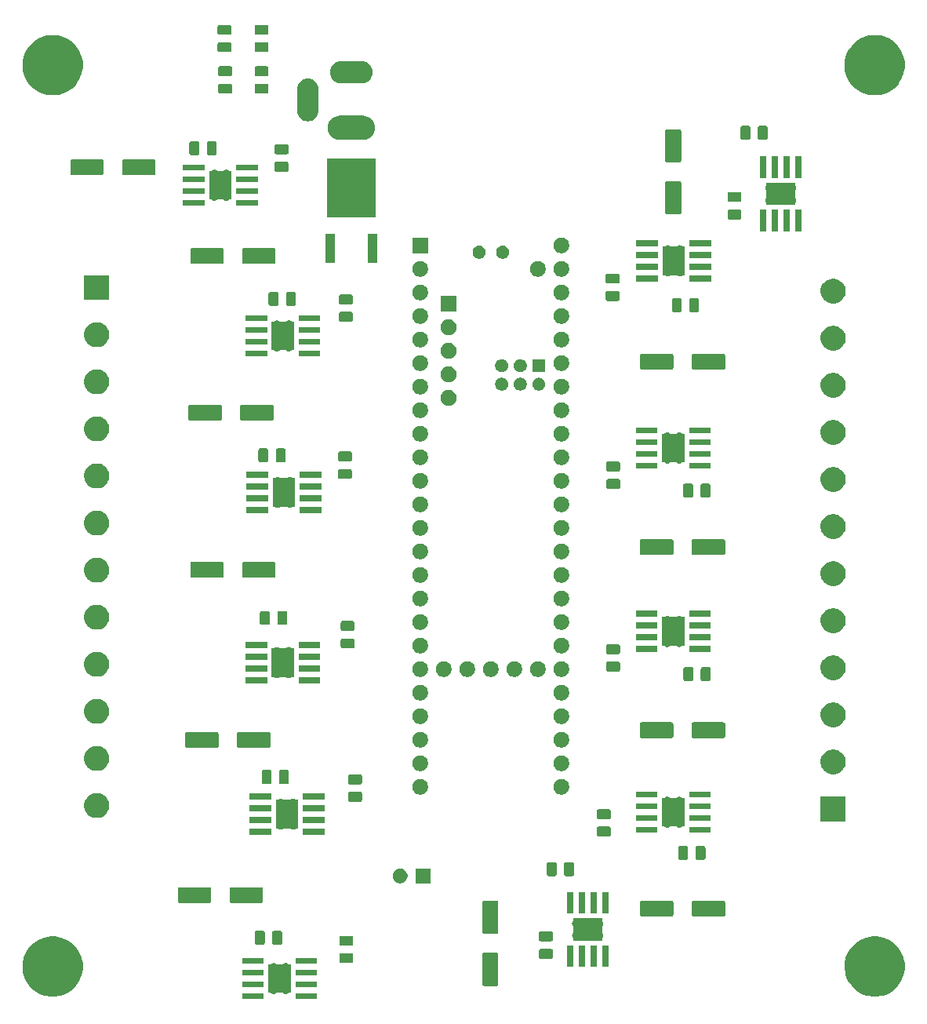
<source format=gbr>
G04 #@! TF.GenerationSoftware,KiCad,Pcbnew,(5.1.5)-3*
G04 #@! TF.CreationDate,2020-10-29T12:26:40+11:00*
G04 #@! TF.ProjectId,MotorControlsV2,4d6f746f-7243-46f6-9e74-726f6c735632,rev?*
G04 #@! TF.SameCoordinates,Original*
G04 #@! TF.FileFunction,Soldermask,Top*
G04 #@! TF.FilePolarity,Negative*
%FSLAX46Y46*%
G04 Gerber Fmt 4.6, Leading zero omitted, Abs format (unit mm)*
G04 Created by KiCad (PCBNEW (5.1.5)-3) date 2020-10-29 12:26:40*
%MOMM*%
%LPD*%
G04 APERTURE LIST*
%ADD10C,0.100000*%
G04 APERTURE END LIST*
D10*
G36*
X125545000Y-145275000D02*
G01*
X123205000Y-145275000D01*
X123205000Y-144635000D01*
X125545000Y-144635000D01*
X125545000Y-145275000D01*
G37*
G36*
X119795000Y-145275000D02*
G01*
X117455000Y-145275000D01*
X117455000Y-144635000D01*
X119795000Y-144635000D01*
X119795000Y-145275000D01*
G37*
G36*
X97469624Y-138528723D02*
G01*
X97948282Y-138623934D01*
X98539926Y-138869001D01*
X99072392Y-139224784D01*
X99525216Y-139677608D01*
X99880999Y-140210074D01*
X100126066Y-140801718D01*
X100139275Y-140868123D01*
X100251000Y-141429803D01*
X100251000Y-142070197D01*
X100188533Y-142384239D01*
X100126066Y-142698282D01*
X99880999Y-143289926D01*
X99525216Y-143822392D01*
X99072392Y-144275216D01*
X98539926Y-144630999D01*
X97948282Y-144876066D01*
X97634239Y-144938533D01*
X97320197Y-145001000D01*
X96679803Y-145001000D01*
X96365761Y-144938533D01*
X96051718Y-144876066D01*
X95460074Y-144630999D01*
X94927608Y-144275216D01*
X94474784Y-143822392D01*
X94119001Y-143289926D01*
X93873934Y-142698282D01*
X93811467Y-142384239D01*
X93749000Y-142070197D01*
X93749000Y-141429803D01*
X93860725Y-140868123D01*
X93873934Y-140801718D01*
X94119001Y-140210074D01*
X94474784Y-139677608D01*
X94927608Y-139224784D01*
X95460074Y-138869001D01*
X96051718Y-138623934D01*
X96530376Y-138528723D01*
X96679803Y-138499000D01*
X97320197Y-138499000D01*
X97469624Y-138528723D01*
G37*
G36*
X186219624Y-138528723D02*
G01*
X186698282Y-138623934D01*
X187289926Y-138869001D01*
X187822392Y-139224784D01*
X188275216Y-139677608D01*
X188630999Y-140210074D01*
X188876066Y-140801718D01*
X188889275Y-140868123D01*
X189001000Y-141429803D01*
X189001000Y-142070197D01*
X188938533Y-142384239D01*
X188876066Y-142698282D01*
X188630999Y-143289926D01*
X188275216Y-143822392D01*
X187822392Y-144275216D01*
X187289926Y-144630999D01*
X186698282Y-144876066D01*
X186384239Y-144938533D01*
X186070197Y-145001000D01*
X185429803Y-145001000D01*
X185115761Y-144938533D01*
X184801718Y-144876066D01*
X184210074Y-144630999D01*
X183677608Y-144275216D01*
X183224784Y-143822392D01*
X182869001Y-143289926D01*
X182623934Y-142698282D01*
X182561467Y-142384239D01*
X182499000Y-142070197D01*
X182499000Y-141429803D01*
X182610725Y-140868123D01*
X182623934Y-140801718D01*
X182869001Y-140210074D01*
X183224784Y-139677608D01*
X183677608Y-139224784D01*
X184210074Y-138869001D01*
X184801718Y-138623934D01*
X185280376Y-138528723D01*
X185429803Y-138499000D01*
X186070197Y-138499000D01*
X186219624Y-138528723D01*
G37*
G36*
X120962302Y-141379795D02*
G01*
X121032363Y-141408815D01*
X121095422Y-141450950D01*
X121107861Y-141463389D01*
X121126803Y-141478934D01*
X121148414Y-141490485D01*
X121171863Y-141497598D01*
X121196249Y-141500000D01*
X121803751Y-141500000D01*
X121828137Y-141497598D01*
X121851586Y-141490485D01*
X121873197Y-141478934D01*
X121892139Y-141463389D01*
X121904578Y-141450950D01*
X121967637Y-141408815D01*
X122037698Y-141379795D01*
X122112079Y-141365000D01*
X122187921Y-141365000D01*
X122262302Y-141379795D01*
X122332363Y-141408815D01*
X122395422Y-141450950D01*
X122407861Y-141463389D01*
X122426803Y-141478934D01*
X122448414Y-141490485D01*
X122471863Y-141497598D01*
X122496249Y-141500000D01*
X122700000Y-141500000D01*
X122700000Y-144600000D01*
X122496249Y-144600000D01*
X122471863Y-144602402D01*
X122448414Y-144609515D01*
X122426803Y-144621066D01*
X122407861Y-144636611D01*
X122395422Y-144649050D01*
X122332363Y-144691185D01*
X122262302Y-144720205D01*
X122187921Y-144735000D01*
X122112079Y-144735000D01*
X122037698Y-144720205D01*
X121967637Y-144691185D01*
X121904578Y-144649050D01*
X121892139Y-144636611D01*
X121873197Y-144621066D01*
X121851586Y-144609515D01*
X121828137Y-144602402D01*
X121803751Y-144600000D01*
X121196249Y-144600000D01*
X121171863Y-144602402D01*
X121148414Y-144609515D01*
X121126803Y-144621066D01*
X121107861Y-144636611D01*
X121095422Y-144649050D01*
X121032363Y-144691185D01*
X120962302Y-144720205D01*
X120887921Y-144735000D01*
X120812079Y-144735000D01*
X120737698Y-144720205D01*
X120667637Y-144691185D01*
X120604578Y-144649050D01*
X120592139Y-144636611D01*
X120573197Y-144621066D01*
X120551586Y-144609515D01*
X120528137Y-144602402D01*
X120503751Y-144600000D01*
X120300000Y-144600000D01*
X120300000Y-141500000D01*
X120503751Y-141500000D01*
X120528137Y-141497598D01*
X120551586Y-141490485D01*
X120573197Y-141478934D01*
X120592139Y-141463389D01*
X120604578Y-141450950D01*
X120667637Y-141408815D01*
X120737698Y-141379795D01*
X120812079Y-141365000D01*
X120887921Y-141365000D01*
X120962302Y-141379795D01*
G37*
G36*
X119795000Y-144005000D02*
G01*
X117455000Y-144005000D01*
X117455000Y-143365000D01*
X119795000Y-143365000D01*
X119795000Y-144005000D01*
G37*
G36*
X125545000Y-144005000D02*
G01*
X123205000Y-144005000D01*
X123205000Y-143365000D01*
X125545000Y-143365000D01*
X125545000Y-144005000D01*
G37*
G36*
X144955997Y-140253051D02*
G01*
X144989652Y-140263261D01*
X145020665Y-140279838D01*
X145047851Y-140302149D01*
X145070162Y-140329335D01*
X145086739Y-140360348D01*
X145096949Y-140394003D01*
X145101000Y-140435138D01*
X145101000Y-143664862D01*
X145096949Y-143705997D01*
X145086739Y-143739652D01*
X145070162Y-143770665D01*
X145047851Y-143797851D01*
X145020665Y-143820162D01*
X144989652Y-143836739D01*
X144955997Y-143846949D01*
X144914862Y-143851000D01*
X143585138Y-143851000D01*
X143544003Y-143846949D01*
X143510348Y-143836739D01*
X143479335Y-143820162D01*
X143452149Y-143797851D01*
X143429838Y-143770665D01*
X143413261Y-143739652D01*
X143403051Y-143705997D01*
X143399000Y-143664862D01*
X143399000Y-140435138D01*
X143403051Y-140394003D01*
X143413261Y-140360348D01*
X143429838Y-140329335D01*
X143452149Y-140302149D01*
X143479335Y-140279838D01*
X143510348Y-140263261D01*
X143544003Y-140253051D01*
X143585138Y-140249000D01*
X144914862Y-140249000D01*
X144955997Y-140253051D01*
G37*
G36*
X125545000Y-142735000D02*
G01*
X123205000Y-142735000D01*
X123205000Y-142095000D01*
X125545000Y-142095000D01*
X125545000Y-142735000D01*
G37*
G36*
X119795000Y-142735000D02*
G01*
X117455000Y-142735000D01*
X117455000Y-142095000D01*
X119795000Y-142095000D01*
X119795000Y-142735000D01*
G37*
G36*
X154435000Y-141795000D02*
G01*
X153795000Y-141795000D01*
X153795000Y-139455000D01*
X154435000Y-139455000D01*
X154435000Y-141795000D01*
G37*
G36*
X153165000Y-141795000D02*
G01*
X152525000Y-141795000D01*
X152525000Y-139455000D01*
X153165000Y-139455000D01*
X153165000Y-141795000D01*
G37*
G36*
X155705000Y-141795000D02*
G01*
X155065000Y-141795000D01*
X155065000Y-139455000D01*
X155705000Y-139455000D01*
X155705000Y-141795000D01*
G37*
G36*
X156975000Y-141795000D02*
G01*
X156335000Y-141795000D01*
X156335000Y-139455000D01*
X156975000Y-139455000D01*
X156975000Y-141795000D01*
G37*
G36*
X125545000Y-141465000D02*
G01*
X123205000Y-141465000D01*
X123205000Y-140825000D01*
X125545000Y-140825000D01*
X125545000Y-141465000D01*
G37*
G36*
X119795000Y-141465000D02*
G01*
X117455000Y-141465000D01*
X117455000Y-140825000D01*
X119795000Y-140825000D01*
X119795000Y-141465000D01*
G37*
G36*
X129284468Y-140316065D02*
G01*
X129323138Y-140327796D01*
X129358777Y-140346846D01*
X129390017Y-140372483D01*
X129415654Y-140403723D01*
X129434704Y-140439362D01*
X129446435Y-140478032D01*
X129451000Y-140524388D01*
X129451000Y-141175612D01*
X129446435Y-141221968D01*
X129434704Y-141260638D01*
X129415654Y-141296277D01*
X129390017Y-141327517D01*
X129358777Y-141353154D01*
X129323138Y-141372204D01*
X129284468Y-141383935D01*
X129238112Y-141388500D01*
X128161888Y-141388500D01*
X128115532Y-141383935D01*
X128076862Y-141372204D01*
X128041223Y-141353154D01*
X128009983Y-141327517D01*
X127984346Y-141296277D01*
X127965296Y-141260638D01*
X127953565Y-141221968D01*
X127949000Y-141175612D01*
X127949000Y-140524388D01*
X127953565Y-140478032D01*
X127965296Y-140439362D01*
X127984346Y-140403723D01*
X128009983Y-140372483D01*
X128041223Y-140346846D01*
X128076862Y-140327796D01*
X128115532Y-140316065D01*
X128161888Y-140311500D01*
X129238112Y-140311500D01*
X129284468Y-140316065D01*
G37*
G36*
X150834468Y-139841065D02*
G01*
X150873138Y-139852796D01*
X150908777Y-139871846D01*
X150940017Y-139897483D01*
X150965654Y-139928723D01*
X150984704Y-139964362D01*
X150996435Y-140003032D01*
X151001000Y-140049388D01*
X151001000Y-140700612D01*
X150996435Y-140746968D01*
X150984704Y-140785638D01*
X150965654Y-140821277D01*
X150940017Y-140852517D01*
X150908777Y-140878154D01*
X150873138Y-140897204D01*
X150834468Y-140908935D01*
X150788112Y-140913500D01*
X149711888Y-140913500D01*
X149665532Y-140908935D01*
X149626862Y-140897204D01*
X149591223Y-140878154D01*
X149559983Y-140852517D01*
X149534346Y-140821277D01*
X149515296Y-140785638D01*
X149503565Y-140746968D01*
X149499000Y-140700612D01*
X149499000Y-140049388D01*
X149503565Y-140003032D01*
X149515296Y-139964362D01*
X149534346Y-139928723D01*
X149559983Y-139897483D01*
X149591223Y-139871846D01*
X149626862Y-139852796D01*
X149665532Y-139841065D01*
X149711888Y-139836500D01*
X150788112Y-139836500D01*
X150834468Y-139841065D01*
G37*
G36*
X129284468Y-138441065D02*
G01*
X129323138Y-138452796D01*
X129358777Y-138471846D01*
X129390017Y-138497483D01*
X129415654Y-138528723D01*
X129434704Y-138564362D01*
X129446435Y-138603032D01*
X129451000Y-138649388D01*
X129451000Y-139300612D01*
X129446435Y-139346968D01*
X129434704Y-139385638D01*
X129415654Y-139421277D01*
X129390017Y-139452517D01*
X129358777Y-139478154D01*
X129323138Y-139497204D01*
X129284468Y-139508935D01*
X129238112Y-139513500D01*
X128161888Y-139513500D01*
X128115532Y-139508935D01*
X128076862Y-139497204D01*
X128041223Y-139478154D01*
X128009983Y-139452517D01*
X127984346Y-139421277D01*
X127965296Y-139385638D01*
X127953565Y-139346968D01*
X127949000Y-139300612D01*
X127949000Y-138649388D01*
X127953565Y-138603032D01*
X127965296Y-138564362D01*
X127984346Y-138528723D01*
X128009983Y-138497483D01*
X128041223Y-138471846D01*
X128076862Y-138452796D01*
X128115532Y-138441065D01*
X128161888Y-138436500D01*
X129238112Y-138436500D01*
X129284468Y-138441065D01*
G37*
G36*
X121609468Y-137903565D02*
G01*
X121648138Y-137915296D01*
X121683777Y-137934346D01*
X121715017Y-137959983D01*
X121740654Y-137991223D01*
X121759704Y-138026862D01*
X121771435Y-138065532D01*
X121776000Y-138111888D01*
X121776000Y-139188112D01*
X121771435Y-139234468D01*
X121759704Y-139273138D01*
X121740654Y-139308777D01*
X121715017Y-139340017D01*
X121683777Y-139365654D01*
X121648138Y-139384704D01*
X121609468Y-139396435D01*
X121563112Y-139401000D01*
X120911888Y-139401000D01*
X120865532Y-139396435D01*
X120826862Y-139384704D01*
X120791223Y-139365654D01*
X120759983Y-139340017D01*
X120734346Y-139308777D01*
X120715296Y-139273138D01*
X120703565Y-139234468D01*
X120699000Y-139188112D01*
X120699000Y-138111888D01*
X120703565Y-138065532D01*
X120715296Y-138026862D01*
X120734346Y-137991223D01*
X120759983Y-137959983D01*
X120791223Y-137934346D01*
X120826862Y-137915296D01*
X120865532Y-137903565D01*
X120911888Y-137899000D01*
X121563112Y-137899000D01*
X121609468Y-137903565D01*
G37*
G36*
X119734468Y-137903565D02*
G01*
X119773138Y-137915296D01*
X119808777Y-137934346D01*
X119840017Y-137959983D01*
X119865654Y-137991223D01*
X119884704Y-138026862D01*
X119896435Y-138065532D01*
X119901000Y-138111888D01*
X119901000Y-139188112D01*
X119896435Y-139234468D01*
X119884704Y-139273138D01*
X119865654Y-139308777D01*
X119840017Y-139340017D01*
X119808777Y-139365654D01*
X119773138Y-139384704D01*
X119734468Y-139396435D01*
X119688112Y-139401000D01*
X119036888Y-139401000D01*
X118990532Y-139396435D01*
X118951862Y-139384704D01*
X118916223Y-139365654D01*
X118884983Y-139340017D01*
X118859346Y-139308777D01*
X118840296Y-139273138D01*
X118828565Y-139234468D01*
X118824000Y-139188112D01*
X118824000Y-138111888D01*
X118828565Y-138065532D01*
X118840296Y-138026862D01*
X118859346Y-137991223D01*
X118884983Y-137959983D01*
X118916223Y-137934346D01*
X118951862Y-137915296D01*
X118990532Y-137903565D01*
X119036888Y-137899000D01*
X119688112Y-137899000D01*
X119734468Y-137903565D01*
G37*
G36*
X150834468Y-137966065D02*
G01*
X150873138Y-137977796D01*
X150908777Y-137996846D01*
X150940017Y-138022483D01*
X150965654Y-138053723D01*
X150984704Y-138089362D01*
X150996435Y-138128032D01*
X151001000Y-138174388D01*
X151001000Y-138825612D01*
X150996435Y-138871968D01*
X150984704Y-138910638D01*
X150965654Y-138946277D01*
X150940017Y-138977517D01*
X150908777Y-139003154D01*
X150873138Y-139022204D01*
X150834468Y-139033935D01*
X150788112Y-139038500D01*
X149711888Y-139038500D01*
X149665532Y-139033935D01*
X149626862Y-139022204D01*
X149591223Y-139003154D01*
X149559983Y-138977517D01*
X149534346Y-138946277D01*
X149515296Y-138910638D01*
X149503565Y-138871968D01*
X149499000Y-138825612D01*
X149499000Y-138174388D01*
X149503565Y-138128032D01*
X149515296Y-138089362D01*
X149534346Y-138053723D01*
X149559983Y-138022483D01*
X149591223Y-137996846D01*
X149626862Y-137977796D01*
X149665532Y-137966065D01*
X149711888Y-137961500D01*
X150788112Y-137961500D01*
X150834468Y-137966065D01*
G37*
G36*
X156300000Y-136753751D02*
G01*
X156302402Y-136778137D01*
X156309515Y-136801586D01*
X156321066Y-136823197D01*
X156336611Y-136842139D01*
X156349050Y-136854578D01*
X156391185Y-136917637D01*
X156420205Y-136987698D01*
X156435000Y-137062079D01*
X156435000Y-137137921D01*
X156420205Y-137212302D01*
X156391185Y-137282363D01*
X156349050Y-137345422D01*
X156336611Y-137357861D01*
X156321066Y-137376803D01*
X156309515Y-137398414D01*
X156302402Y-137421863D01*
X156300000Y-137446249D01*
X156300000Y-138053751D01*
X156302402Y-138078137D01*
X156309515Y-138101586D01*
X156321066Y-138123197D01*
X156336611Y-138142139D01*
X156349050Y-138154578D01*
X156391185Y-138217637D01*
X156420205Y-138287698D01*
X156435000Y-138362079D01*
X156435000Y-138437921D01*
X156420205Y-138512302D01*
X156391185Y-138582363D01*
X156349050Y-138645422D01*
X156336611Y-138657861D01*
X156321066Y-138676803D01*
X156309515Y-138698414D01*
X156302402Y-138721863D01*
X156300000Y-138746249D01*
X156300000Y-138950000D01*
X153200000Y-138950000D01*
X153200000Y-138746249D01*
X153197598Y-138721863D01*
X153190485Y-138698414D01*
X153178934Y-138676803D01*
X153163389Y-138657861D01*
X153150950Y-138645422D01*
X153108815Y-138582363D01*
X153079795Y-138512302D01*
X153065000Y-138437921D01*
X153065000Y-138362079D01*
X153079795Y-138287698D01*
X153108815Y-138217637D01*
X153150950Y-138154578D01*
X153163389Y-138142139D01*
X153178934Y-138123197D01*
X153190485Y-138101586D01*
X153197598Y-138078137D01*
X153200000Y-138053751D01*
X153200000Y-137446249D01*
X153197598Y-137421863D01*
X153190485Y-137398414D01*
X153178934Y-137376803D01*
X153163389Y-137357861D01*
X153150950Y-137345422D01*
X153108815Y-137282363D01*
X153079795Y-137212302D01*
X153065000Y-137137921D01*
X153065000Y-137062079D01*
X153079795Y-136987698D01*
X153108815Y-136917637D01*
X153150950Y-136854578D01*
X153163389Y-136842139D01*
X153178934Y-136823197D01*
X153190485Y-136801586D01*
X153197598Y-136778137D01*
X153200000Y-136753751D01*
X153200000Y-136550000D01*
X156300000Y-136550000D01*
X156300000Y-136753751D01*
G37*
G36*
X144955997Y-134653051D02*
G01*
X144989652Y-134663261D01*
X145020665Y-134679838D01*
X145047851Y-134702149D01*
X145070162Y-134729335D01*
X145086739Y-134760348D01*
X145096949Y-134794003D01*
X145101000Y-134835138D01*
X145101000Y-138064862D01*
X145096949Y-138105997D01*
X145086739Y-138139652D01*
X145070162Y-138170665D01*
X145047851Y-138197851D01*
X145020665Y-138220162D01*
X144989652Y-138236739D01*
X144955997Y-138246949D01*
X144914862Y-138251000D01*
X143585138Y-138251000D01*
X143544003Y-138246949D01*
X143510348Y-138236739D01*
X143479335Y-138220162D01*
X143452149Y-138197851D01*
X143429838Y-138170665D01*
X143413261Y-138139652D01*
X143403051Y-138105997D01*
X143399000Y-138064862D01*
X143399000Y-134835138D01*
X143403051Y-134794003D01*
X143413261Y-134760348D01*
X143429838Y-134729335D01*
X143452149Y-134702149D01*
X143479335Y-134679838D01*
X143510348Y-134663261D01*
X143544003Y-134653051D01*
X143585138Y-134649000D01*
X144914862Y-134649000D01*
X144955997Y-134653051D01*
G37*
G36*
X163855997Y-134653051D02*
G01*
X163889652Y-134663261D01*
X163920665Y-134679838D01*
X163947851Y-134702149D01*
X163970162Y-134729335D01*
X163986739Y-134760348D01*
X163996949Y-134794003D01*
X164001000Y-134835138D01*
X164001000Y-136164862D01*
X163996949Y-136205997D01*
X163986739Y-136239652D01*
X163970162Y-136270665D01*
X163947851Y-136297851D01*
X163920665Y-136320162D01*
X163889652Y-136336739D01*
X163855997Y-136346949D01*
X163814862Y-136351000D01*
X160585138Y-136351000D01*
X160544003Y-136346949D01*
X160510348Y-136336739D01*
X160479335Y-136320162D01*
X160452149Y-136297851D01*
X160429838Y-136270665D01*
X160413261Y-136239652D01*
X160403051Y-136205997D01*
X160399000Y-136164862D01*
X160399000Y-134835138D01*
X160403051Y-134794003D01*
X160413261Y-134760348D01*
X160429838Y-134729335D01*
X160452149Y-134702149D01*
X160479335Y-134679838D01*
X160510348Y-134663261D01*
X160544003Y-134653051D01*
X160585138Y-134649000D01*
X163814862Y-134649000D01*
X163855997Y-134653051D01*
G37*
G36*
X169455997Y-134653051D02*
G01*
X169489652Y-134663261D01*
X169520665Y-134679838D01*
X169547851Y-134702149D01*
X169570162Y-134729335D01*
X169586739Y-134760348D01*
X169596949Y-134794003D01*
X169601000Y-134835138D01*
X169601000Y-136164862D01*
X169596949Y-136205997D01*
X169586739Y-136239652D01*
X169570162Y-136270665D01*
X169547851Y-136297851D01*
X169520665Y-136320162D01*
X169489652Y-136336739D01*
X169455997Y-136346949D01*
X169414862Y-136351000D01*
X166185138Y-136351000D01*
X166144003Y-136346949D01*
X166110348Y-136336739D01*
X166079335Y-136320162D01*
X166052149Y-136297851D01*
X166029838Y-136270665D01*
X166013261Y-136239652D01*
X166003051Y-136205997D01*
X165999000Y-136164862D01*
X165999000Y-134835138D01*
X166003051Y-134794003D01*
X166013261Y-134760348D01*
X166029838Y-134729335D01*
X166052149Y-134702149D01*
X166079335Y-134679838D01*
X166110348Y-134663261D01*
X166144003Y-134653051D01*
X166185138Y-134649000D01*
X169414862Y-134649000D01*
X169455997Y-134653051D01*
G37*
G36*
X153165000Y-136045000D02*
G01*
X152525000Y-136045000D01*
X152525000Y-133705000D01*
X153165000Y-133705000D01*
X153165000Y-136045000D01*
G37*
G36*
X154435000Y-136045000D02*
G01*
X153795000Y-136045000D01*
X153795000Y-133705000D01*
X154435000Y-133705000D01*
X154435000Y-136045000D01*
G37*
G36*
X155705000Y-136045000D02*
G01*
X155065000Y-136045000D01*
X155065000Y-133705000D01*
X155705000Y-133705000D01*
X155705000Y-136045000D01*
G37*
G36*
X156975000Y-136045000D02*
G01*
X156335000Y-136045000D01*
X156335000Y-133705000D01*
X156975000Y-133705000D01*
X156975000Y-136045000D01*
G37*
G36*
X113955997Y-133203051D02*
G01*
X113989652Y-133213261D01*
X114020665Y-133229838D01*
X114047851Y-133252149D01*
X114070162Y-133279335D01*
X114086739Y-133310348D01*
X114096949Y-133344003D01*
X114101000Y-133385138D01*
X114101000Y-134714862D01*
X114096949Y-134755997D01*
X114086739Y-134789652D01*
X114070162Y-134820665D01*
X114047851Y-134847851D01*
X114020665Y-134870162D01*
X113989652Y-134886739D01*
X113955997Y-134896949D01*
X113914862Y-134901000D01*
X110685138Y-134901000D01*
X110644003Y-134896949D01*
X110610348Y-134886739D01*
X110579335Y-134870162D01*
X110552149Y-134847851D01*
X110529838Y-134820665D01*
X110513261Y-134789652D01*
X110503051Y-134755997D01*
X110499000Y-134714862D01*
X110499000Y-133385138D01*
X110503051Y-133344003D01*
X110513261Y-133310348D01*
X110529838Y-133279335D01*
X110552149Y-133252149D01*
X110579335Y-133229838D01*
X110610348Y-133213261D01*
X110644003Y-133203051D01*
X110685138Y-133199000D01*
X113914862Y-133199000D01*
X113955997Y-133203051D01*
G37*
G36*
X119555997Y-133203051D02*
G01*
X119589652Y-133213261D01*
X119620665Y-133229838D01*
X119647851Y-133252149D01*
X119670162Y-133279335D01*
X119686739Y-133310348D01*
X119696949Y-133344003D01*
X119701000Y-133385138D01*
X119701000Y-134714862D01*
X119696949Y-134755997D01*
X119686739Y-134789652D01*
X119670162Y-134820665D01*
X119647851Y-134847851D01*
X119620665Y-134870162D01*
X119589652Y-134886739D01*
X119555997Y-134896949D01*
X119514862Y-134901000D01*
X116285138Y-134901000D01*
X116244003Y-134896949D01*
X116210348Y-134886739D01*
X116179335Y-134870162D01*
X116152149Y-134847851D01*
X116129838Y-134820665D01*
X116113261Y-134789652D01*
X116103051Y-134755997D01*
X116099000Y-134714862D01*
X116099000Y-133385138D01*
X116103051Y-133344003D01*
X116113261Y-133310348D01*
X116129838Y-133279335D01*
X116152149Y-133252149D01*
X116179335Y-133229838D01*
X116210348Y-133213261D01*
X116244003Y-133203051D01*
X116285138Y-133199000D01*
X119514862Y-133199000D01*
X119555997Y-133203051D01*
G37*
G36*
X137805000Y-132780000D02*
G01*
X136195000Y-132780000D01*
X136195000Y-131170000D01*
X137805000Y-131170000D01*
X137805000Y-132780000D01*
G37*
G36*
X134734810Y-131200935D02*
G01*
X134881309Y-131261617D01*
X134881310Y-131261618D01*
X135013158Y-131349716D01*
X135125284Y-131461842D01*
X135125285Y-131461844D01*
X135213383Y-131593691D01*
X135274065Y-131740190D01*
X135305000Y-131895713D01*
X135305000Y-132054287D01*
X135274065Y-132209810D01*
X135213383Y-132356309D01*
X135213382Y-132356310D01*
X135125284Y-132488158D01*
X135013158Y-132600284D01*
X134946785Y-132644633D01*
X134881309Y-132688383D01*
X134734810Y-132749065D01*
X134579287Y-132780000D01*
X134420713Y-132780000D01*
X134265190Y-132749065D01*
X134118691Y-132688383D01*
X134053215Y-132644633D01*
X133986842Y-132600284D01*
X133874716Y-132488158D01*
X133786618Y-132356310D01*
X133786617Y-132356309D01*
X133725935Y-132209810D01*
X133695000Y-132054287D01*
X133695000Y-131895713D01*
X133725935Y-131740190D01*
X133786617Y-131593691D01*
X133874715Y-131461844D01*
X133874716Y-131461842D01*
X133986842Y-131349716D01*
X134118690Y-131261618D01*
X134118691Y-131261617D01*
X134265190Y-131200935D01*
X134420713Y-131170000D01*
X134579287Y-131170000D01*
X134734810Y-131200935D01*
G37*
G36*
X153121968Y-130503565D02*
G01*
X153160638Y-130515296D01*
X153196277Y-130534346D01*
X153227517Y-130559983D01*
X153253154Y-130591223D01*
X153272204Y-130626862D01*
X153283935Y-130665532D01*
X153288500Y-130711888D01*
X153288500Y-131788112D01*
X153283935Y-131834468D01*
X153272204Y-131873138D01*
X153253154Y-131908777D01*
X153227517Y-131940017D01*
X153196277Y-131965654D01*
X153160638Y-131984704D01*
X153121968Y-131996435D01*
X153075612Y-132001000D01*
X152424388Y-132001000D01*
X152378032Y-131996435D01*
X152339362Y-131984704D01*
X152303723Y-131965654D01*
X152272483Y-131940017D01*
X152246846Y-131908777D01*
X152227796Y-131873138D01*
X152216065Y-131834468D01*
X152211500Y-131788112D01*
X152211500Y-130711888D01*
X152216065Y-130665532D01*
X152227796Y-130626862D01*
X152246846Y-130591223D01*
X152272483Y-130559983D01*
X152303723Y-130534346D01*
X152339362Y-130515296D01*
X152378032Y-130503565D01*
X152424388Y-130499000D01*
X153075612Y-130499000D01*
X153121968Y-130503565D01*
G37*
G36*
X151246968Y-130503565D02*
G01*
X151285638Y-130515296D01*
X151321277Y-130534346D01*
X151352517Y-130559983D01*
X151378154Y-130591223D01*
X151397204Y-130626862D01*
X151408935Y-130665532D01*
X151413500Y-130711888D01*
X151413500Y-131788112D01*
X151408935Y-131834468D01*
X151397204Y-131873138D01*
X151378154Y-131908777D01*
X151352517Y-131940017D01*
X151321277Y-131965654D01*
X151285638Y-131984704D01*
X151246968Y-131996435D01*
X151200612Y-132001000D01*
X150549388Y-132001000D01*
X150503032Y-131996435D01*
X150464362Y-131984704D01*
X150428723Y-131965654D01*
X150397483Y-131940017D01*
X150371846Y-131908777D01*
X150352796Y-131873138D01*
X150341065Y-131834468D01*
X150336500Y-131788112D01*
X150336500Y-130711888D01*
X150341065Y-130665532D01*
X150352796Y-130626862D01*
X150371846Y-130591223D01*
X150397483Y-130559983D01*
X150428723Y-130534346D01*
X150464362Y-130515296D01*
X150503032Y-130503565D01*
X150549388Y-130499000D01*
X151200612Y-130499000D01*
X151246968Y-130503565D01*
G37*
G36*
X165434468Y-128753565D02*
G01*
X165473138Y-128765296D01*
X165508777Y-128784346D01*
X165540017Y-128809983D01*
X165565654Y-128841223D01*
X165584704Y-128876862D01*
X165596435Y-128915532D01*
X165601000Y-128961888D01*
X165601000Y-130038112D01*
X165596435Y-130084468D01*
X165584704Y-130123138D01*
X165565654Y-130158777D01*
X165540017Y-130190017D01*
X165508777Y-130215654D01*
X165473138Y-130234704D01*
X165434468Y-130246435D01*
X165388112Y-130251000D01*
X164736888Y-130251000D01*
X164690532Y-130246435D01*
X164651862Y-130234704D01*
X164616223Y-130215654D01*
X164584983Y-130190017D01*
X164559346Y-130158777D01*
X164540296Y-130123138D01*
X164528565Y-130084468D01*
X164524000Y-130038112D01*
X164524000Y-128961888D01*
X164528565Y-128915532D01*
X164540296Y-128876862D01*
X164559346Y-128841223D01*
X164584983Y-128809983D01*
X164616223Y-128784346D01*
X164651862Y-128765296D01*
X164690532Y-128753565D01*
X164736888Y-128749000D01*
X165388112Y-128749000D01*
X165434468Y-128753565D01*
G37*
G36*
X167309468Y-128753565D02*
G01*
X167348138Y-128765296D01*
X167383777Y-128784346D01*
X167415017Y-128809983D01*
X167440654Y-128841223D01*
X167459704Y-128876862D01*
X167471435Y-128915532D01*
X167476000Y-128961888D01*
X167476000Y-130038112D01*
X167471435Y-130084468D01*
X167459704Y-130123138D01*
X167440654Y-130158777D01*
X167415017Y-130190017D01*
X167383777Y-130215654D01*
X167348138Y-130234704D01*
X167309468Y-130246435D01*
X167263112Y-130251000D01*
X166611888Y-130251000D01*
X166565532Y-130246435D01*
X166526862Y-130234704D01*
X166491223Y-130215654D01*
X166459983Y-130190017D01*
X166434346Y-130158777D01*
X166415296Y-130123138D01*
X166403565Y-130084468D01*
X166399000Y-130038112D01*
X166399000Y-128961888D01*
X166403565Y-128915532D01*
X166415296Y-128876862D01*
X166434346Y-128841223D01*
X166459983Y-128809983D01*
X166491223Y-128784346D01*
X166526862Y-128765296D01*
X166565532Y-128753565D01*
X166611888Y-128749000D01*
X167263112Y-128749000D01*
X167309468Y-128753565D01*
G37*
G36*
X157084468Y-126653565D02*
G01*
X157123138Y-126665296D01*
X157158777Y-126684346D01*
X157190017Y-126709983D01*
X157215654Y-126741223D01*
X157234704Y-126776862D01*
X157246435Y-126815532D01*
X157251000Y-126861888D01*
X157251000Y-127513112D01*
X157246435Y-127559468D01*
X157234704Y-127598138D01*
X157215654Y-127633777D01*
X157190017Y-127665017D01*
X157158777Y-127690654D01*
X157123138Y-127709704D01*
X157084468Y-127721435D01*
X157038112Y-127726000D01*
X155961888Y-127726000D01*
X155915532Y-127721435D01*
X155876862Y-127709704D01*
X155841223Y-127690654D01*
X155809983Y-127665017D01*
X155784346Y-127633777D01*
X155765296Y-127598138D01*
X155753565Y-127559468D01*
X155749000Y-127513112D01*
X155749000Y-126861888D01*
X155753565Y-126815532D01*
X155765296Y-126776862D01*
X155784346Y-126741223D01*
X155809983Y-126709983D01*
X155841223Y-126684346D01*
X155876862Y-126665296D01*
X155915532Y-126653565D01*
X155961888Y-126649000D01*
X157038112Y-126649000D01*
X157084468Y-126653565D01*
G37*
G36*
X120595000Y-127525000D02*
G01*
X118255000Y-127525000D01*
X118255000Y-126885000D01*
X120595000Y-126885000D01*
X120595000Y-127525000D01*
G37*
G36*
X126345000Y-127525000D02*
G01*
X124005000Y-127525000D01*
X124005000Y-126885000D01*
X126345000Y-126885000D01*
X126345000Y-127525000D01*
G37*
G36*
X162295000Y-127325000D02*
G01*
X159955000Y-127325000D01*
X159955000Y-126685000D01*
X162295000Y-126685000D01*
X162295000Y-127325000D01*
G37*
G36*
X168045000Y-127325000D02*
G01*
X165705000Y-127325000D01*
X165705000Y-126685000D01*
X168045000Y-126685000D01*
X168045000Y-127325000D01*
G37*
G36*
X121762302Y-123629795D02*
G01*
X121832363Y-123658815D01*
X121895422Y-123700950D01*
X121907861Y-123713389D01*
X121926803Y-123728934D01*
X121948414Y-123740485D01*
X121971863Y-123747598D01*
X121996249Y-123750000D01*
X122603751Y-123750000D01*
X122628137Y-123747598D01*
X122651586Y-123740485D01*
X122673197Y-123728934D01*
X122692139Y-123713389D01*
X122704578Y-123700950D01*
X122767637Y-123658815D01*
X122837698Y-123629795D01*
X122912079Y-123615000D01*
X122987921Y-123615000D01*
X123062302Y-123629795D01*
X123132363Y-123658815D01*
X123195422Y-123700950D01*
X123207861Y-123713389D01*
X123226803Y-123728934D01*
X123248414Y-123740485D01*
X123271863Y-123747598D01*
X123296249Y-123750000D01*
X123500000Y-123750000D01*
X123500000Y-126850000D01*
X123296249Y-126850000D01*
X123271863Y-126852402D01*
X123248414Y-126859515D01*
X123226803Y-126871066D01*
X123207861Y-126886611D01*
X123195422Y-126899050D01*
X123132363Y-126941185D01*
X123062302Y-126970205D01*
X122987921Y-126985000D01*
X122912079Y-126985000D01*
X122837698Y-126970205D01*
X122767637Y-126941185D01*
X122704578Y-126899050D01*
X122692139Y-126886611D01*
X122673197Y-126871066D01*
X122651586Y-126859515D01*
X122628137Y-126852402D01*
X122603751Y-126850000D01*
X121996249Y-126850000D01*
X121971863Y-126852402D01*
X121948414Y-126859515D01*
X121926803Y-126871066D01*
X121907861Y-126886611D01*
X121895422Y-126899050D01*
X121832363Y-126941185D01*
X121762302Y-126970205D01*
X121687921Y-126985000D01*
X121612079Y-126985000D01*
X121537698Y-126970205D01*
X121467637Y-126941185D01*
X121404578Y-126899050D01*
X121392139Y-126886611D01*
X121373197Y-126871066D01*
X121351586Y-126859515D01*
X121328137Y-126852402D01*
X121303751Y-126850000D01*
X121100000Y-126850000D01*
X121100000Y-123750000D01*
X121303751Y-123750000D01*
X121328137Y-123747598D01*
X121351586Y-123740485D01*
X121373197Y-123728934D01*
X121392139Y-123713389D01*
X121404578Y-123700950D01*
X121467637Y-123658815D01*
X121537698Y-123629795D01*
X121612079Y-123615000D01*
X121687921Y-123615000D01*
X121762302Y-123629795D01*
G37*
G36*
X163462302Y-123429795D02*
G01*
X163532363Y-123458815D01*
X163595422Y-123500950D01*
X163607861Y-123513389D01*
X163626803Y-123528934D01*
X163648414Y-123540485D01*
X163671863Y-123547598D01*
X163696249Y-123550000D01*
X164303751Y-123550000D01*
X164328137Y-123547598D01*
X164351586Y-123540485D01*
X164373197Y-123528934D01*
X164392139Y-123513389D01*
X164404578Y-123500950D01*
X164467637Y-123458815D01*
X164537698Y-123429795D01*
X164612079Y-123415000D01*
X164687921Y-123415000D01*
X164762302Y-123429795D01*
X164832363Y-123458815D01*
X164895422Y-123500950D01*
X164907861Y-123513389D01*
X164926803Y-123528934D01*
X164948414Y-123540485D01*
X164971863Y-123547598D01*
X164996249Y-123550000D01*
X165200000Y-123550000D01*
X165200000Y-126650000D01*
X164996249Y-126650000D01*
X164971863Y-126652402D01*
X164948414Y-126659515D01*
X164926803Y-126671066D01*
X164907861Y-126686611D01*
X164895422Y-126699050D01*
X164832363Y-126741185D01*
X164762302Y-126770205D01*
X164687921Y-126785000D01*
X164612079Y-126785000D01*
X164537698Y-126770205D01*
X164467637Y-126741185D01*
X164404578Y-126699050D01*
X164392139Y-126686611D01*
X164373197Y-126671066D01*
X164351586Y-126659515D01*
X164328137Y-126652402D01*
X164303751Y-126650000D01*
X163696249Y-126650000D01*
X163671863Y-126652402D01*
X163648414Y-126659515D01*
X163626803Y-126671066D01*
X163607861Y-126686611D01*
X163595422Y-126699050D01*
X163532363Y-126741185D01*
X163462302Y-126770205D01*
X163387921Y-126785000D01*
X163312079Y-126785000D01*
X163237698Y-126770205D01*
X163167637Y-126741185D01*
X163104578Y-126699050D01*
X163092139Y-126686611D01*
X163073197Y-126671066D01*
X163051586Y-126659515D01*
X163028137Y-126652402D01*
X163003751Y-126650000D01*
X162800000Y-126650000D01*
X162800000Y-123550000D01*
X163003751Y-123550000D01*
X163028137Y-123547598D01*
X163051586Y-123540485D01*
X163073197Y-123528934D01*
X163092139Y-123513389D01*
X163104578Y-123500950D01*
X163167637Y-123458815D01*
X163237698Y-123429795D01*
X163312079Y-123415000D01*
X163387921Y-123415000D01*
X163462302Y-123429795D01*
G37*
G36*
X120595000Y-126255000D02*
G01*
X118255000Y-126255000D01*
X118255000Y-125615000D01*
X120595000Y-125615000D01*
X120595000Y-126255000D01*
G37*
G36*
X126345000Y-126255000D02*
G01*
X124005000Y-126255000D01*
X124005000Y-125615000D01*
X126345000Y-125615000D01*
X126345000Y-126255000D01*
G37*
G36*
X182601000Y-126101000D02*
G01*
X179899000Y-126101000D01*
X179899000Y-123399000D01*
X182601000Y-123399000D01*
X182601000Y-126101000D01*
G37*
G36*
X168045000Y-126055000D02*
G01*
X165705000Y-126055000D01*
X165705000Y-125415000D01*
X168045000Y-125415000D01*
X168045000Y-126055000D01*
G37*
G36*
X162295000Y-126055000D02*
G01*
X159955000Y-126055000D01*
X159955000Y-125415000D01*
X162295000Y-125415000D01*
X162295000Y-126055000D01*
G37*
G36*
X157084468Y-124778565D02*
G01*
X157123138Y-124790296D01*
X157158777Y-124809346D01*
X157190017Y-124834983D01*
X157215654Y-124866223D01*
X157234704Y-124901862D01*
X157246435Y-124940532D01*
X157251000Y-124986888D01*
X157251000Y-125638112D01*
X157246435Y-125684468D01*
X157234704Y-125723138D01*
X157215654Y-125758777D01*
X157190017Y-125790017D01*
X157158777Y-125815654D01*
X157123138Y-125834704D01*
X157084468Y-125846435D01*
X157038112Y-125851000D01*
X155961888Y-125851000D01*
X155915532Y-125846435D01*
X155876862Y-125834704D01*
X155841223Y-125815654D01*
X155809983Y-125790017D01*
X155784346Y-125758777D01*
X155765296Y-125723138D01*
X155753565Y-125684468D01*
X155749000Y-125638112D01*
X155749000Y-124986888D01*
X155753565Y-124940532D01*
X155765296Y-124901862D01*
X155784346Y-124866223D01*
X155809983Y-124834983D01*
X155841223Y-124809346D01*
X155876862Y-124790296D01*
X155915532Y-124778565D01*
X155961888Y-124774000D01*
X157038112Y-124774000D01*
X157084468Y-124778565D01*
G37*
G36*
X102066721Y-123065532D02*
G01*
X102144072Y-123080918D01*
X102389939Y-123182759D01*
X102432204Y-123211000D01*
X102611211Y-123330609D01*
X102799391Y-123518789D01*
X102823304Y-123554577D01*
X102930496Y-123715000D01*
X102947242Y-123740063D01*
X103049082Y-123985928D01*
X103101000Y-124246937D01*
X103101000Y-124513063D01*
X103049082Y-124774072D01*
X102947242Y-125019937D01*
X102799391Y-125241211D01*
X102611211Y-125429391D01*
X102527986Y-125485000D01*
X102389939Y-125577241D01*
X102389938Y-125577242D01*
X102389937Y-125577242D01*
X102144072Y-125679082D01*
X101883063Y-125731000D01*
X101616937Y-125731000D01*
X101355928Y-125679082D01*
X101110063Y-125577242D01*
X101110062Y-125577242D01*
X101110061Y-125577241D01*
X100972014Y-125485000D01*
X100888789Y-125429391D01*
X100700609Y-125241211D01*
X100552758Y-125019937D01*
X100450918Y-124774072D01*
X100399000Y-124513063D01*
X100399000Y-124246937D01*
X100450918Y-123985928D01*
X100552758Y-123740063D01*
X100569505Y-123715000D01*
X100676696Y-123554577D01*
X100700609Y-123518789D01*
X100888789Y-123330609D01*
X101067796Y-123211000D01*
X101110061Y-123182759D01*
X101355928Y-123080918D01*
X101433279Y-123065532D01*
X101616937Y-123029000D01*
X101883063Y-123029000D01*
X102066721Y-123065532D01*
G37*
G36*
X120595000Y-124985000D02*
G01*
X118255000Y-124985000D01*
X118255000Y-124345000D01*
X120595000Y-124345000D01*
X120595000Y-124985000D01*
G37*
G36*
X126345000Y-124985000D02*
G01*
X124005000Y-124985000D01*
X124005000Y-124345000D01*
X126345000Y-124345000D01*
X126345000Y-124985000D01*
G37*
G36*
X168045000Y-124785000D02*
G01*
X165705000Y-124785000D01*
X165705000Y-124145000D01*
X168045000Y-124145000D01*
X168045000Y-124785000D01*
G37*
G36*
X162295000Y-124785000D02*
G01*
X159955000Y-124785000D01*
X159955000Y-124145000D01*
X162295000Y-124145000D01*
X162295000Y-124785000D01*
G37*
G36*
X130234468Y-122903565D02*
G01*
X130273138Y-122915296D01*
X130308777Y-122934346D01*
X130340017Y-122959983D01*
X130365654Y-122991223D01*
X130384704Y-123026862D01*
X130396435Y-123065532D01*
X130401000Y-123111888D01*
X130401000Y-123763112D01*
X130396435Y-123809468D01*
X130384704Y-123848138D01*
X130365654Y-123883777D01*
X130340017Y-123915017D01*
X130308777Y-123940654D01*
X130273138Y-123959704D01*
X130234468Y-123971435D01*
X130188112Y-123976000D01*
X129111888Y-123976000D01*
X129065532Y-123971435D01*
X129026862Y-123959704D01*
X128991223Y-123940654D01*
X128959983Y-123915017D01*
X128934346Y-123883777D01*
X128915296Y-123848138D01*
X128903565Y-123809468D01*
X128899000Y-123763112D01*
X128899000Y-123111888D01*
X128903565Y-123065532D01*
X128915296Y-123026862D01*
X128934346Y-122991223D01*
X128959983Y-122959983D01*
X128991223Y-122934346D01*
X129026862Y-122915296D01*
X129065532Y-122903565D01*
X129111888Y-122899000D01*
X130188112Y-122899000D01*
X130234468Y-122903565D01*
G37*
G36*
X120595000Y-123715000D02*
G01*
X118255000Y-123715000D01*
X118255000Y-123075000D01*
X120595000Y-123075000D01*
X120595000Y-123715000D01*
G37*
G36*
X126345000Y-123715000D02*
G01*
X124005000Y-123715000D01*
X124005000Y-123075000D01*
X126345000Y-123075000D01*
X126345000Y-123715000D01*
G37*
G36*
X168045000Y-123515000D02*
G01*
X165705000Y-123515000D01*
X165705000Y-122875000D01*
X168045000Y-122875000D01*
X168045000Y-123515000D01*
G37*
G36*
X162295000Y-123515000D02*
G01*
X159955000Y-123515000D01*
X159955000Y-122875000D01*
X162295000Y-122875000D01*
X162295000Y-123515000D01*
G37*
G36*
X136928228Y-121541703D02*
G01*
X137083100Y-121605853D01*
X137222481Y-121698985D01*
X137341015Y-121817519D01*
X137434147Y-121956900D01*
X137498297Y-122111772D01*
X137531000Y-122276184D01*
X137531000Y-122443816D01*
X137498297Y-122608228D01*
X137434147Y-122763100D01*
X137341015Y-122902481D01*
X137222481Y-123021015D01*
X137083100Y-123114147D01*
X136928228Y-123178297D01*
X136763816Y-123211000D01*
X136596184Y-123211000D01*
X136431772Y-123178297D01*
X136276900Y-123114147D01*
X136137519Y-123021015D01*
X136018985Y-122902481D01*
X135925853Y-122763100D01*
X135861703Y-122608228D01*
X135829000Y-122443816D01*
X135829000Y-122276184D01*
X135861703Y-122111772D01*
X135925853Y-121956900D01*
X136018985Y-121817519D01*
X136137519Y-121698985D01*
X136276900Y-121605853D01*
X136431772Y-121541703D01*
X136596184Y-121509000D01*
X136763816Y-121509000D01*
X136928228Y-121541703D01*
G37*
G36*
X152168228Y-121541703D02*
G01*
X152323100Y-121605853D01*
X152462481Y-121698985D01*
X152581015Y-121817519D01*
X152674147Y-121956900D01*
X152738297Y-122111772D01*
X152771000Y-122276184D01*
X152771000Y-122443816D01*
X152738297Y-122608228D01*
X152674147Y-122763100D01*
X152581015Y-122902481D01*
X152462481Y-123021015D01*
X152323100Y-123114147D01*
X152168228Y-123178297D01*
X152003816Y-123211000D01*
X151836184Y-123211000D01*
X151671772Y-123178297D01*
X151516900Y-123114147D01*
X151377519Y-123021015D01*
X151258985Y-122902481D01*
X151165853Y-122763100D01*
X151101703Y-122608228D01*
X151069000Y-122443816D01*
X151069000Y-122276184D01*
X151101703Y-122111772D01*
X151165853Y-121956900D01*
X151258985Y-121817519D01*
X151377519Y-121698985D01*
X151516900Y-121605853D01*
X151671772Y-121541703D01*
X151836184Y-121509000D01*
X152003816Y-121509000D01*
X152168228Y-121541703D01*
G37*
G36*
X130234468Y-121028565D02*
G01*
X130273138Y-121040296D01*
X130308777Y-121059346D01*
X130340017Y-121084983D01*
X130365654Y-121116223D01*
X130384704Y-121151862D01*
X130396435Y-121190532D01*
X130401000Y-121236888D01*
X130401000Y-121888112D01*
X130396435Y-121934468D01*
X130384704Y-121973138D01*
X130365654Y-122008777D01*
X130340017Y-122040017D01*
X130308777Y-122065654D01*
X130273138Y-122084704D01*
X130234468Y-122096435D01*
X130188112Y-122101000D01*
X129111888Y-122101000D01*
X129065532Y-122096435D01*
X129026862Y-122084704D01*
X128991223Y-122065654D01*
X128959983Y-122040017D01*
X128934346Y-122008777D01*
X128915296Y-121973138D01*
X128903565Y-121934468D01*
X128899000Y-121888112D01*
X128899000Y-121236888D01*
X128903565Y-121190532D01*
X128915296Y-121151862D01*
X128934346Y-121116223D01*
X128959983Y-121084983D01*
X128991223Y-121059346D01*
X129026862Y-121040296D01*
X129065532Y-121028565D01*
X129111888Y-121024000D01*
X130188112Y-121024000D01*
X130234468Y-121028565D01*
G37*
G36*
X120471968Y-120553565D02*
G01*
X120510638Y-120565296D01*
X120546277Y-120584346D01*
X120577517Y-120609983D01*
X120603154Y-120641223D01*
X120622204Y-120676862D01*
X120633935Y-120715532D01*
X120638500Y-120761888D01*
X120638500Y-121838112D01*
X120633935Y-121884468D01*
X120622204Y-121923138D01*
X120603154Y-121958777D01*
X120577517Y-121990017D01*
X120546277Y-122015654D01*
X120510638Y-122034704D01*
X120471968Y-122046435D01*
X120425612Y-122051000D01*
X119774388Y-122051000D01*
X119728032Y-122046435D01*
X119689362Y-122034704D01*
X119653723Y-122015654D01*
X119622483Y-121990017D01*
X119596846Y-121958777D01*
X119577796Y-121923138D01*
X119566065Y-121884468D01*
X119561500Y-121838112D01*
X119561500Y-120761888D01*
X119566065Y-120715532D01*
X119577796Y-120676862D01*
X119596846Y-120641223D01*
X119622483Y-120609983D01*
X119653723Y-120584346D01*
X119689362Y-120565296D01*
X119728032Y-120553565D01*
X119774388Y-120549000D01*
X120425612Y-120549000D01*
X120471968Y-120553565D01*
G37*
G36*
X122346968Y-120553565D02*
G01*
X122385638Y-120565296D01*
X122421277Y-120584346D01*
X122452517Y-120609983D01*
X122478154Y-120641223D01*
X122497204Y-120676862D01*
X122508935Y-120715532D01*
X122513500Y-120761888D01*
X122513500Y-121838112D01*
X122508935Y-121884468D01*
X122497204Y-121923138D01*
X122478154Y-121958777D01*
X122452517Y-121990017D01*
X122421277Y-122015654D01*
X122385638Y-122034704D01*
X122346968Y-122046435D01*
X122300612Y-122051000D01*
X121649388Y-122051000D01*
X121603032Y-122046435D01*
X121564362Y-122034704D01*
X121528723Y-122015654D01*
X121497483Y-121990017D01*
X121471846Y-121958777D01*
X121452796Y-121923138D01*
X121441065Y-121884468D01*
X121436500Y-121838112D01*
X121436500Y-120761888D01*
X121441065Y-120715532D01*
X121452796Y-120676862D01*
X121471846Y-120641223D01*
X121497483Y-120609983D01*
X121528723Y-120584346D01*
X121564362Y-120565296D01*
X121603032Y-120553565D01*
X121649388Y-120549000D01*
X122300612Y-120549000D01*
X122346968Y-120553565D01*
G37*
G36*
X181644072Y-118370918D02*
G01*
X181807926Y-118438788D01*
X181889939Y-118472759D01*
X182111212Y-118620610D01*
X182299390Y-118808788D01*
X182428293Y-119001703D01*
X182447242Y-119030063D01*
X182549082Y-119275928D01*
X182601000Y-119536937D01*
X182601000Y-119803063D01*
X182549082Y-120064072D01*
X182508846Y-120161212D01*
X182447241Y-120309939D01*
X182299390Y-120531212D01*
X182111212Y-120719390D01*
X181889939Y-120867241D01*
X181889938Y-120867242D01*
X181889937Y-120867242D01*
X181644072Y-120969082D01*
X181383063Y-121021000D01*
X181116937Y-121021000D01*
X180855928Y-120969082D01*
X180610063Y-120867242D01*
X180610062Y-120867242D01*
X180610061Y-120867241D01*
X180388788Y-120719390D01*
X180200610Y-120531212D01*
X180052759Y-120309939D01*
X179991155Y-120161212D01*
X179950918Y-120064072D01*
X179899000Y-119803063D01*
X179899000Y-119536937D01*
X179950918Y-119275928D01*
X180052758Y-119030063D01*
X180071708Y-119001703D01*
X180200610Y-118808788D01*
X180388788Y-118620610D01*
X180610061Y-118472759D01*
X180692075Y-118438788D01*
X180855928Y-118370918D01*
X181116937Y-118319000D01*
X181383063Y-118319000D01*
X181644072Y-118370918D01*
G37*
G36*
X136928228Y-119001703D02*
G01*
X137083100Y-119065853D01*
X137222481Y-119158985D01*
X137341015Y-119277519D01*
X137434147Y-119416900D01*
X137498297Y-119571772D01*
X137531000Y-119736184D01*
X137531000Y-119903816D01*
X137498297Y-120068228D01*
X137434147Y-120223100D01*
X137341015Y-120362481D01*
X137222481Y-120481015D01*
X137083100Y-120574147D01*
X136928228Y-120638297D01*
X136763816Y-120671000D01*
X136596184Y-120671000D01*
X136431772Y-120638297D01*
X136276900Y-120574147D01*
X136137519Y-120481015D01*
X136018985Y-120362481D01*
X135925853Y-120223100D01*
X135861703Y-120068228D01*
X135829000Y-119903816D01*
X135829000Y-119736184D01*
X135861703Y-119571772D01*
X135925853Y-119416900D01*
X136018985Y-119277519D01*
X136137519Y-119158985D01*
X136276900Y-119065853D01*
X136431772Y-119001703D01*
X136596184Y-118969000D01*
X136763816Y-118969000D01*
X136928228Y-119001703D01*
G37*
G36*
X152168228Y-119001703D02*
G01*
X152323100Y-119065853D01*
X152462481Y-119158985D01*
X152581015Y-119277519D01*
X152674147Y-119416900D01*
X152738297Y-119571772D01*
X152771000Y-119736184D01*
X152771000Y-119903816D01*
X152738297Y-120068228D01*
X152674147Y-120223100D01*
X152581015Y-120362481D01*
X152462481Y-120481015D01*
X152323100Y-120574147D01*
X152168228Y-120638297D01*
X152003816Y-120671000D01*
X151836184Y-120671000D01*
X151671772Y-120638297D01*
X151516900Y-120574147D01*
X151377519Y-120481015D01*
X151258985Y-120362481D01*
X151165853Y-120223100D01*
X151101703Y-120068228D01*
X151069000Y-119903816D01*
X151069000Y-119736184D01*
X151101703Y-119571772D01*
X151165853Y-119416900D01*
X151258985Y-119277519D01*
X151377519Y-119158985D01*
X151516900Y-119065853D01*
X151671772Y-119001703D01*
X151836184Y-118969000D01*
X152003816Y-118969000D01*
X152168228Y-119001703D01*
G37*
G36*
X102144072Y-118000918D02*
G01*
X102318358Y-118073109D01*
X102389939Y-118102759D01*
X102462136Y-118151000D01*
X102611211Y-118250609D01*
X102799391Y-118438789D01*
X102947242Y-118660063D01*
X103008846Y-118808789D01*
X103049082Y-118905928D01*
X103101000Y-119166938D01*
X103101000Y-119433062D01*
X103049082Y-119694072D01*
X102947241Y-119939939D01*
X102799390Y-120161212D01*
X102611212Y-120349390D01*
X102389939Y-120497241D01*
X102389938Y-120497242D01*
X102389937Y-120497242D01*
X102144072Y-120599082D01*
X101883063Y-120651000D01*
X101616937Y-120651000D01*
X101355928Y-120599082D01*
X101110063Y-120497242D01*
X101110062Y-120497242D01*
X101110061Y-120497241D01*
X100888788Y-120349390D01*
X100700610Y-120161212D01*
X100552759Y-119939939D01*
X100450918Y-119694072D01*
X100399000Y-119433062D01*
X100399000Y-119166938D01*
X100450918Y-118905928D01*
X100491154Y-118808789D01*
X100552758Y-118660063D01*
X100700609Y-118438789D01*
X100888789Y-118250609D01*
X101037864Y-118151000D01*
X101110061Y-118102759D01*
X101181643Y-118073109D01*
X101355928Y-118000918D01*
X101616937Y-117949000D01*
X101883063Y-117949000D01*
X102144072Y-118000918D01*
G37*
G36*
X114755997Y-116453051D02*
G01*
X114789652Y-116463261D01*
X114820665Y-116479838D01*
X114847851Y-116502149D01*
X114870162Y-116529335D01*
X114886739Y-116560348D01*
X114896949Y-116594003D01*
X114901000Y-116635138D01*
X114901000Y-117964862D01*
X114896949Y-118005997D01*
X114886739Y-118039652D01*
X114870162Y-118070665D01*
X114847851Y-118097851D01*
X114820665Y-118120162D01*
X114789652Y-118136739D01*
X114755997Y-118146949D01*
X114714862Y-118151000D01*
X111485138Y-118151000D01*
X111444003Y-118146949D01*
X111410348Y-118136739D01*
X111379335Y-118120162D01*
X111352149Y-118097851D01*
X111329838Y-118070665D01*
X111313261Y-118039652D01*
X111303051Y-118005997D01*
X111299000Y-117964862D01*
X111299000Y-116635138D01*
X111303051Y-116594003D01*
X111313261Y-116560348D01*
X111329838Y-116529335D01*
X111352149Y-116502149D01*
X111379335Y-116479838D01*
X111410348Y-116463261D01*
X111444003Y-116453051D01*
X111485138Y-116449000D01*
X114714862Y-116449000D01*
X114755997Y-116453051D01*
G37*
G36*
X120355997Y-116453051D02*
G01*
X120389652Y-116463261D01*
X120420665Y-116479838D01*
X120447851Y-116502149D01*
X120470162Y-116529335D01*
X120486739Y-116560348D01*
X120496949Y-116594003D01*
X120501000Y-116635138D01*
X120501000Y-117964862D01*
X120496949Y-118005997D01*
X120486739Y-118039652D01*
X120470162Y-118070665D01*
X120447851Y-118097851D01*
X120420665Y-118120162D01*
X120389652Y-118136739D01*
X120355997Y-118146949D01*
X120314862Y-118151000D01*
X117085138Y-118151000D01*
X117044003Y-118146949D01*
X117010348Y-118136739D01*
X116979335Y-118120162D01*
X116952149Y-118097851D01*
X116929838Y-118070665D01*
X116913261Y-118039652D01*
X116903051Y-118005997D01*
X116899000Y-117964862D01*
X116899000Y-116635138D01*
X116903051Y-116594003D01*
X116913261Y-116560348D01*
X116929838Y-116529335D01*
X116952149Y-116502149D01*
X116979335Y-116479838D01*
X117010348Y-116463261D01*
X117044003Y-116453051D01*
X117085138Y-116449000D01*
X120314862Y-116449000D01*
X120355997Y-116453051D01*
G37*
G36*
X136928228Y-116461703D02*
G01*
X137083100Y-116525853D01*
X137222481Y-116618985D01*
X137341015Y-116737519D01*
X137434147Y-116876900D01*
X137498297Y-117031772D01*
X137531000Y-117196184D01*
X137531000Y-117363816D01*
X137498297Y-117528228D01*
X137434147Y-117683100D01*
X137341015Y-117822481D01*
X137222481Y-117941015D01*
X137083100Y-118034147D01*
X136928228Y-118098297D01*
X136763816Y-118131000D01*
X136596184Y-118131000D01*
X136431772Y-118098297D01*
X136276900Y-118034147D01*
X136137519Y-117941015D01*
X136018985Y-117822481D01*
X135925853Y-117683100D01*
X135861703Y-117528228D01*
X135829000Y-117363816D01*
X135829000Y-117196184D01*
X135861703Y-117031772D01*
X135925853Y-116876900D01*
X136018985Y-116737519D01*
X136137519Y-116618985D01*
X136276900Y-116525853D01*
X136431772Y-116461703D01*
X136596184Y-116429000D01*
X136763816Y-116429000D01*
X136928228Y-116461703D01*
G37*
G36*
X152168228Y-116461703D02*
G01*
X152323100Y-116525853D01*
X152462481Y-116618985D01*
X152581015Y-116737519D01*
X152674147Y-116876900D01*
X152738297Y-117031772D01*
X152771000Y-117196184D01*
X152771000Y-117363816D01*
X152738297Y-117528228D01*
X152674147Y-117683100D01*
X152581015Y-117822481D01*
X152462481Y-117941015D01*
X152323100Y-118034147D01*
X152168228Y-118098297D01*
X152003816Y-118131000D01*
X151836184Y-118131000D01*
X151671772Y-118098297D01*
X151516900Y-118034147D01*
X151377519Y-117941015D01*
X151258985Y-117822481D01*
X151165853Y-117683100D01*
X151101703Y-117528228D01*
X151069000Y-117363816D01*
X151069000Y-117196184D01*
X151101703Y-117031772D01*
X151165853Y-116876900D01*
X151258985Y-116737519D01*
X151377519Y-116618985D01*
X151516900Y-116525853D01*
X151671772Y-116461703D01*
X151836184Y-116429000D01*
X152003816Y-116429000D01*
X152168228Y-116461703D01*
G37*
G36*
X163855997Y-115403051D02*
G01*
X163889652Y-115413261D01*
X163920665Y-115429838D01*
X163947851Y-115452149D01*
X163970162Y-115479335D01*
X163986739Y-115510348D01*
X163996949Y-115544003D01*
X164001000Y-115585138D01*
X164001000Y-116914862D01*
X163996949Y-116955997D01*
X163986739Y-116989652D01*
X163970162Y-117020665D01*
X163947851Y-117047851D01*
X163920665Y-117070162D01*
X163889652Y-117086739D01*
X163855997Y-117096949D01*
X163814862Y-117101000D01*
X160585138Y-117101000D01*
X160544003Y-117096949D01*
X160510348Y-117086739D01*
X160479335Y-117070162D01*
X160452149Y-117047851D01*
X160429838Y-117020665D01*
X160413261Y-116989652D01*
X160403051Y-116955997D01*
X160399000Y-116914862D01*
X160399000Y-115585138D01*
X160403051Y-115544003D01*
X160413261Y-115510348D01*
X160429838Y-115479335D01*
X160452149Y-115452149D01*
X160479335Y-115429838D01*
X160510348Y-115413261D01*
X160544003Y-115403051D01*
X160585138Y-115399000D01*
X163814862Y-115399000D01*
X163855997Y-115403051D01*
G37*
G36*
X169455997Y-115403051D02*
G01*
X169489652Y-115413261D01*
X169520665Y-115429838D01*
X169547851Y-115452149D01*
X169570162Y-115479335D01*
X169586739Y-115510348D01*
X169596949Y-115544003D01*
X169601000Y-115585138D01*
X169601000Y-116914862D01*
X169596949Y-116955997D01*
X169586739Y-116989652D01*
X169570162Y-117020665D01*
X169547851Y-117047851D01*
X169520665Y-117070162D01*
X169489652Y-117086739D01*
X169455997Y-117096949D01*
X169414862Y-117101000D01*
X166185138Y-117101000D01*
X166144003Y-117096949D01*
X166110348Y-117086739D01*
X166079335Y-117070162D01*
X166052149Y-117047851D01*
X166029838Y-117020665D01*
X166013261Y-116989652D01*
X166003051Y-116955997D01*
X165999000Y-116914862D01*
X165999000Y-115585138D01*
X166003051Y-115544003D01*
X166013261Y-115510348D01*
X166029838Y-115479335D01*
X166052149Y-115452149D01*
X166079335Y-115429838D01*
X166110348Y-115413261D01*
X166144003Y-115403051D01*
X166185138Y-115399000D01*
X169414862Y-115399000D01*
X169455997Y-115403051D01*
G37*
G36*
X181644072Y-113290918D02*
G01*
X181807926Y-113358788D01*
X181889939Y-113392759D01*
X182111212Y-113540610D01*
X182299390Y-113728788D01*
X182428293Y-113921703D01*
X182447242Y-113950063D01*
X182549082Y-114195928D01*
X182601000Y-114456937D01*
X182601000Y-114723063D01*
X182549082Y-114984072D01*
X182447242Y-115229937D01*
X182299391Y-115451211D01*
X182111211Y-115639391D01*
X182001328Y-115712813D01*
X181889939Y-115787241D01*
X181889938Y-115787242D01*
X181889937Y-115787242D01*
X181644072Y-115889082D01*
X181383063Y-115941000D01*
X181116937Y-115941000D01*
X180855928Y-115889082D01*
X180610063Y-115787242D01*
X180610062Y-115787242D01*
X180610061Y-115787241D01*
X180498672Y-115712813D01*
X180388789Y-115639391D01*
X180200609Y-115451211D01*
X180052758Y-115229937D01*
X179950918Y-114984072D01*
X179899000Y-114723063D01*
X179899000Y-114456937D01*
X179950918Y-114195928D01*
X180052758Y-113950063D01*
X180071708Y-113921703D01*
X180200610Y-113728788D01*
X180388788Y-113540610D01*
X180610061Y-113392759D01*
X180692075Y-113358788D01*
X180855928Y-113290918D01*
X181116937Y-113239000D01*
X181383063Y-113239000D01*
X181644072Y-113290918D01*
G37*
G36*
X136928228Y-113921703D02*
G01*
X137083100Y-113985853D01*
X137222481Y-114078985D01*
X137341015Y-114197519D01*
X137434147Y-114336900D01*
X137498297Y-114491772D01*
X137531000Y-114656184D01*
X137531000Y-114823816D01*
X137498297Y-114988228D01*
X137434147Y-115143100D01*
X137341015Y-115282481D01*
X137222481Y-115401015D01*
X137083100Y-115494147D01*
X136928228Y-115558297D01*
X136763816Y-115591000D01*
X136596184Y-115591000D01*
X136431772Y-115558297D01*
X136276900Y-115494147D01*
X136137519Y-115401015D01*
X136018985Y-115282481D01*
X135925853Y-115143100D01*
X135861703Y-114988228D01*
X135829000Y-114823816D01*
X135829000Y-114656184D01*
X135861703Y-114491772D01*
X135925853Y-114336900D01*
X136018985Y-114197519D01*
X136137519Y-114078985D01*
X136276900Y-113985853D01*
X136431772Y-113921703D01*
X136596184Y-113889000D01*
X136763816Y-113889000D01*
X136928228Y-113921703D01*
G37*
G36*
X152168228Y-113921703D02*
G01*
X152323100Y-113985853D01*
X152462481Y-114078985D01*
X152581015Y-114197519D01*
X152674147Y-114336900D01*
X152738297Y-114491772D01*
X152771000Y-114656184D01*
X152771000Y-114823816D01*
X152738297Y-114988228D01*
X152674147Y-115143100D01*
X152581015Y-115282481D01*
X152462481Y-115401015D01*
X152323100Y-115494147D01*
X152168228Y-115558297D01*
X152003816Y-115591000D01*
X151836184Y-115591000D01*
X151671772Y-115558297D01*
X151516900Y-115494147D01*
X151377519Y-115401015D01*
X151258985Y-115282481D01*
X151165853Y-115143100D01*
X151101703Y-114988228D01*
X151069000Y-114823816D01*
X151069000Y-114656184D01*
X151101703Y-114491772D01*
X151165853Y-114336900D01*
X151258985Y-114197519D01*
X151377519Y-114078985D01*
X151516900Y-113985853D01*
X151671772Y-113921703D01*
X151836184Y-113889000D01*
X152003816Y-113889000D01*
X152168228Y-113921703D01*
G37*
G36*
X102144072Y-112920918D02*
G01*
X102389939Y-113022759D01*
X102432204Y-113051000D01*
X102611211Y-113170609D01*
X102799391Y-113358789D01*
X102947242Y-113580063D01*
X103008846Y-113728789D01*
X103049082Y-113825928D01*
X103101000Y-114086938D01*
X103101000Y-114353062D01*
X103049082Y-114614072D01*
X102947241Y-114859939D01*
X102799390Y-115081212D01*
X102611212Y-115269390D01*
X102389939Y-115417241D01*
X102389938Y-115417242D01*
X102389937Y-115417242D01*
X102144072Y-115519082D01*
X101883063Y-115571000D01*
X101616937Y-115571000D01*
X101355928Y-115519082D01*
X101110063Y-115417242D01*
X101110062Y-115417242D01*
X101110061Y-115417241D01*
X100888788Y-115269390D01*
X100700610Y-115081212D01*
X100552759Y-114859939D01*
X100450918Y-114614072D01*
X100399000Y-114353062D01*
X100399000Y-114086938D01*
X100450918Y-113825928D01*
X100491154Y-113728789D01*
X100552758Y-113580063D01*
X100700609Y-113358789D01*
X100888789Y-113170609D01*
X101067796Y-113051000D01*
X101110061Y-113022759D01*
X101355928Y-112920918D01*
X101616937Y-112869000D01*
X101883063Y-112869000D01*
X102144072Y-112920918D01*
G37*
G36*
X152168228Y-111381703D02*
G01*
X152323100Y-111445853D01*
X152462481Y-111538985D01*
X152581015Y-111657519D01*
X152674147Y-111796900D01*
X152738297Y-111951772D01*
X152771000Y-112116184D01*
X152771000Y-112283816D01*
X152738297Y-112448228D01*
X152674147Y-112603100D01*
X152581015Y-112742481D01*
X152462481Y-112861015D01*
X152323100Y-112954147D01*
X152168228Y-113018297D01*
X152003816Y-113051000D01*
X151836184Y-113051000D01*
X151671772Y-113018297D01*
X151516900Y-112954147D01*
X151377519Y-112861015D01*
X151258985Y-112742481D01*
X151165853Y-112603100D01*
X151101703Y-112448228D01*
X151069000Y-112283816D01*
X151069000Y-112116184D01*
X151101703Y-111951772D01*
X151165853Y-111796900D01*
X151258985Y-111657519D01*
X151377519Y-111538985D01*
X151516900Y-111445853D01*
X151671772Y-111381703D01*
X151836184Y-111349000D01*
X152003816Y-111349000D01*
X152168228Y-111381703D01*
G37*
G36*
X136928228Y-111381703D02*
G01*
X137083100Y-111445853D01*
X137222481Y-111538985D01*
X137341015Y-111657519D01*
X137434147Y-111796900D01*
X137498297Y-111951772D01*
X137531000Y-112116184D01*
X137531000Y-112283816D01*
X137498297Y-112448228D01*
X137434147Y-112603100D01*
X137341015Y-112742481D01*
X137222481Y-112861015D01*
X137083100Y-112954147D01*
X136928228Y-113018297D01*
X136763816Y-113051000D01*
X136596184Y-113051000D01*
X136431772Y-113018297D01*
X136276900Y-112954147D01*
X136137519Y-112861015D01*
X136018985Y-112742481D01*
X135925853Y-112603100D01*
X135861703Y-112448228D01*
X135829000Y-112283816D01*
X135829000Y-112116184D01*
X135861703Y-111951772D01*
X135925853Y-111796900D01*
X136018985Y-111657519D01*
X136137519Y-111538985D01*
X136276900Y-111445853D01*
X136431772Y-111381703D01*
X136596184Y-111349000D01*
X136763816Y-111349000D01*
X136928228Y-111381703D01*
G37*
G36*
X125895000Y-111175000D02*
G01*
X123555000Y-111175000D01*
X123555000Y-110535000D01*
X125895000Y-110535000D01*
X125895000Y-111175000D01*
G37*
G36*
X120145000Y-111175000D02*
G01*
X117805000Y-111175000D01*
X117805000Y-110535000D01*
X120145000Y-110535000D01*
X120145000Y-111175000D01*
G37*
G36*
X167871968Y-109453565D02*
G01*
X167910638Y-109465296D01*
X167946277Y-109484346D01*
X167977517Y-109509983D01*
X168003154Y-109541223D01*
X168022204Y-109576862D01*
X168033935Y-109615532D01*
X168038500Y-109661888D01*
X168038500Y-110738112D01*
X168033935Y-110784468D01*
X168022204Y-110823138D01*
X168003154Y-110858777D01*
X167977517Y-110890017D01*
X167946277Y-110915654D01*
X167910638Y-110934704D01*
X167871968Y-110946435D01*
X167825612Y-110951000D01*
X167174388Y-110951000D01*
X167128032Y-110946435D01*
X167089362Y-110934704D01*
X167053723Y-110915654D01*
X167022483Y-110890017D01*
X166996846Y-110858777D01*
X166977796Y-110823138D01*
X166966065Y-110784468D01*
X166961500Y-110738112D01*
X166961500Y-109661888D01*
X166966065Y-109615532D01*
X166977796Y-109576862D01*
X166996846Y-109541223D01*
X167022483Y-109509983D01*
X167053723Y-109484346D01*
X167089362Y-109465296D01*
X167128032Y-109453565D01*
X167174388Y-109449000D01*
X167825612Y-109449000D01*
X167871968Y-109453565D01*
G37*
G36*
X165996968Y-109453565D02*
G01*
X166035638Y-109465296D01*
X166071277Y-109484346D01*
X166102517Y-109509983D01*
X166128154Y-109541223D01*
X166147204Y-109576862D01*
X166158935Y-109615532D01*
X166163500Y-109661888D01*
X166163500Y-110738112D01*
X166158935Y-110784468D01*
X166147204Y-110823138D01*
X166128154Y-110858777D01*
X166102517Y-110890017D01*
X166071277Y-110915654D01*
X166035638Y-110934704D01*
X165996968Y-110946435D01*
X165950612Y-110951000D01*
X165299388Y-110951000D01*
X165253032Y-110946435D01*
X165214362Y-110934704D01*
X165178723Y-110915654D01*
X165147483Y-110890017D01*
X165121846Y-110858777D01*
X165102796Y-110823138D01*
X165091065Y-110784468D01*
X165086500Y-110738112D01*
X165086500Y-109661888D01*
X165091065Y-109615532D01*
X165102796Y-109576862D01*
X165121846Y-109541223D01*
X165147483Y-109509983D01*
X165178723Y-109484346D01*
X165214362Y-109465296D01*
X165253032Y-109453565D01*
X165299388Y-109449000D01*
X165950612Y-109449000D01*
X165996968Y-109453565D01*
G37*
G36*
X181644072Y-108210918D02*
G01*
X181807926Y-108278788D01*
X181889939Y-108312759D01*
X182001328Y-108387187D01*
X182111211Y-108460609D01*
X182299391Y-108648789D01*
X182336667Y-108704577D01*
X182441521Y-108861500D01*
X182447242Y-108870063D01*
X182549082Y-109115928D01*
X182601000Y-109376937D01*
X182601000Y-109643063D01*
X182549082Y-109904072D01*
X182508846Y-110001212D01*
X182447241Y-110149939D01*
X182299390Y-110371212D01*
X182111212Y-110559390D01*
X181889939Y-110707241D01*
X181889938Y-110707242D01*
X181889937Y-110707242D01*
X181644072Y-110809082D01*
X181383063Y-110861000D01*
X181116937Y-110861000D01*
X180855928Y-110809082D01*
X180610063Y-110707242D01*
X180610062Y-110707242D01*
X180610061Y-110707241D01*
X180388788Y-110559390D01*
X180200610Y-110371212D01*
X180052759Y-110149939D01*
X179991155Y-110001212D01*
X179950918Y-109904072D01*
X179899000Y-109643063D01*
X179899000Y-109376937D01*
X179950918Y-109115928D01*
X180052758Y-108870063D01*
X180058480Y-108861500D01*
X180163333Y-108704577D01*
X180200609Y-108648789D01*
X180388789Y-108460609D01*
X180498672Y-108387187D01*
X180610061Y-108312759D01*
X180692075Y-108278788D01*
X180855928Y-108210918D01*
X181116937Y-108159000D01*
X181383063Y-108159000D01*
X181644072Y-108210918D01*
G37*
G36*
X121312302Y-107279795D02*
G01*
X121382363Y-107308815D01*
X121445422Y-107350950D01*
X121457861Y-107363389D01*
X121476803Y-107378934D01*
X121498414Y-107390485D01*
X121521863Y-107397598D01*
X121546249Y-107400000D01*
X122153751Y-107400000D01*
X122178137Y-107397598D01*
X122201586Y-107390485D01*
X122223197Y-107378934D01*
X122242139Y-107363389D01*
X122254578Y-107350950D01*
X122317637Y-107308815D01*
X122387698Y-107279795D01*
X122462079Y-107265000D01*
X122537921Y-107265000D01*
X122612302Y-107279795D01*
X122682363Y-107308815D01*
X122745422Y-107350950D01*
X122757861Y-107363389D01*
X122776803Y-107378934D01*
X122798414Y-107390485D01*
X122821863Y-107397598D01*
X122846249Y-107400000D01*
X123050000Y-107400000D01*
X123050000Y-110500000D01*
X122846249Y-110500000D01*
X122821863Y-110502402D01*
X122798414Y-110509515D01*
X122776803Y-110521066D01*
X122757861Y-110536611D01*
X122745422Y-110549050D01*
X122682363Y-110591185D01*
X122612302Y-110620205D01*
X122537921Y-110635000D01*
X122462079Y-110635000D01*
X122387698Y-110620205D01*
X122317637Y-110591185D01*
X122254578Y-110549050D01*
X122242139Y-110536611D01*
X122223197Y-110521066D01*
X122201586Y-110509515D01*
X122178137Y-110502402D01*
X122153751Y-110500000D01*
X121546249Y-110500000D01*
X121521863Y-110502402D01*
X121498414Y-110509515D01*
X121476803Y-110521066D01*
X121457861Y-110536611D01*
X121445422Y-110549050D01*
X121382363Y-110591185D01*
X121312302Y-110620205D01*
X121237921Y-110635000D01*
X121162079Y-110635000D01*
X121087698Y-110620205D01*
X121017637Y-110591185D01*
X120954578Y-110549050D01*
X120942139Y-110536611D01*
X120923197Y-110521066D01*
X120901586Y-110509515D01*
X120878137Y-110502402D01*
X120853751Y-110500000D01*
X120650000Y-110500000D01*
X120650000Y-107400000D01*
X120853751Y-107400000D01*
X120878137Y-107397598D01*
X120901586Y-107390485D01*
X120923197Y-107378934D01*
X120942139Y-107363389D01*
X120954578Y-107350950D01*
X121017637Y-107308815D01*
X121087698Y-107279795D01*
X121162079Y-107265000D01*
X121237921Y-107265000D01*
X121312302Y-107279795D01*
G37*
G36*
X144548228Y-108841703D02*
G01*
X144703100Y-108905853D01*
X144842481Y-108998985D01*
X144961015Y-109117519D01*
X145054147Y-109256900D01*
X145118297Y-109411772D01*
X145151000Y-109576184D01*
X145151000Y-109743816D01*
X145118297Y-109908228D01*
X145054147Y-110063100D01*
X144961015Y-110202481D01*
X144842481Y-110321015D01*
X144703100Y-110414147D01*
X144548228Y-110478297D01*
X144383816Y-110511000D01*
X144216184Y-110511000D01*
X144051772Y-110478297D01*
X143896900Y-110414147D01*
X143757519Y-110321015D01*
X143638985Y-110202481D01*
X143545853Y-110063100D01*
X143481703Y-109908228D01*
X143449000Y-109743816D01*
X143449000Y-109576184D01*
X143481703Y-109411772D01*
X143545853Y-109256900D01*
X143638985Y-109117519D01*
X143757519Y-108998985D01*
X143896900Y-108905853D01*
X144051772Y-108841703D01*
X144216184Y-108809000D01*
X144383816Y-108809000D01*
X144548228Y-108841703D01*
G37*
G36*
X142008228Y-108841703D02*
G01*
X142163100Y-108905853D01*
X142302481Y-108998985D01*
X142421015Y-109117519D01*
X142514147Y-109256900D01*
X142578297Y-109411772D01*
X142611000Y-109576184D01*
X142611000Y-109743816D01*
X142578297Y-109908228D01*
X142514147Y-110063100D01*
X142421015Y-110202481D01*
X142302481Y-110321015D01*
X142163100Y-110414147D01*
X142008228Y-110478297D01*
X141843816Y-110511000D01*
X141676184Y-110511000D01*
X141511772Y-110478297D01*
X141356900Y-110414147D01*
X141217519Y-110321015D01*
X141098985Y-110202481D01*
X141005853Y-110063100D01*
X140941703Y-109908228D01*
X140909000Y-109743816D01*
X140909000Y-109576184D01*
X140941703Y-109411772D01*
X141005853Y-109256900D01*
X141098985Y-109117519D01*
X141217519Y-108998985D01*
X141356900Y-108905853D01*
X141511772Y-108841703D01*
X141676184Y-108809000D01*
X141843816Y-108809000D01*
X142008228Y-108841703D01*
G37*
G36*
X139468228Y-108841703D02*
G01*
X139623100Y-108905853D01*
X139762481Y-108998985D01*
X139881015Y-109117519D01*
X139974147Y-109256900D01*
X140038297Y-109411772D01*
X140071000Y-109576184D01*
X140071000Y-109743816D01*
X140038297Y-109908228D01*
X139974147Y-110063100D01*
X139881015Y-110202481D01*
X139762481Y-110321015D01*
X139623100Y-110414147D01*
X139468228Y-110478297D01*
X139303816Y-110511000D01*
X139136184Y-110511000D01*
X138971772Y-110478297D01*
X138816900Y-110414147D01*
X138677519Y-110321015D01*
X138558985Y-110202481D01*
X138465853Y-110063100D01*
X138401703Y-109908228D01*
X138369000Y-109743816D01*
X138369000Y-109576184D01*
X138401703Y-109411772D01*
X138465853Y-109256900D01*
X138558985Y-109117519D01*
X138677519Y-108998985D01*
X138816900Y-108905853D01*
X138971772Y-108841703D01*
X139136184Y-108809000D01*
X139303816Y-108809000D01*
X139468228Y-108841703D01*
G37*
G36*
X149628228Y-108841703D02*
G01*
X149783100Y-108905853D01*
X149922481Y-108998985D01*
X150041015Y-109117519D01*
X150134147Y-109256900D01*
X150198297Y-109411772D01*
X150231000Y-109576184D01*
X150231000Y-109743816D01*
X150198297Y-109908228D01*
X150134147Y-110063100D01*
X150041015Y-110202481D01*
X149922481Y-110321015D01*
X149783100Y-110414147D01*
X149628228Y-110478297D01*
X149463816Y-110511000D01*
X149296184Y-110511000D01*
X149131772Y-110478297D01*
X148976900Y-110414147D01*
X148837519Y-110321015D01*
X148718985Y-110202481D01*
X148625853Y-110063100D01*
X148561703Y-109908228D01*
X148529000Y-109743816D01*
X148529000Y-109576184D01*
X148561703Y-109411772D01*
X148625853Y-109256900D01*
X148718985Y-109117519D01*
X148837519Y-108998985D01*
X148976900Y-108905853D01*
X149131772Y-108841703D01*
X149296184Y-108809000D01*
X149463816Y-108809000D01*
X149628228Y-108841703D01*
G37*
G36*
X152168228Y-108841703D02*
G01*
X152323100Y-108905853D01*
X152462481Y-108998985D01*
X152581015Y-109117519D01*
X152674147Y-109256900D01*
X152738297Y-109411772D01*
X152771000Y-109576184D01*
X152771000Y-109743816D01*
X152738297Y-109908228D01*
X152674147Y-110063100D01*
X152581015Y-110202481D01*
X152462481Y-110321015D01*
X152323100Y-110414147D01*
X152168228Y-110478297D01*
X152003816Y-110511000D01*
X151836184Y-110511000D01*
X151671772Y-110478297D01*
X151516900Y-110414147D01*
X151377519Y-110321015D01*
X151258985Y-110202481D01*
X151165853Y-110063100D01*
X151101703Y-109908228D01*
X151069000Y-109743816D01*
X151069000Y-109576184D01*
X151101703Y-109411772D01*
X151165853Y-109256900D01*
X151258985Y-109117519D01*
X151377519Y-108998985D01*
X151516900Y-108905853D01*
X151671772Y-108841703D01*
X151836184Y-108809000D01*
X152003816Y-108809000D01*
X152168228Y-108841703D01*
G37*
G36*
X147088228Y-108841703D02*
G01*
X147243100Y-108905853D01*
X147382481Y-108998985D01*
X147501015Y-109117519D01*
X147594147Y-109256900D01*
X147658297Y-109411772D01*
X147691000Y-109576184D01*
X147691000Y-109743816D01*
X147658297Y-109908228D01*
X147594147Y-110063100D01*
X147501015Y-110202481D01*
X147382481Y-110321015D01*
X147243100Y-110414147D01*
X147088228Y-110478297D01*
X146923816Y-110511000D01*
X146756184Y-110511000D01*
X146591772Y-110478297D01*
X146436900Y-110414147D01*
X146297519Y-110321015D01*
X146178985Y-110202481D01*
X146085853Y-110063100D01*
X146021703Y-109908228D01*
X145989000Y-109743816D01*
X145989000Y-109576184D01*
X146021703Y-109411772D01*
X146085853Y-109256900D01*
X146178985Y-109117519D01*
X146297519Y-108998985D01*
X146436900Y-108905853D01*
X146591772Y-108841703D01*
X146756184Y-108809000D01*
X146923816Y-108809000D01*
X147088228Y-108841703D01*
G37*
G36*
X136928228Y-108841703D02*
G01*
X137083100Y-108905853D01*
X137222481Y-108998985D01*
X137341015Y-109117519D01*
X137434147Y-109256900D01*
X137498297Y-109411772D01*
X137531000Y-109576184D01*
X137531000Y-109743816D01*
X137498297Y-109908228D01*
X137434147Y-110063100D01*
X137341015Y-110202481D01*
X137222481Y-110321015D01*
X137083100Y-110414147D01*
X136928228Y-110478297D01*
X136763816Y-110511000D01*
X136596184Y-110511000D01*
X136431772Y-110478297D01*
X136276900Y-110414147D01*
X136137519Y-110321015D01*
X136018985Y-110202481D01*
X135925853Y-110063100D01*
X135861703Y-109908228D01*
X135829000Y-109743816D01*
X135829000Y-109576184D01*
X135861703Y-109411772D01*
X135925853Y-109256900D01*
X136018985Y-109117519D01*
X136137519Y-108998985D01*
X136276900Y-108905853D01*
X136431772Y-108841703D01*
X136596184Y-108809000D01*
X136763816Y-108809000D01*
X136928228Y-108841703D01*
G37*
G36*
X102144072Y-107840918D02*
G01*
X102372748Y-107935638D01*
X102389939Y-107942759D01*
X102479372Y-108002517D01*
X102611211Y-108090609D01*
X102799391Y-108278789D01*
X102947242Y-108500063D01*
X103049082Y-108745928D01*
X103101000Y-109006937D01*
X103101000Y-109273063D01*
X103049082Y-109534072D01*
X102947242Y-109779937D01*
X102844344Y-109933935D01*
X102799390Y-110001212D01*
X102611212Y-110189390D01*
X102389939Y-110337241D01*
X102389938Y-110337242D01*
X102389937Y-110337242D01*
X102144072Y-110439082D01*
X101883063Y-110491000D01*
X101616937Y-110491000D01*
X101355928Y-110439082D01*
X101110063Y-110337242D01*
X101110062Y-110337242D01*
X101110061Y-110337241D01*
X100888788Y-110189390D01*
X100700610Y-110001212D01*
X100655657Y-109933935D01*
X100552758Y-109779937D01*
X100450918Y-109534072D01*
X100399000Y-109273063D01*
X100399000Y-109006937D01*
X100450918Y-108745928D01*
X100552758Y-108500063D01*
X100700609Y-108278789D01*
X100888789Y-108090609D01*
X101020628Y-108002517D01*
X101110061Y-107942759D01*
X101127253Y-107935638D01*
X101355928Y-107840918D01*
X101616937Y-107789000D01*
X101883063Y-107789000D01*
X102144072Y-107840918D01*
G37*
G36*
X158084468Y-108866065D02*
G01*
X158123138Y-108877796D01*
X158158777Y-108896846D01*
X158190017Y-108922483D01*
X158215654Y-108953723D01*
X158234704Y-108989362D01*
X158246435Y-109028032D01*
X158251000Y-109074388D01*
X158251000Y-109725612D01*
X158246435Y-109771968D01*
X158234704Y-109810638D01*
X158215654Y-109846277D01*
X158190017Y-109877517D01*
X158158777Y-109903154D01*
X158123138Y-109922204D01*
X158084468Y-109933935D01*
X158038112Y-109938500D01*
X156961888Y-109938500D01*
X156915532Y-109933935D01*
X156876862Y-109922204D01*
X156841223Y-109903154D01*
X156809983Y-109877517D01*
X156784346Y-109846277D01*
X156765296Y-109810638D01*
X156753565Y-109771968D01*
X156749000Y-109725612D01*
X156749000Y-109074388D01*
X156753565Y-109028032D01*
X156765296Y-108989362D01*
X156784346Y-108953723D01*
X156809983Y-108922483D01*
X156841223Y-108896846D01*
X156876862Y-108877796D01*
X156915532Y-108866065D01*
X156961888Y-108861500D01*
X158038112Y-108861500D01*
X158084468Y-108866065D01*
G37*
G36*
X120145000Y-109905000D02*
G01*
X117805000Y-109905000D01*
X117805000Y-109265000D01*
X120145000Y-109265000D01*
X120145000Y-109905000D01*
G37*
G36*
X125895000Y-109905000D02*
G01*
X123555000Y-109905000D01*
X123555000Y-109265000D01*
X125895000Y-109265000D01*
X125895000Y-109905000D01*
G37*
G36*
X125895000Y-108635000D02*
G01*
X123555000Y-108635000D01*
X123555000Y-107995000D01*
X125895000Y-107995000D01*
X125895000Y-108635000D01*
G37*
G36*
X120145000Y-108635000D02*
G01*
X117805000Y-108635000D01*
X117805000Y-107995000D01*
X120145000Y-107995000D01*
X120145000Y-108635000D01*
G37*
G36*
X158084468Y-106991065D02*
G01*
X158123138Y-107002796D01*
X158158777Y-107021846D01*
X158190017Y-107047483D01*
X158215654Y-107078723D01*
X158234704Y-107114362D01*
X158246435Y-107153032D01*
X158251000Y-107199388D01*
X158251000Y-107850612D01*
X158246435Y-107896968D01*
X158234704Y-107935638D01*
X158215654Y-107971277D01*
X158190017Y-108002517D01*
X158158777Y-108028154D01*
X158123138Y-108047204D01*
X158084468Y-108058935D01*
X158038112Y-108063500D01*
X156961888Y-108063500D01*
X156915532Y-108058935D01*
X156876862Y-108047204D01*
X156841223Y-108028154D01*
X156809983Y-108002517D01*
X156784346Y-107971277D01*
X156765296Y-107935638D01*
X156753565Y-107896968D01*
X156749000Y-107850612D01*
X156749000Y-107199388D01*
X156753565Y-107153032D01*
X156765296Y-107114362D01*
X156784346Y-107078723D01*
X156809983Y-107047483D01*
X156841223Y-107021846D01*
X156876862Y-107002796D01*
X156915532Y-106991065D01*
X156961888Y-106986500D01*
X158038112Y-106986500D01*
X158084468Y-106991065D01*
G37*
G36*
X136928228Y-106301703D02*
G01*
X137083100Y-106365853D01*
X137222481Y-106458985D01*
X137341015Y-106577519D01*
X137434147Y-106716900D01*
X137498297Y-106871772D01*
X137531000Y-107036184D01*
X137531000Y-107203816D01*
X137498297Y-107368228D01*
X137434147Y-107523100D01*
X137341015Y-107662481D01*
X137222481Y-107781015D01*
X137083100Y-107874147D01*
X136928228Y-107938297D01*
X136763816Y-107971000D01*
X136596184Y-107971000D01*
X136431772Y-107938297D01*
X136276900Y-107874147D01*
X136137519Y-107781015D01*
X136018985Y-107662481D01*
X135925853Y-107523100D01*
X135861703Y-107368228D01*
X135829000Y-107203816D01*
X135829000Y-107036184D01*
X135861703Y-106871772D01*
X135925853Y-106716900D01*
X136018985Y-106577519D01*
X136137519Y-106458985D01*
X136276900Y-106365853D01*
X136431772Y-106301703D01*
X136596184Y-106269000D01*
X136763816Y-106269000D01*
X136928228Y-106301703D01*
G37*
G36*
X152168228Y-106301703D02*
G01*
X152323100Y-106365853D01*
X152462481Y-106458985D01*
X152581015Y-106577519D01*
X152674147Y-106716900D01*
X152738297Y-106871772D01*
X152771000Y-107036184D01*
X152771000Y-107203816D01*
X152738297Y-107368228D01*
X152674147Y-107523100D01*
X152581015Y-107662481D01*
X152462481Y-107781015D01*
X152323100Y-107874147D01*
X152168228Y-107938297D01*
X152003816Y-107971000D01*
X151836184Y-107971000D01*
X151671772Y-107938297D01*
X151516900Y-107874147D01*
X151377519Y-107781015D01*
X151258985Y-107662481D01*
X151165853Y-107523100D01*
X151101703Y-107368228D01*
X151069000Y-107203816D01*
X151069000Y-107036184D01*
X151101703Y-106871772D01*
X151165853Y-106716900D01*
X151258985Y-106577519D01*
X151377519Y-106458985D01*
X151516900Y-106365853D01*
X151671772Y-106301703D01*
X151836184Y-106269000D01*
X152003816Y-106269000D01*
X152168228Y-106301703D01*
G37*
G36*
X162295000Y-107825000D02*
G01*
X159955000Y-107825000D01*
X159955000Y-107185000D01*
X162295000Y-107185000D01*
X162295000Y-107825000D01*
G37*
G36*
X168045000Y-107825000D02*
G01*
X165705000Y-107825000D01*
X165705000Y-107185000D01*
X168045000Y-107185000D01*
X168045000Y-107825000D01*
G37*
G36*
X129434468Y-106353565D02*
G01*
X129473138Y-106365296D01*
X129508777Y-106384346D01*
X129540017Y-106409983D01*
X129565654Y-106441223D01*
X129584704Y-106476862D01*
X129596435Y-106515532D01*
X129601000Y-106561888D01*
X129601000Y-107213112D01*
X129596435Y-107259468D01*
X129584704Y-107298138D01*
X129565654Y-107333777D01*
X129540017Y-107365017D01*
X129508777Y-107390654D01*
X129473138Y-107409704D01*
X129434468Y-107421435D01*
X129388112Y-107426000D01*
X128311888Y-107426000D01*
X128265532Y-107421435D01*
X128226862Y-107409704D01*
X128191223Y-107390654D01*
X128159983Y-107365017D01*
X128134346Y-107333777D01*
X128115296Y-107298138D01*
X128103565Y-107259468D01*
X128099000Y-107213112D01*
X128099000Y-106561888D01*
X128103565Y-106515532D01*
X128115296Y-106476862D01*
X128134346Y-106441223D01*
X128159983Y-106409983D01*
X128191223Y-106384346D01*
X128226862Y-106365296D01*
X128265532Y-106353565D01*
X128311888Y-106349000D01*
X129388112Y-106349000D01*
X129434468Y-106353565D01*
G37*
G36*
X125895000Y-107365000D02*
G01*
X123555000Y-107365000D01*
X123555000Y-106725000D01*
X125895000Y-106725000D01*
X125895000Y-107365000D01*
G37*
G36*
X120145000Y-107365000D02*
G01*
X117805000Y-107365000D01*
X117805000Y-106725000D01*
X120145000Y-106725000D01*
X120145000Y-107365000D01*
G37*
G36*
X163462302Y-103929795D02*
G01*
X163532363Y-103958815D01*
X163595422Y-104000950D01*
X163607861Y-104013389D01*
X163626803Y-104028934D01*
X163648414Y-104040485D01*
X163671863Y-104047598D01*
X163696249Y-104050000D01*
X164303751Y-104050000D01*
X164328137Y-104047598D01*
X164351586Y-104040485D01*
X164373197Y-104028934D01*
X164392139Y-104013389D01*
X164404578Y-104000950D01*
X164467637Y-103958815D01*
X164537698Y-103929795D01*
X164612079Y-103915000D01*
X164687921Y-103915000D01*
X164762302Y-103929795D01*
X164832363Y-103958815D01*
X164895422Y-104000950D01*
X164907861Y-104013389D01*
X164926803Y-104028934D01*
X164948414Y-104040485D01*
X164971863Y-104047598D01*
X164996249Y-104050000D01*
X165200000Y-104050000D01*
X165200000Y-107150000D01*
X164996249Y-107150000D01*
X164971863Y-107152402D01*
X164948414Y-107159515D01*
X164926803Y-107171066D01*
X164907861Y-107186611D01*
X164895422Y-107199050D01*
X164832363Y-107241185D01*
X164762302Y-107270205D01*
X164687921Y-107285000D01*
X164612079Y-107285000D01*
X164537698Y-107270205D01*
X164467637Y-107241185D01*
X164404578Y-107199050D01*
X164392139Y-107186611D01*
X164373197Y-107171066D01*
X164351586Y-107159515D01*
X164328137Y-107152402D01*
X164303751Y-107150000D01*
X163696249Y-107150000D01*
X163671863Y-107152402D01*
X163648414Y-107159515D01*
X163626803Y-107171066D01*
X163607861Y-107186611D01*
X163595422Y-107199050D01*
X163532363Y-107241185D01*
X163462302Y-107270205D01*
X163387921Y-107285000D01*
X163312079Y-107285000D01*
X163237698Y-107270205D01*
X163167637Y-107241185D01*
X163104578Y-107199050D01*
X163092139Y-107186611D01*
X163073197Y-107171066D01*
X163051586Y-107159515D01*
X163028137Y-107152402D01*
X163003751Y-107150000D01*
X162800000Y-107150000D01*
X162800000Y-104050000D01*
X163003751Y-104050000D01*
X163028137Y-104047598D01*
X163051586Y-104040485D01*
X163073197Y-104028934D01*
X163092139Y-104013389D01*
X163104578Y-104000950D01*
X163167637Y-103958815D01*
X163237698Y-103929795D01*
X163312079Y-103915000D01*
X163387921Y-103915000D01*
X163462302Y-103929795D01*
G37*
G36*
X162295000Y-106555000D02*
G01*
X159955000Y-106555000D01*
X159955000Y-105915000D01*
X162295000Y-105915000D01*
X162295000Y-106555000D01*
G37*
G36*
X168045000Y-106555000D02*
G01*
X165705000Y-106555000D01*
X165705000Y-105915000D01*
X168045000Y-105915000D01*
X168045000Y-106555000D01*
G37*
G36*
X181644072Y-103130918D02*
G01*
X181807926Y-103198788D01*
X181889939Y-103232759D01*
X182001328Y-103307187D01*
X182102817Y-103375000D01*
X182111212Y-103380610D01*
X182299390Y-103568788D01*
X182428293Y-103761703D01*
X182447242Y-103790063D01*
X182549082Y-104035928D01*
X182601000Y-104296937D01*
X182601000Y-104563063D01*
X182549082Y-104824072D01*
X182447242Y-105069937D01*
X182299391Y-105291211D01*
X182111211Y-105479391D01*
X182034714Y-105530505D01*
X181889939Y-105627241D01*
X181889938Y-105627242D01*
X181889937Y-105627242D01*
X181644072Y-105729082D01*
X181383063Y-105781000D01*
X181116937Y-105781000D01*
X180855928Y-105729082D01*
X180610063Y-105627242D01*
X180610062Y-105627242D01*
X180610061Y-105627241D01*
X180465286Y-105530505D01*
X180388789Y-105479391D01*
X180200609Y-105291211D01*
X180052758Y-105069937D01*
X179950918Y-104824072D01*
X179899000Y-104563063D01*
X179899000Y-104296937D01*
X179950918Y-104035928D01*
X180052758Y-103790063D01*
X180071708Y-103761703D01*
X180200610Y-103568788D01*
X180388788Y-103380610D01*
X180397184Y-103375000D01*
X180498672Y-103307187D01*
X180610061Y-103232759D01*
X180692075Y-103198788D01*
X180855928Y-103130918D01*
X181116937Y-103079000D01*
X181383063Y-103079000D01*
X181644072Y-103130918D01*
G37*
G36*
X129434468Y-104478565D02*
G01*
X129473138Y-104490296D01*
X129508777Y-104509346D01*
X129540017Y-104534983D01*
X129565654Y-104566223D01*
X129584704Y-104601862D01*
X129596435Y-104640532D01*
X129601000Y-104686888D01*
X129601000Y-105338108D01*
X129596435Y-105384468D01*
X129584704Y-105423138D01*
X129565654Y-105458777D01*
X129540017Y-105490017D01*
X129508777Y-105515654D01*
X129473138Y-105534704D01*
X129434468Y-105546435D01*
X129388112Y-105551000D01*
X128311888Y-105551000D01*
X128265532Y-105546435D01*
X128226862Y-105534704D01*
X128191223Y-105515654D01*
X128159983Y-105490017D01*
X128134346Y-105458777D01*
X128115296Y-105423138D01*
X128103565Y-105384468D01*
X128099000Y-105338108D01*
X128099000Y-104686888D01*
X128103565Y-104640532D01*
X128115296Y-104601862D01*
X128134346Y-104566223D01*
X128159983Y-104534983D01*
X128191223Y-104509346D01*
X128226862Y-104490296D01*
X128265532Y-104478565D01*
X128311888Y-104474000D01*
X129388112Y-104474000D01*
X129434468Y-104478565D01*
G37*
G36*
X136928228Y-103761703D02*
G01*
X137083100Y-103825853D01*
X137222481Y-103918985D01*
X137341015Y-104037519D01*
X137434147Y-104176900D01*
X137498297Y-104331772D01*
X137531000Y-104496184D01*
X137531000Y-104663816D01*
X137498297Y-104828228D01*
X137434147Y-104983100D01*
X137341015Y-105122481D01*
X137222481Y-105241015D01*
X137083100Y-105334147D01*
X136928228Y-105398297D01*
X136763816Y-105431000D01*
X136596184Y-105431000D01*
X136431772Y-105398297D01*
X136276900Y-105334147D01*
X136137519Y-105241015D01*
X136018985Y-105122481D01*
X135925853Y-104983100D01*
X135861703Y-104828228D01*
X135829000Y-104663816D01*
X135829000Y-104496184D01*
X135861703Y-104331772D01*
X135925853Y-104176900D01*
X136018985Y-104037519D01*
X136137519Y-103918985D01*
X136276900Y-103825853D01*
X136431772Y-103761703D01*
X136596184Y-103729000D01*
X136763816Y-103729000D01*
X136928228Y-103761703D01*
G37*
G36*
X152168228Y-103761703D02*
G01*
X152323100Y-103825853D01*
X152462481Y-103918985D01*
X152581015Y-104037519D01*
X152674147Y-104176900D01*
X152738297Y-104331772D01*
X152771000Y-104496184D01*
X152771000Y-104663816D01*
X152738297Y-104828228D01*
X152674147Y-104983100D01*
X152581015Y-105122481D01*
X152462481Y-105241015D01*
X152323100Y-105334147D01*
X152168228Y-105398297D01*
X152003816Y-105431000D01*
X151836184Y-105431000D01*
X151671772Y-105398297D01*
X151516900Y-105334147D01*
X151377519Y-105241015D01*
X151258985Y-105122481D01*
X151165853Y-104983100D01*
X151101703Y-104828228D01*
X151069000Y-104663816D01*
X151069000Y-104496184D01*
X151101703Y-104331772D01*
X151165853Y-104176900D01*
X151258985Y-104037519D01*
X151377519Y-103918985D01*
X151516900Y-103825853D01*
X151671772Y-103761703D01*
X151836184Y-103729000D01*
X152003816Y-103729000D01*
X152168228Y-103761703D01*
G37*
G36*
X102144072Y-102760918D02*
G01*
X102389939Y-102862759D01*
X102611212Y-103010610D01*
X102799390Y-103198788D01*
X102946863Y-103419495D01*
X102947242Y-103420063D01*
X103049082Y-103665928D01*
X103101000Y-103926937D01*
X103101000Y-104193063D01*
X103049082Y-104454072D01*
X102947242Y-104699937D01*
X102812896Y-104901000D01*
X102799390Y-104921212D01*
X102611212Y-105109390D01*
X102389939Y-105257241D01*
X102389938Y-105257242D01*
X102389937Y-105257242D01*
X102144072Y-105359082D01*
X101883063Y-105411000D01*
X101616937Y-105411000D01*
X101355928Y-105359082D01*
X101110063Y-105257242D01*
X101110062Y-105257242D01*
X101110061Y-105257241D01*
X100888788Y-105109390D01*
X100700610Y-104921212D01*
X100687105Y-104901000D01*
X100552758Y-104699937D01*
X100450918Y-104454072D01*
X100399000Y-104193063D01*
X100399000Y-103926937D01*
X100450918Y-103665928D01*
X100552758Y-103420063D01*
X100553138Y-103419495D01*
X100700610Y-103198788D01*
X100888788Y-103010610D01*
X101110061Y-102862759D01*
X101355928Y-102760918D01*
X101616937Y-102709000D01*
X101883063Y-102709000D01*
X102144072Y-102760918D01*
G37*
G36*
X168045000Y-105285000D02*
G01*
X165705000Y-105285000D01*
X165705000Y-104645000D01*
X168045000Y-104645000D01*
X168045000Y-105285000D01*
G37*
G36*
X162295000Y-105285000D02*
G01*
X159955000Y-105285000D01*
X159955000Y-104645000D01*
X162295000Y-104645000D01*
X162295000Y-105285000D01*
G37*
G36*
X120284468Y-103403565D02*
G01*
X120323138Y-103415296D01*
X120358777Y-103434346D01*
X120390017Y-103459983D01*
X120415654Y-103491223D01*
X120434704Y-103526862D01*
X120446435Y-103565532D01*
X120451000Y-103611888D01*
X120451000Y-104688112D01*
X120446435Y-104734468D01*
X120434704Y-104773138D01*
X120415654Y-104808777D01*
X120390017Y-104840017D01*
X120358777Y-104865654D01*
X120323138Y-104884704D01*
X120284468Y-104896435D01*
X120238112Y-104901000D01*
X119586888Y-104901000D01*
X119540532Y-104896435D01*
X119501862Y-104884704D01*
X119466223Y-104865654D01*
X119434983Y-104840017D01*
X119409346Y-104808777D01*
X119390296Y-104773138D01*
X119378565Y-104734468D01*
X119374000Y-104688112D01*
X119374000Y-103611888D01*
X119378565Y-103565532D01*
X119390296Y-103526862D01*
X119409346Y-103491223D01*
X119434983Y-103459983D01*
X119466223Y-103434346D01*
X119501862Y-103415296D01*
X119540532Y-103403565D01*
X119586888Y-103399000D01*
X120238112Y-103399000D01*
X120284468Y-103403565D01*
G37*
G36*
X122159468Y-103403565D02*
G01*
X122198138Y-103415296D01*
X122233777Y-103434346D01*
X122265017Y-103459983D01*
X122290654Y-103491223D01*
X122309704Y-103526862D01*
X122321435Y-103565532D01*
X122326000Y-103611888D01*
X122326000Y-104688112D01*
X122321435Y-104734468D01*
X122309704Y-104773138D01*
X122290654Y-104808777D01*
X122265017Y-104840017D01*
X122233777Y-104865654D01*
X122198138Y-104884704D01*
X122159468Y-104896435D01*
X122113112Y-104901000D01*
X121461888Y-104901000D01*
X121415532Y-104896435D01*
X121376862Y-104884704D01*
X121341223Y-104865654D01*
X121309983Y-104840017D01*
X121284346Y-104808777D01*
X121265296Y-104773138D01*
X121253565Y-104734468D01*
X121249000Y-104688112D01*
X121249000Y-103611888D01*
X121253565Y-103565532D01*
X121265296Y-103526862D01*
X121284346Y-103491223D01*
X121309983Y-103459983D01*
X121341223Y-103434346D01*
X121376862Y-103415296D01*
X121415532Y-103403565D01*
X121461888Y-103399000D01*
X122113112Y-103399000D01*
X122159468Y-103403565D01*
G37*
G36*
X168045000Y-104015000D02*
G01*
X165705000Y-104015000D01*
X165705000Y-103375000D01*
X168045000Y-103375000D01*
X168045000Y-104015000D01*
G37*
G36*
X162295000Y-104015000D02*
G01*
X159955000Y-104015000D01*
X159955000Y-103375000D01*
X162295000Y-103375000D01*
X162295000Y-104015000D01*
G37*
G36*
X136928228Y-101221703D02*
G01*
X137083100Y-101285853D01*
X137222481Y-101378985D01*
X137341015Y-101497519D01*
X137434147Y-101636900D01*
X137498297Y-101791772D01*
X137531000Y-101956184D01*
X137531000Y-102123816D01*
X137498297Y-102288228D01*
X137434147Y-102443100D01*
X137341015Y-102582481D01*
X137222481Y-102701015D01*
X137083100Y-102794147D01*
X136928228Y-102858297D01*
X136763816Y-102891000D01*
X136596184Y-102891000D01*
X136431772Y-102858297D01*
X136276900Y-102794147D01*
X136137519Y-102701015D01*
X136018985Y-102582481D01*
X135925853Y-102443100D01*
X135861703Y-102288228D01*
X135829000Y-102123816D01*
X135829000Y-101956184D01*
X135861703Y-101791772D01*
X135925853Y-101636900D01*
X136018985Y-101497519D01*
X136137519Y-101378985D01*
X136276900Y-101285853D01*
X136431772Y-101221703D01*
X136596184Y-101189000D01*
X136763816Y-101189000D01*
X136928228Y-101221703D01*
G37*
G36*
X152168228Y-101221703D02*
G01*
X152323100Y-101285853D01*
X152462481Y-101378985D01*
X152581015Y-101497519D01*
X152674147Y-101636900D01*
X152738297Y-101791772D01*
X152771000Y-101956184D01*
X152771000Y-102123816D01*
X152738297Y-102288228D01*
X152674147Y-102443100D01*
X152581015Y-102582481D01*
X152462481Y-102701015D01*
X152323100Y-102794147D01*
X152168228Y-102858297D01*
X152003816Y-102891000D01*
X151836184Y-102891000D01*
X151671772Y-102858297D01*
X151516900Y-102794147D01*
X151377519Y-102701015D01*
X151258985Y-102582481D01*
X151165853Y-102443100D01*
X151101703Y-102288228D01*
X151069000Y-102123816D01*
X151069000Y-101956184D01*
X151101703Y-101791772D01*
X151165853Y-101636900D01*
X151258985Y-101497519D01*
X151377519Y-101378985D01*
X151516900Y-101285853D01*
X151671772Y-101221703D01*
X151836184Y-101189000D01*
X152003816Y-101189000D01*
X152168228Y-101221703D01*
G37*
G36*
X181644072Y-98050918D02*
G01*
X181888467Y-98152149D01*
X181889939Y-98152759D01*
X182111212Y-98300610D01*
X182299390Y-98488788D01*
X182428293Y-98681703D01*
X182447242Y-98710063D01*
X182549082Y-98955928D01*
X182601000Y-99216937D01*
X182601000Y-99483063D01*
X182549082Y-99744072D01*
X182508846Y-99841212D01*
X182447241Y-99989939D01*
X182299390Y-100211212D01*
X182111212Y-100399390D01*
X181889939Y-100547241D01*
X181889938Y-100547242D01*
X181889937Y-100547242D01*
X181644072Y-100649082D01*
X181383063Y-100701000D01*
X181116937Y-100701000D01*
X180855928Y-100649082D01*
X180610063Y-100547242D01*
X180610062Y-100547242D01*
X180610061Y-100547241D01*
X180388788Y-100399390D01*
X180200610Y-100211212D01*
X180052759Y-99989939D01*
X179991155Y-99841212D01*
X179950918Y-99744072D01*
X179899000Y-99483063D01*
X179899000Y-99216937D01*
X179950918Y-98955928D01*
X180052758Y-98710063D01*
X180071708Y-98681703D01*
X180200610Y-98488788D01*
X180388788Y-98300610D01*
X180610061Y-98152759D01*
X180611534Y-98152149D01*
X180855928Y-98050918D01*
X181116937Y-97999000D01*
X181383063Y-97999000D01*
X181644072Y-98050918D01*
G37*
G36*
X136928228Y-98681703D02*
G01*
X137083100Y-98745853D01*
X137222481Y-98838985D01*
X137341015Y-98957519D01*
X137434147Y-99096900D01*
X137498297Y-99251772D01*
X137531000Y-99416184D01*
X137531000Y-99583816D01*
X137498297Y-99748228D01*
X137434147Y-99903100D01*
X137341015Y-100042481D01*
X137222481Y-100161015D01*
X137083100Y-100254147D01*
X136928228Y-100318297D01*
X136763816Y-100351000D01*
X136596184Y-100351000D01*
X136431772Y-100318297D01*
X136276900Y-100254147D01*
X136137519Y-100161015D01*
X136018985Y-100042481D01*
X135925853Y-99903100D01*
X135861703Y-99748228D01*
X135829000Y-99583816D01*
X135829000Y-99416184D01*
X135861703Y-99251772D01*
X135925853Y-99096900D01*
X136018985Y-98957519D01*
X136137519Y-98838985D01*
X136276900Y-98745853D01*
X136431772Y-98681703D01*
X136596184Y-98649000D01*
X136763816Y-98649000D01*
X136928228Y-98681703D01*
G37*
G36*
X152168228Y-98681703D02*
G01*
X152323100Y-98745853D01*
X152462481Y-98838985D01*
X152581015Y-98957519D01*
X152674147Y-99096900D01*
X152738297Y-99251772D01*
X152771000Y-99416184D01*
X152771000Y-99583816D01*
X152738297Y-99748228D01*
X152674147Y-99903100D01*
X152581015Y-100042481D01*
X152462481Y-100161015D01*
X152323100Y-100254147D01*
X152168228Y-100318297D01*
X152003816Y-100351000D01*
X151836184Y-100351000D01*
X151671772Y-100318297D01*
X151516900Y-100254147D01*
X151377519Y-100161015D01*
X151258985Y-100042481D01*
X151165853Y-99903100D01*
X151101703Y-99748228D01*
X151069000Y-99583816D01*
X151069000Y-99416184D01*
X151101703Y-99251772D01*
X151165853Y-99096900D01*
X151258985Y-98957519D01*
X151377519Y-98838985D01*
X151516900Y-98745853D01*
X151671772Y-98681703D01*
X151836184Y-98649000D01*
X152003816Y-98649000D01*
X152168228Y-98681703D01*
G37*
G36*
X102144072Y-97680918D02*
G01*
X102389939Y-97782759D01*
X102432204Y-97811000D01*
X102611211Y-97930609D01*
X102799391Y-98118789D01*
X102947242Y-98340063D01*
X103008846Y-98488789D01*
X103049082Y-98585928D01*
X103101000Y-98846938D01*
X103101000Y-99113062D01*
X103049082Y-99374072D01*
X102947241Y-99619939D01*
X102900660Y-99689652D01*
X102829674Y-99795890D01*
X102799390Y-99841212D01*
X102611212Y-100029390D01*
X102389939Y-100177241D01*
X102389938Y-100177242D01*
X102389937Y-100177242D01*
X102144072Y-100279082D01*
X101883063Y-100331000D01*
X101616937Y-100331000D01*
X101355928Y-100279082D01*
X101110063Y-100177242D01*
X101110062Y-100177242D01*
X101110061Y-100177241D01*
X100888788Y-100029390D01*
X100700610Y-99841212D01*
X100670327Y-99795890D01*
X100599340Y-99689652D01*
X100552759Y-99619939D01*
X100450918Y-99374072D01*
X100399000Y-99113062D01*
X100399000Y-98846938D01*
X100450918Y-98585928D01*
X100491154Y-98488789D01*
X100552758Y-98340063D01*
X100700609Y-98118789D01*
X100888789Y-97930609D01*
X101067796Y-97811000D01*
X101110061Y-97782759D01*
X101355928Y-97680918D01*
X101616937Y-97629000D01*
X101883063Y-97629000D01*
X102144072Y-97680918D01*
G37*
G36*
X120905997Y-98103051D02*
G01*
X120939652Y-98113261D01*
X120970665Y-98129838D01*
X120997851Y-98152149D01*
X121020162Y-98179335D01*
X121036739Y-98210348D01*
X121046949Y-98244003D01*
X121051000Y-98285138D01*
X121051000Y-99614862D01*
X121046949Y-99655997D01*
X121036739Y-99689652D01*
X121020162Y-99720665D01*
X120997851Y-99747851D01*
X120970665Y-99770162D01*
X120939652Y-99786739D01*
X120905997Y-99796949D01*
X120864862Y-99801000D01*
X117635138Y-99801000D01*
X117594003Y-99796949D01*
X117560348Y-99786739D01*
X117529335Y-99770162D01*
X117502149Y-99747851D01*
X117479838Y-99720665D01*
X117463261Y-99689652D01*
X117453051Y-99655997D01*
X117449000Y-99614862D01*
X117449000Y-98285138D01*
X117453051Y-98244003D01*
X117463261Y-98210348D01*
X117479838Y-98179335D01*
X117502149Y-98152149D01*
X117529335Y-98129838D01*
X117560348Y-98113261D01*
X117594003Y-98103051D01*
X117635138Y-98099000D01*
X120864862Y-98099000D01*
X120905997Y-98103051D01*
G37*
G36*
X115305997Y-98103051D02*
G01*
X115339652Y-98113261D01*
X115370665Y-98129838D01*
X115397851Y-98152149D01*
X115420162Y-98179335D01*
X115436739Y-98210348D01*
X115446949Y-98244003D01*
X115451000Y-98285138D01*
X115451000Y-99614862D01*
X115446949Y-99655997D01*
X115436739Y-99689652D01*
X115420162Y-99720665D01*
X115397851Y-99747851D01*
X115370665Y-99770162D01*
X115339652Y-99786739D01*
X115305997Y-99796949D01*
X115264862Y-99801000D01*
X112035138Y-99801000D01*
X111994003Y-99796949D01*
X111960348Y-99786739D01*
X111929335Y-99770162D01*
X111902149Y-99747851D01*
X111879838Y-99720665D01*
X111863261Y-99689652D01*
X111853051Y-99655997D01*
X111849000Y-99614862D01*
X111849000Y-98285138D01*
X111853051Y-98244003D01*
X111863261Y-98210348D01*
X111879838Y-98179335D01*
X111902149Y-98152149D01*
X111929335Y-98129838D01*
X111960348Y-98113261D01*
X111994003Y-98103051D01*
X112035138Y-98099000D01*
X115264862Y-98099000D01*
X115305997Y-98103051D01*
G37*
G36*
X136928228Y-96141703D02*
G01*
X137083100Y-96205853D01*
X137222481Y-96298985D01*
X137341015Y-96417519D01*
X137434147Y-96556900D01*
X137498297Y-96711772D01*
X137531000Y-96876184D01*
X137531000Y-97043816D01*
X137498297Y-97208228D01*
X137434147Y-97363100D01*
X137341015Y-97502481D01*
X137222481Y-97621015D01*
X137083100Y-97714147D01*
X136928228Y-97778297D01*
X136763816Y-97811000D01*
X136596184Y-97811000D01*
X136431772Y-97778297D01*
X136276900Y-97714147D01*
X136137519Y-97621015D01*
X136018985Y-97502481D01*
X135925853Y-97363100D01*
X135861703Y-97208228D01*
X135829000Y-97043816D01*
X135829000Y-96876184D01*
X135861703Y-96711772D01*
X135925853Y-96556900D01*
X136018985Y-96417519D01*
X136137519Y-96298985D01*
X136276900Y-96205853D01*
X136431772Y-96141703D01*
X136596184Y-96109000D01*
X136763816Y-96109000D01*
X136928228Y-96141703D01*
G37*
G36*
X152168228Y-96141703D02*
G01*
X152323100Y-96205853D01*
X152462481Y-96298985D01*
X152581015Y-96417519D01*
X152674147Y-96556900D01*
X152738297Y-96711772D01*
X152771000Y-96876184D01*
X152771000Y-97043816D01*
X152738297Y-97208228D01*
X152674147Y-97363100D01*
X152581015Y-97502481D01*
X152462481Y-97621015D01*
X152323100Y-97714147D01*
X152168228Y-97778297D01*
X152003816Y-97811000D01*
X151836184Y-97811000D01*
X151671772Y-97778297D01*
X151516900Y-97714147D01*
X151377519Y-97621015D01*
X151258985Y-97502481D01*
X151165853Y-97363100D01*
X151101703Y-97208228D01*
X151069000Y-97043816D01*
X151069000Y-96876184D01*
X151101703Y-96711772D01*
X151165853Y-96556900D01*
X151258985Y-96417519D01*
X151377519Y-96298985D01*
X151516900Y-96205853D01*
X151671772Y-96141703D01*
X151836184Y-96109000D01*
X152003816Y-96109000D01*
X152168228Y-96141703D01*
G37*
G36*
X163855997Y-95653051D02*
G01*
X163889652Y-95663261D01*
X163920665Y-95679838D01*
X163947851Y-95702149D01*
X163970162Y-95729335D01*
X163986739Y-95760348D01*
X163996949Y-95794003D01*
X164001000Y-95835138D01*
X164001000Y-97164862D01*
X163996949Y-97205997D01*
X163986739Y-97239652D01*
X163970162Y-97270665D01*
X163947851Y-97297851D01*
X163920665Y-97320162D01*
X163889652Y-97336739D01*
X163855997Y-97346949D01*
X163814862Y-97351000D01*
X160585138Y-97351000D01*
X160544003Y-97346949D01*
X160510348Y-97336739D01*
X160479335Y-97320162D01*
X160452149Y-97297851D01*
X160429838Y-97270665D01*
X160413261Y-97239652D01*
X160403051Y-97205997D01*
X160399000Y-97164862D01*
X160399000Y-95835138D01*
X160403051Y-95794003D01*
X160413261Y-95760348D01*
X160429838Y-95729335D01*
X160452149Y-95702149D01*
X160479335Y-95679838D01*
X160510348Y-95663261D01*
X160544003Y-95653051D01*
X160585138Y-95649000D01*
X163814862Y-95649000D01*
X163855997Y-95653051D01*
G37*
G36*
X169455997Y-95653051D02*
G01*
X169489652Y-95663261D01*
X169520665Y-95679838D01*
X169547851Y-95702149D01*
X169570162Y-95729335D01*
X169586739Y-95760348D01*
X169596949Y-95794003D01*
X169601000Y-95835138D01*
X169601000Y-97164862D01*
X169596949Y-97205997D01*
X169586739Y-97239652D01*
X169570162Y-97270665D01*
X169547851Y-97297851D01*
X169520665Y-97320162D01*
X169489652Y-97336739D01*
X169455997Y-97346949D01*
X169414862Y-97351000D01*
X166185138Y-97351000D01*
X166144003Y-97346949D01*
X166110348Y-97336739D01*
X166079335Y-97320162D01*
X166052149Y-97297851D01*
X166029838Y-97270665D01*
X166013261Y-97239652D01*
X166003051Y-97205997D01*
X165999000Y-97164862D01*
X165999000Y-95835138D01*
X166003051Y-95794003D01*
X166013261Y-95760348D01*
X166029838Y-95729335D01*
X166052149Y-95702149D01*
X166079335Y-95679838D01*
X166110348Y-95663261D01*
X166144003Y-95653051D01*
X166185138Y-95649000D01*
X169414862Y-95649000D01*
X169455997Y-95653051D01*
G37*
G36*
X181644072Y-92970918D02*
G01*
X181807926Y-93038788D01*
X181889939Y-93072759D01*
X182111212Y-93220610D01*
X182299390Y-93408788D01*
X182428293Y-93601703D01*
X182447242Y-93630063D01*
X182549082Y-93875928D01*
X182601000Y-94136937D01*
X182601000Y-94403063D01*
X182549082Y-94664072D01*
X182508846Y-94761212D01*
X182447241Y-94909939D01*
X182299390Y-95131212D01*
X182111212Y-95319390D01*
X181889939Y-95467241D01*
X181889938Y-95467242D01*
X181889937Y-95467242D01*
X181644072Y-95569082D01*
X181383063Y-95621000D01*
X181116937Y-95621000D01*
X180855928Y-95569082D01*
X180610063Y-95467242D01*
X180610062Y-95467242D01*
X180610061Y-95467241D01*
X180388788Y-95319390D01*
X180200610Y-95131212D01*
X180052759Y-94909939D01*
X179991155Y-94761212D01*
X179950918Y-94664072D01*
X179899000Y-94403063D01*
X179899000Y-94136937D01*
X179950918Y-93875928D01*
X180052758Y-93630063D01*
X180071708Y-93601703D01*
X180200610Y-93408788D01*
X180388788Y-93220610D01*
X180610061Y-93072759D01*
X180692075Y-93038788D01*
X180855928Y-92970918D01*
X181116937Y-92919000D01*
X181383063Y-92919000D01*
X181644072Y-92970918D01*
G37*
G36*
X152168228Y-93601703D02*
G01*
X152323100Y-93665853D01*
X152462481Y-93758985D01*
X152581015Y-93877519D01*
X152674147Y-94016900D01*
X152738297Y-94171772D01*
X152771000Y-94336184D01*
X152771000Y-94503816D01*
X152738297Y-94668228D01*
X152674147Y-94823100D01*
X152581015Y-94962481D01*
X152462481Y-95081015D01*
X152323100Y-95174147D01*
X152168228Y-95238297D01*
X152003816Y-95271000D01*
X151836184Y-95271000D01*
X151671772Y-95238297D01*
X151516900Y-95174147D01*
X151377519Y-95081015D01*
X151258985Y-94962481D01*
X151165853Y-94823100D01*
X151101703Y-94668228D01*
X151069000Y-94503816D01*
X151069000Y-94336184D01*
X151101703Y-94171772D01*
X151165853Y-94016900D01*
X151258985Y-93877519D01*
X151377519Y-93758985D01*
X151516900Y-93665853D01*
X151671772Y-93601703D01*
X151836184Y-93569000D01*
X152003816Y-93569000D01*
X152168228Y-93601703D01*
G37*
G36*
X136928228Y-93601703D02*
G01*
X137083100Y-93665853D01*
X137222481Y-93758985D01*
X137341015Y-93877519D01*
X137434147Y-94016900D01*
X137498297Y-94171772D01*
X137531000Y-94336184D01*
X137531000Y-94503816D01*
X137498297Y-94668228D01*
X137434147Y-94823100D01*
X137341015Y-94962481D01*
X137222481Y-95081015D01*
X137083100Y-95174147D01*
X136928228Y-95238297D01*
X136763816Y-95271000D01*
X136596184Y-95271000D01*
X136431772Y-95238297D01*
X136276900Y-95174147D01*
X136137519Y-95081015D01*
X136018985Y-94962481D01*
X135925853Y-94823100D01*
X135861703Y-94668228D01*
X135829000Y-94503816D01*
X135829000Y-94336184D01*
X135861703Y-94171772D01*
X135925853Y-94016900D01*
X136018985Y-93877519D01*
X136137519Y-93758985D01*
X136276900Y-93665853D01*
X136431772Y-93601703D01*
X136596184Y-93569000D01*
X136763816Y-93569000D01*
X136928228Y-93601703D01*
G37*
G36*
X102144072Y-92600918D02*
G01*
X102389939Y-92702759D01*
X102432204Y-92731000D01*
X102611211Y-92850609D01*
X102799391Y-93038789D01*
X102947242Y-93260063D01*
X103008846Y-93408789D01*
X103049082Y-93505928D01*
X103101000Y-93766938D01*
X103101000Y-94033062D01*
X103049082Y-94294072D01*
X102947241Y-94539939D01*
X102799390Y-94761212D01*
X102611212Y-94949390D01*
X102389939Y-95097241D01*
X102389938Y-95097242D01*
X102389937Y-95097242D01*
X102144072Y-95199082D01*
X101883063Y-95251000D01*
X101616937Y-95251000D01*
X101355928Y-95199082D01*
X101110063Y-95097242D01*
X101110062Y-95097242D01*
X101110061Y-95097241D01*
X100888788Y-94949390D01*
X100700610Y-94761212D01*
X100552759Y-94539939D01*
X100450918Y-94294072D01*
X100399000Y-94033062D01*
X100399000Y-93766938D01*
X100450918Y-93505928D01*
X100491154Y-93408789D01*
X100552758Y-93260063D01*
X100700609Y-93038789D01*
X100888789Y-92850609D01*
X101067796Y-92731000D01*
X101110061Y-92702759D01*
X101355928Y-92600918D01*
X101616937Y-92549000D01*
X101883063Y-92549000D01*
X102144072Y-92600918D01*
G37*
G36*
X120245000Y-92825000D02*
G01*
X117905000Y-92825000D01*
X117905000Y-92185000D01*
X120245000Y-92185000D01*
X120245000Y-92825000D01*
G37*
G36*
X125995000Y-92825000D02*
G01*
X123655000Y-92825000D01*
X123655000Y-92185000D01*
X125995000Y-92185000D01*
X125995000Y-92825000D01*
G37*
G36*
X136928228Y-91061703D02*
G01*
X137083100Y-91125853D01*
X137222481Y-91218985D01*
X137341015Y-91337519D01*
X137434147Y-91476900D01*
X137498297Y-91631772D01*
X137531000Y-91796184D01*
X137531000Y-91963816D01*
X137498297Y-92128228D01*
X137434147Y-92283100D01*
X137341015Y-92422481D01*
X137222481Y-92541015D01*
X137083100Y-92634147D01*
X136928228Y-92698297D01*
X136763816Y-92731000D01*
X136596184Y-92731000D01*
X136431772Y-92698297D01*
X136276900Y-92634147D01*
X136137519Y-92541015D01*
X136018985Y-92422481D01*
X135925853Y-92283100D01*
X135861703Y-92128228D01*
X135829000Y-91963816D01*
X135829000Y-91796184D01*
X135861703Y-91631772D01*
X135925853Y-91476900D01*
X136018985Y-91337519D01*
X136137519Y-91218985D01*
X136276900Y-91125853D01*
X136431772Y-91061703D01*
X136596184Y-91029000D01*
X136763816Y-91029000D01*
X136928228Y-91061703D01*
G37*
G36*
X152168228Y-91061703D02*
G01*
X152323100Y-91125853D01*
X152462481Y-91218985D01*
X152581015Y-91337519D01*
X152674147Y-91476900D01*
X152738297Y-91631772D01*
X152771000Y-91796184D01*
X152771000Y-91963816D01*
X152738297Y-92128228D01*
X152674147Y-92283100D01*
X152581015Y-92422481D01*
X152462481Y-92541015D01*
X152323100Y-92634147D01*
X152168228Y-92698297D01*
X152003816Y-92731000D01*
X151836184Y-92731000D01*
X151671772Y-92698297D01*
X151516900Y-92634147D01*
X151377519Y-92541015D01*
X151258985Y-92422481D01*
X151165853Y-92283100D01*
X151101703Y-92128228D01*
X151069000Y-91963816D01*
X151069000Y-91796184D01*
X151101703Y-91631772D01*
X151165853Y-91476900D01*
X151258985Y-91337519D01*
X151377519Y-91218985D01*
X151516900Y-91125853D01*
X151671772Y-91061703D01*
X151836184Y-91029000D01*
X152003816Y-91029000D01*
X152168228Y-91061703D01*
G37*
G36*
X121412302Y-88929795D02*
G01*
X121482363Y-88958815D01*
X121545422Y-89000950D01*
X121557861Y-89013389D01*
X121576803Y-89028934D01*
X121598414Y-89040485D01*
X121621863Y-89047598D01*
X121646249Y-89050000D01*
X122253751Y-89050000D01*
X122278137Y-89047598D01*
X122301586Y-89040485D01*
X122323197Y-89028934D01*
X122342139Y-89013389D01*
X122354578Y-89000950D01*
X122417637Y-88958815D01*
X122487698Y-88929795D01*
X122562079Y-88915000D01*
X122637921Y-88915000D01*
X122712302Y-88929795D01*
X122782363Y-88958815D01*
X122845422Y-89000950D01*
X122857861Y-89013389D01*
X122876803Y-89028934D01*
X122898414Y-89040485D01*
X122921863Y-89047598D01*
X122946249Y-89050000D01*
X123150000Y-89050000D01*
X123150000Y-92150000D01*
X122946249Y-92150000D01*
X122921863Y-92152402D01*
X122898414Y-92159515D01*
X122876803Y-92171066D01*
X122857861Y-92186611D01*
X122845422Y-92199050D01*
X122782363Y-92241185D01*
X122712302Y-92270205D01*
X122637921Y-92285000D01*
X122562079Y-92285000D01*
X122487698Y-92270205D01*
X122417637Y-92241185D01*
X122354578Y-92199050D01*
X122342139Y-92186611D01*
X122323197Y-92171066D01*
X122301586Y-92159515D01*
X122278137Y-92152402D01*
X122253751Y-92150000D01*
X121646249Y-92150000D01*
X121621863Y-92152402D01*
X121598414Y-92159515D01*
X121576803Y-92171066D01*
X121557861Y-92186611D01*
X121545422Y-92199050D01*
X121482363Y-92241185D01*
X121412302Y-92270205D01*
X121337921Y-92285000D01*
X121262079Y-92285000D01*
X121187698Y-92270205D01*
X121117637Y-92241185D01*
X121054578Y-92199050D01*
X121042139Y-92186611D01*
X121023197Y-92171066D01*
X121001586Y-92159515D01*
X120978137Y-92152402D01*
X120953751Y-92150000D01*
X120750000Y-92150000D01*
X120750000Y-89050000D01*
X120953751Y-89050000D01*
X120978137Y-89047598D01*
X121001586Y-89040485D01*
X121023197Y-89028934D01*
X121042139Y-89013389D01*
X121054578Y-89000950D01*
X121117637Y-88958815D01*
X121187698Y-88929795D01*
X121262079Y-88915000D01*
X121337921Y-88915000D01*
X121412302Y-88929795D01*
G37*
G36*
X125995000Y-91555000D02*
G01*
X123655000Y-91555000D01*
X123655000Y-90915000D01*
X125995000Y-90915000D01*
X125995000Y-91555000D01*
G37*
G36*
X120245000Y-91555000D02*
G01*
X117905000Y-91555000D01*
X117905000Y-90915000D01*
X120245000Y-90915000D01*
X120245000Y-91555000D01*
G37*
G36*
X165971968Y-89653565D02*
G01*
X166010638Y-89665296D01*
X166046277Y-89684346D01*
X166077517Y-89709983D01*
X166103154Y-89741223D01*
X166122204Y-89776862D01*
X166133935Y-89815532D01*
X166138500Y-89861888D01*
X166138500Y-90938112D01*
X166133935Y-90984468D01*
X166122204Y-91023138D01*
X166103154Y-91058777D01*
X166077517Y-91090017D01*
X166046277Y-91115654D01*
X166010638Y-91134704D01*
X165971968Y-91146435D01*
X165925612Y-91151000D01*
X165274388Y-91151000D01*
X165228032Y-91146435D01*
X165189362Y-91134704D01*
X165153723Y-91115654D01*
X165122483Y-91090017D01*
X165096846Y-91058777D01*
X165077796Y-91023138D01*
X165066065Y-90984468D01*
X165061500Y-90938112D01*
X165061500Y-89861888D01*
X165066065Y-89815532D01*
X165077796Y-89776862D01*
X165096846Y-89741223D01*
X165122483Y-89709983D01*
X165153723Y-89684346D01*
X165189362Y-89665296D01*
X165228032Y-89653565D01*
X165274388Y-89649000D01*
X165925612Y-89649000D01*
X165971968Y-89653565D01*
G37*
G36*
X167846968Y-89653565D02*
G01*
X167885638Y-89665296D01*
X167921277Y-89684346D01*
X167952517Y-89709983D01*
X167978154Y-89741223D01*
X167997204Y-89776862D01*
X168008935Y-89815532D01*
X168013500Y-89861888D01*
X168013500Y-90938112D01*
X168008935Y-90984468D01*
X167997204Y-91023138D01*
X167978154Y-91058777D01*
X167952517Y-91090017D01*
X167921277Y-91115654D01*
X167885638Y-91134704D01*
X167846968Y-91146435D01*
X167800612Y-91151000D01*
X167149388Y-91151000D01*
X167103032Y-91146435D01*
X167064362Y-91134704D01*
X167028723Y-91115654D01*
X166997483Y-91090017D01*
X166971846Y-91058777D01*
X166952796Y-91023138D01*
X166941065Y-90984468D01*
X166936500Y-90938112D01*
X166936500Y-89861888D01*
X166941065Y-89815532D01*
X166952796Y-89776862D01*
X166971846Y-89741223D01*
X166997483Y-89709983D01*
X167028723Y-89684346D01*
X167064362Y-89665296D01*
X167103032Y-89653565D01*
X167149388Y-89649000D01*
X167800612Y-89649000D01*
X167846968Y-89653565D01*
G37*
G36*
X181644072Y-87890918D02*
G01*
X181807926Y-87958788D01*
X181889939Y-87992759D01*
X181992816Y-88061500D01*
X182111211Y-88140609D01*
X182299391Y-88328789D01*
X182314232Y-88351000D01*
X182428293Y-88521703D01*
X182447242Y-88550063D01*
X182549082Y-88795928D01*
X182601000Y-89056937D01*
X182601000Y-89323063D01*
X182549082Y-89584072D01*
X182447242Y-89829937D01*
X182299391Y-90051211D01*
X182111211Y-90239391D01*
X182019080Y-90300951D01*
X181889939Y-90387241D01*
X181889938Y-90387242D01*
X181889937Y-90387242D01*
X181644072Y-90489082D01*
X181383063Y-90541000D01*
X181116937Y-90541000D01*
X180855928Y-90489082D01*
X180610063Y-90387242D01*
X180610062Y-90387242D01*
X180610061Y-90387241D01*
X180480920Y-90300951D01*
X180388789Y-90239391D01*
X180200609Y-90051211D01*
X180052758Y-89829937D01*
X179950918Y-89584072D01*
X179899000Y-89323063D01*
X179899000Y-89056937D01*
X179950918Y-88795928D01*
X180052758Y-88550063D01*
X180071708Y-88521703D01*
X180185768Y-88351000D01*
X180200609Y-88328789D01*
X180388789Y-88140609D01*
X180507184Y-88061500D01*
X180610061Y-87992759D01*
X180692075Y-87958788D01*
X180855928Y-87890918D01*
X181116937Y-87839000D01*
X181383063Y-87839000D01*
X181644072Y-87890918D01*
G37*
G36*
X120245000Y-90285000D02*
G01*
X117905000Y-90285000D01*
X117905000Y-89645000D01*
X120245000Y-89645000D01*
X120245000Y-90285000D01*
G37*
G36*
X125995000Y-90285000D02*
G01*
X123655000Y-90285000D01*
X123655000Y-89645000D01*
X125995000Y-89645000D01*
X125995000Y-90285000D01*
G37*
G36*
X158084468Y-89153565D02*
G01*
X158123138Y-89165296D01*
X158158777Y-89184346D01*
X158190017Y-89209983D01*
X158215654Y-89241223D01*
X158234704Y-89276862D01*
X158246435Y-89315532D01*
X158251000Y-89361888D01*
X158251000Y-90013112D01*
X158246435Y-90059468D01*
X158234704Y-90098138D01*
X158215654Y-90133777D01*
X158190017Y-90165017D01*
X158158777Y-90190654D01*
X158123138Y-90209704D01*
X158084468Y-90221435D01*
X158038112Y-90226000D01*
X156961888Y-90226000D01*
X156915532Y-90221435D01*
X156876862Y-90209704D01*
X156841223Y-90190654D01*
X156809983Y-90165017D01*
X156784346Y-90133777D01*
X156765296Y-90098138D01*
X156753565Y-90059468D01*
X156749000Y-90013112D01*
X156749000Y-89361888D01*
X156753565Y-89315532D01*
X156765296Y-89276862D01*
X156784346Y-89241223D01*
X156809983Y-89209983D01*
X156841223Y-89184346D01*
X156876862Y-89165296D01*
X156915532Y-89153565D01*
X156961888Y-89149000D01*
X158038112Y-89149000D01*
X158084468Y-89153565D01*
G37*
G36*
X136928228Y-88521703D02*
G01*
X137083100Y-88585853D01*
X137222481Y-88678985D01*
X137341015Y-88797519D01*
X137434147Y-88936900D01*
X137498297Y-89091772D01*
X137531000Y-89256184D01*
X137531000Y-89423816D01*
X137498297Y-89588228D01*
X137434147Y-89743100D01*
X137341015Y-89882481D01*
X137222481Y-90001015D01*
X137083100Y-90094147D01*
X136928228Y-90158297D01*
X136763816Y-90191000D01*
X136596184Y-90191000D01*
X136431772Y-90158297D01*
X136276900Y-90094147D01*
X136137519Y-90001015D01*
X136018985Y-89882481D01*
X135925853Y-89743100D01*
X135861703Y-89588228D01*
X135829000Y-89423816D01*
X135829000Y-89256184D01*
X135861703Y-89091772D01*
X135925853Y-88936900D01*
X136018985Y-88797519D01*
X136137519Y-88678985D01*
X136276900Y-88585853D01*
X136431772Y-88521703D01*
X136596184Y-88489000D01*
X136763816Y-88489000D01*
X136928228Y-88521703D01*
G37*
G36*
X152168228Y-88521703D02*
G01*
X152323100Y-88585853D01*
X152462481Y-88678985D01*
X152581015Y-88797519D01*
X152674147Y-88936900D01*
X152738297Y-89091772D01*
X152771000Y-89256184D01*
X152771000Y-89423816D01*
X152738297Y-89588228D01*
X152674147Y-89743100D01*
X152581015Y-89882481D01*
X152462481Y-90001015D01*
X152323100Y-90094147D01*
X152168228Y-90158297D01*
X152003816Y-90191000D01*
X151836184Y-90191000D01*
X151671772Y-90158297D01*
X151516900Y-90094147D01*
X151377519Y-90001015D01*
X151258985Y-89882481D01*
X151165853Y-89743100D01*
X151101703Y-89588228D01*
X151069000Y-89423816D01*
X151069000Y-89256184D01*
X151101703Y-89091772D01*
X151165853Y-88936900D01*
X151258985Y-88797519D01*
X151377519Y-88678985D01*
X151516900Y-88585853D01*
X151671772Y-88521703D01*
X151836184Y-88489000D01*
X152003816Y-88489000D01*
X152168228Y-88521703D01*
G37*
G36*
X102144072Y-87520918D02*
G01*
X102197987Y-87543250D01*
X102389939Y-87622759D01*
X102432204Y-87651000D01*
X102611211Y-87770609D01*
X102799391Y-87958789D01*
X102871071Y-88066065D01*
X102916650Y-88134278D01*
X102947242Y-88180063D01*
X103049082Y-88425928D01*
X103101000Y-88686937D01*
X103101000Y-88953063D01*
X103073409Y-89091771D01*
X103049082Y-89214072D01*
X102947241Y-89459939D01*
X102890122Y-89545423D01*
X102799391Y-89681211D01*
X102611211Y-89869391D01*
X102501328Y-89942813D01*
X102389939Y-90017241D01*
X102389938Y-90017242D01*
X102389937Y-90017242D01*
X102144072Y-90119082D01*
X101883063Y-90171000D01*
X101616937Y-90171000D01*
X101355928Y-90119082D01*
X101110063Y-90017242D01*
X101110062Y-90017242D01*
X101110061Y-90017241D01*
X100998672Y-89942813D01*
X100888789Y-89869391D01*
X100700609Y-89681211D01*
X100609878Y-89545423D01*
X100552759Y-89459939D01*
X100450918Y-89214072D01*
X100426591Y-89091771D01*
X100399000Y-88953063D01*
X100399000Y-88686937D01*
X100450918Y-88425928D01*
X100552758Y-88180063D01*
X100583351Y-88134278D01*
X100628929Y-88066065D01*
X100700609Y-87958789D01*
X100888789Y-87770609D01*
X101067796Y-87651000D01*
X101110061Y-87622759D01*
X101302014Y-87543250D01*
X101355928Y-87520918D01*
X101616937Y-87469000D01*
X101883063Y-87469000D01*
X102144072Y-87520918D01*
G37*
G36*
X129134468Y-88066065D02*
G01*
X129173138Y-88077796D01*
X129208777Y-88096846D01*
X129240017Y-88122483D01*
X129265654Y-88153723D01*
X129284704Y-88189362D01*
X129296435Y-88228032D01*
X129301000Y-88274388D01*
X129301000Y-88925612D01*
X129296435Y-88971968D01*
X129284704Y-89010638D01*
X129265654Y-89046277D01*
X129240017Y-89077517D01*
X129208777Y-89103154D01*
X129173138Y-89122204D01*
X129134468Y-89133935D01*
X129088112Y-89138500D01*
X128011888Y-89138500D01*
X127965532Y-89133935D01*
X127926862Y-89122204D01*
X127891223Y-89103154D01*
X127859983Y-89077517D01*
X127834346Y-89046277D01*
X127815296Y-89010638D01*
X127803565Y-88971968D01*
X127799000Y-88925612D01*
X127799000Y-88274388D01*
X127803565Y-88228032D01*
X127815296Y-88189362D01*
X127834346Y-88153723D01*
X127859983Y-88122483D01*
X127891223Y-88096846D01*
X127926862Y-88077796D01*
X127965532Y-88066065D01*
X128011888Y-88061500D01*
X129088112Y-88061500D01*
X129134468Y-88066065D01*
G37*
G36*
X125995000Y-89015000D02*
G01*
X123655000Y-89015000D01*
X123655000Y-88375000D01*
X125995000Y-88375000D01*
X125995000Y-89015000D01*
G37*
G36*
X120245000Y-89015000D02*
G01*
X117905000Y-89015000D01*
X117905000Y-88375000D01*
X120245000Y-88375000D01*
X120245000Y-89015000D01*
G37*
G36*
X158084468Y-87278565D02*
G01*
X158123138Y-87290296D01*
X158158777Y-87309346D01*
X158190017Y-87334983D01*
X158215654Y-87366223D01*
X158234704Y-87401862D01*
X158246435Y-87440532D01*
X158251000Y-87486888D01*
X158251000Y-88138112D01*
X158246435Y-88184468D01*
X158234704Y-88223138D01*
X158215654Y-88258777D01*
X158190017Y-88290017D01*
X158158777Y-88315654D01*
X158123138Y-88334704D01*
X158084468Y-88346435D01*
X158038112Y-88351000D01*
X156961888Y-88351000D01*
X156915532Y-88346435D01*
X156876862Y-88334704D01*
X156841223Y-88315654D01*
X156809983Y-88290017D01*
X156784346Y-88258777D01*
X156765296Y-88223138D01*
X156753565Y-88184468D01*
X156749000Y-88138112D01*
X156749000Y-87486888D01*
X156753565Y-87440532D01*
X156765296Y-87401862D01*
X156784346Y-87366223D01*
X156809983Y-87334983D01*
X156841223Y-87309346D01*
X156876862Y-87290296D01*
X156915532Y-87278565D01*
X156961888Y-87274000D01*
X158038112Y-87274000D01*
X158084468Y-87278565D01*
G37*
G36*
X162295000Y-88025000D02*
G01*
X159955000Y-88025000D01*
X159955000Y-87385000D01*
X162295000Y-87385000D01*
X162295000Y-88025000D01*
G37*
G36*
X168045000Y-88025000D02*
G01*
X165705000Y-88025000D01*
X165705000Y-87385000D01*
X168045000Y-87385000D01*
X168045000Y-88025000D01*
G37*
G36*
X152168228Y-85981703D02*
G01*
X152323100Y-86045853D01*
X152462481Y-86138985D01*
X152581015Y-86257519D01*
X152674147Y-86396900D01*
X152738297Y-86551772D01*
X152771000Y-86716184D01*
X152771000Y-86883816D01*
X152738297Y-87048228D01*
X152674147Y-87203100D01*
X152581015Y-87342481D01*
X152462481Y-87461015D01*
X152323100Y-87554147D01*
X152168228Y-87618297D01*
X152003816Y-87651000D01*
X151836184Y-87651000D01*
X151671772Y-87618297D01*
X151516900Y-87554147D01*
X151377519Y-87461015D01*
X151258985Y-87342481D01*
X151165853Y-87203100D01*
X151101703Y-87048228D01*
X151069000Y-86883816D01*
X151069000Y-86716184D01*
X151101703Y-86551772D01*
X151165853Y-86396900D01*
X151258985Y-86257519D01*
X151377519Y-86138985D01*
X151516900Y-86045853D01*
X151671772Y-85981703D01*
X151836184Y-85949000D01*
X152003816Y-85949000D01*
X152168228Y-85981703D01*
G37*
G36*
X136928228Y-85981703D02*
G01*
X137083100Y-86045853D01*
X137222481Y-86138985D01*
X137341015Y-86257519D01*
X137434147Y-86396900D01*
X137498297Y-86551772D01*
X137531000Y-86716184D01*
X137531000Y-86883816D01*
X137498297Y-87048228D01*
X137434147Y-87203100D01*
X137341015Y-87342481D01*
X137222481Y-87461015D01*
X137083100Y-87554147D01*
X136928228Y-87618297D01*
X136763816Y-87651000D01*
X136596184Y-87651000D01*
X136431772Y-87618297D01*
X136276900Y-87554147D01*
X136137519Y-87461015D01*
X136018985Y-87342481D01*
X135925853Y-87203100D01*
X135861703Y-87048228D01*
X135829000Y-86883816D01*
X135829000Y-86716184D01*
X135861703Y-86551772D01*
X135925853Y-86396900D01*
X136018985Y-86257519D01*
X136137519Y-86138985D01*
X136276900Y-86045853D01*
X136431772Y-85981703D01*
X136596184Y-85949000D01*
X136763816Y-85949000D01*
X136928228Y-85981703D01*
G37*
G36*
X163462302Y-84129795D02*
G01*
X163532363Y-84158815D01*
X163595422Y-84200950D01*
X163607861Y-84213389D01*
X163626803Y-84228934D01*
X163648414Y-84240485D01*
X163671863Y-84247598D01*
X163696249Y-84250000D01*
X164303751Y-84250000D01*
X164328137Y-84247598D01*
X164351586Y-84240485D01*
X164373197Y-84228934D01*
X164392139Y-84213389D01*
X164404578Y-84200950D01*
X164467637Y-84158815D01*
X164537698Y-84129795D01*
X164612079Y-84115000D01*
X164687921Y-84115000D01*
X164762302Y-84129795D01*
X164832363Y-84158815D01*
X164895422Y-84200950D01*
X164907861Y-84213389D01*
X164926803Y-84228934D01*
X164948414Y-84240485D01*
X164971863Y-84247598D01*
X164996249Y-84250000D01*
X165200000Y-84250000D01*
X165200000Y-87350000D01*
X164996249Y-87350000D01*
X164971863Y-87352402D01*
X164948414Y-87359515D01*
X164926803Y-87371066D01*
X164907861Y-87386611D01*
X164895422Y-87399050D01*
X164832363Y-87441185D01*
X164762302Y-87470205D01*
X164687921Y-87485000D01*
X164612079Y-87485000D01*
X164537698Y-87470205D01*
X164467637Y-87441185D01*
X164404578Y-87399050D01*
X164392139Y-87386611D01*
X164373197Y-87371066D01*
X164351586Y-87359515D01*
X164328137Y-87352402D01*
X164303751Y-87350000D01*
X163696249Y-87350000D01*
X163671863Y-87352402D01*
X163648414Y-87359515D01*
X163626803Y-87371066D01*
X163607861Y-87386611D01*
X163595422Y-87399050D01*
X163532363Y-87441185D01*
X163462302Y-87470205D01*
X163387921Y-87485000D01*
X163312079Y-87485000D01*
X163237698Y-87470205D01*
X163167637Y-87441185D01*
X163104578Y-87399050D01*
X163092139Y-87386611D01*
X163073197Y-87371066D01*
X163051586Y-87359515D01*
X163028137Y-87352402D01*
X163003751Y-87350000D01*
X162800000Y-87350000D01*
X162800000Y-84250000D01*
X163003751Y-84250000D01*
X163028137Y-84247598D01*
X163051586Y-84240485D01*
X163073197Y-84228934D01*
X163092139Y-84213389D01*
X163104578Y-84200950D01*
X163167637Y-84158815D01*
X163237698Y-84129795D01*
X163312079Y-84115000D01*
X163387921Y-84115000D01*
X163462302Y-84129795D01*
G37*
G36*
X121996968Y-85853565D02*
G01*
X122035638Y-85865296D01*
X122071277Y-85884346D01*
X122102517Y-85909983D01*
X122128154Y-85941223D01*
X122147204Y-85976862D01*
X122158935Y-86015532D01*
X122163500Y-86061888D01*
X122163500Y-87138112D01*
X122158935Y-87184468D01*
X122147204Y-87223138D01*
X122128154Y-87258777D01*
X122102517Y-87290017D01*
X122071277Y-87315654D01*
X122035638Y-87334704D01*
X121996968Y-87346435D01*
X121950612Y-87351000D01*
X121299388Y-87351000D01*
X121253032Y-87346435D01*
X121214362Y-87334704D01*
X121178723Y-87315654D01*
X121147483Y-87290017D01*
X121121846Y-87258777D01*
X121102796Y-87223138D01*
X121091065Y-87184468D01*
X121086500Y-87138112D01*
X121086500Y-86061888D01*
X121091065Y-86015532D01*
X121102796Y-85976862D01*
X121121846Y-85941223D01*
X121147483Y-85909983D01*
X121178723Y-85884346D01*
X121214362Y-85865296D01*
X121253032Y-85853565D01*
X121299388Y-85849000D01*
X121950612Y-85849000D01*
X121996968Y-85853565D01*
G37*
G36*
X120121968Y-85853565D02*
G01*
X120160638Y-85865296D01*
X120196277Y-85884346D01*
X120227517Y-85909983D01*
X120253154Y-85941223D01*
X120272204Y-85976862D01*
X120283935Y-86015532D01*
X120288500Y-86061888D01*
X120288500Y-87138112D01*
X120283935Y-87184468D01*
X120272204Y-87223138D01*
X120253154Y-87258777D01*
X120227517Y-87290017D01*
X120196277Y-87315654D01*
X120160638Y-87334704D01*
X120121968Y-87346435D01*
X120075612Y-87351000D01*
X119424388Y-87351000D01*
X119378032Y-87346435D01*
X119339362Y-87334704D01*
X119303723Y-87315654D01*
X119272483Y-87290017D01*
X119246846Y-87258777D01*
X119227796Y-87223138D01*
X119216065Y-87184468D01*
X119211500Y-87138112D01*
X119211500Y-86061888D01*
X119216065Y-86015532D01*
X119227796Y-85976862D01*
X119246846Y-85941223D01*
X119272483Y-85909983D01*
X119303723Y-85884346D01*
X119339362Y-85865296D01*
X119378032Y-85853565D01*
X119424388Y-85849000D01*
X120075612Y-85849000D01*
X120121968Y-85853565D01*
G37*
G36*
X129134468Y-86191065D02*
G01*
X129173138Y-86202796D01*
X129208777Y-86221846D01*
X129240017Y-86247483D01*
X129265654Y-86278723D01*
X129284704Y-86314362D01*
X129296435Y-86353032D01*
X129301000Y-86399388D01*
X129301000Y-87050612D01*
X129296435Y-87096968D01*
X129284704Y-87135638D01*
X129265654Y-87171277D01*
X129240017Y-87202517D01*
X129208777Y-87228154D01*
X129173138Y-87247204D01*
X129134468Y-87258935D01*
X129088112Y-87263500D01*
X128011888Y-87263500D01*
X127965532Y-87258935D01*
X127926862Y-87247204D01*
X127891223Y-87228154D01*
X127859983Y-87202517D01*
X127834346Y-87171277D01*
X127815296Y-87135638D01*
X127803565Y-87096968D01*
X127799000Y-87050612D01*
X127799000Y-86399388D01*
X127803565Y-86353032D01*
X127815296Y-86314362D01*
X127834346Y-86278723D01*
X127859983Y-86247483D01*
X127891223Y-86221846D01*
X127926862Y-86202796D01*
X127965532Y-86191065D01*
X128011888Y-86186500D01*
X129088112Y-86186500D01*
X129134468Y-86191065D01*
G37*
G36*
X168045000Y-86755000D02*
G01*
X165705000Y-86755000D01*
X165705000Y-86115000D01*
X168045000Y-86115000D01*
X168045000Y-86755000D01*
G37*
G36*
X162295000Y-86755000D02*
G01*
X159955000Y-86755000D01*
X159955000Y-86115000D01*
X162295000Y-86115000D01*
X162295000Y-86755000D01*
G37*
G36*
X162295000Y-85485000D02*
G01*
X159955000Y-85485000D01*
X159955000Y-84845000D01*
X162295000Y-84845000D01*
X162295000Y-85485000D01*
G37*
G36*
X168045000Y-85485000D02*
G01*
X165705000Y-85485000D01*
X165705000Y-84845000D01*
X168045000Y-84845000D01*
X168045000Y-85485000D01*
G37*
G36*
X181644072Y-82810918D02*
G01*
X181807926Y-82878788D01*
X181889939Y-82912759D01*
X182111212Y-83060610D01*
X182299390Y-83248788D01*
X182428293Y-83441703D01*
X182447242Y-83470063D01*
X182549082Y-83715928D01*
X182601000Y-83976937D01*
X182601000Y-84243063D01*
X182549082Y-84504072D01*
X182508846Y-84601212D01*
X182447241Y-84749939D01*
X182412134Y-84802480D01*
X182356996Y-84885000D01*
X182299390Y-84971212D01*
X182111212Y-85159390D01*
X181889939Y-85307241D01*
X181889938Y-85307242D01*
X181889937Y-85307242D01*
X181644072Y-85409082D01*
X181383063Y-85461000D01*
X181116937Y-85461000D01*
X180855928Y-85409082D01*
X180610063Y-85307242D01*
X180610062Y-85307242D01*
X180610061Y-85307241D01*
X180388788Y-85159390D01*
X180200610Y-84971212D01*
X180143005Y-84885000D01*
X180087866Y-84802480D01*
X180052759Y-84749939D01*
X179991155Y-84601212D01*
X179950918Y-84504072D01*
X179899000Y-84243063D01*
X179899000Y-83976937D01*
X179950918Y-83715928D01*
X180052758Y-83470063D01*
X180071708Y-83441703D01*
X180200610Y-83248788D01*
X180388788Y-83060610D01*
X180610061Y-82912759D01*
X180692075Y-82878788D01*
X180855928Y-82810918D01*
X181116937Y-82759000D01*
X181383063Y-82759000D01*
X181644072Y-82810918D01*
G37*
G36*
X136928228Y-83441703D02*
G01*
X137083100Y-83505853D01*
X137222481Y-83598985D01*
X137341015Y-83717519D01*
X137434147Y-83856900D01*
X137498297Y-84011772D01*
X137531000Y-84176184D01*
X137531000Y-84343816D01*
X137498297Y-84508228D01*
X137434147Y-84663100D01*
X137341015Y-84802481D01*
X137222481Y-84921015D01*
X137083100Y-85014147D01*
X136928228Y-85078297D01*
X136763816Y-85111000D01*
X136596184Y-85111000D01*
X136431772Y-85078297D01*
X136276900Y-85014147D01*
X136137519Y-84921015D01*
X136018985Y-84802481D01*
X135925853Y-84663100D01*
X135861703Y-84508228D01*
X135829000Y-84343816D01*
X135829000Y-84176184D01*
X135861703Y-84011772D01*
X135925853Y-83856900D01*
X136018985Y-83717519D01*
X136137519Y-83598985D01*
X136276900Y-83505853D01*
X136431772Y-83441703D01*
X136596184Y-83409000D01*
X136763816Y-83409000D01*
X136928228Y-83441703D01*
G37*
G36*
X152168228Y-83441703D02*
G01*
X152323100Y-83505853D01*
X152462481Y-83598985D01*
X152581015Y-83717519D01*
X152674147Y-83856900D01*
X152738297Y-84011772D01*
X152771000Y-84176184D01*
X152771000Y-84343816D01*
X152738297Y-84508228D01*
X152674147Y-84663100D01*
X152581015Y-84802481D01*
X152462481Y-84921015D01*
X152323100Y-85014147D01*
X152168228Y-85078297D01*
X152003816Y-85111000D01*
X151836184Y-85111000D01*
X151671772Y-85078297D01*
X151516900Y-85014147D01*
X151377519Y-84921015D01*
X151258985Y-84802481D01*
X151165853Y-84663100D01*
X151101703Y-84508228D01*
X151069000Y-84343816D01*
X151069000Y-84176184D01*
X151101703Y-84011772D01*
X151165853Y-83856900D01*
X151258985Y-83717519D01*
X151377519Y-83598985D01*
X151516900Y-83505853D01*
X151671772Y-83441703D01*
X151836184Y-83409000D01*
X152003816Y-83409000D01*
X152168228Y-83441703D01*
G37*
G36*
X102144072Y-82440918D02*
G01*
X102389939Y-82542759D01*
X102432204Y-82571000D01*
X102611211Y-82690609D01*
X102799391Y-82878789D01*
X102947242Y-83100063D01*
X103049082Y-83345928D01*
X103101000Y-83606937D01*
X103101000Y-83873063D01*
X103049082Y-84134072D01*
X102947242Y-84379937D01*
X102799391Y-84601211D01*
X102611211Y-84789391D01*
X102591622Y-84802480D01*
X102389939Y-84937241D01*
X102389938Y-84937242D01*
X102389937Y-84937242D01*
X102144072Y-85039082D01*
X101883063Y-85091000D01*
X101616937Y-85091000D01*
X101355928Y-85039082D01*
X101110063Y-84937242D01*
X101110062Y-84937242D01*
X101110061Y-84937241D01*
X100908378Y-84802480D01*
X100888789Y-84789391D01*
X100700609Y-84601211D01*
X100552758Y-84379937D01*
X100450918Y-84134072D01*
X100399000Y-83873063D01*
X100399000Y-83606937D01*
X100450918Y-83345928D01*
X100552758Y-83100063D01*
X100700609Y-82878789D01*
X100888789Y-82690609D01*
X101067796Y-82571000D01*
X101110061Y-82542759D01*
X101355928Y-82440918D01*
X101616937Y-82389000D01*
X101883063Y-82389000D01*
X102144072Y-82440918D01*
G37*
G36*
X168045000Y-84215000D02*
G01*
X165705000Y-84215000D01*
X165705000Y-83575000D01*
X168045000Y-83575000D01*
X168045000Y-84215000D01*
G37*
G36*
X162295000Y-84215000D02*
G01*
X159955000Y-84215000D01*
X159955000Y-83575000D01*
X162295000Y-83575000D01*
X162295000Y-84215000D01*
G37*
G36*
X115105997Y-81153051D02*
G01*
X115139652Y-81163261D01*
X115170665Y-81179838D01*
X115197851Y-81202149D01*
X115220162Y-81229335D01*
X115236739Y-81260348D01*
X115246949Y-81294003D01*
X115251000Y-81335138D01*
X115251000Y-82664862D01*
X115246949Y-82705997D01*
X115236739Y-82739652D01*
X115220162Y-82770665D01*
X115197851Y-82797851D01*
X115170665Y-82820162D01*
X115139652Y-82836739D01*
X115105997Y-82846949D01*
X115064862Y-82851000D01*
X111835138Y-82851000D01*
X111794003Y-82846949D01*
X111760348Y-82836739D01*
X111729335Y-82820162D01*
X111702149Y-82797851D01*
X111679838Y-82770665D01*
X111663261Y-82739652D01*
X111653051Y-82705997D01*
X111649000Y-82664862D01*
X111649000Y-81335138D01*
X111653051Y-81294003D01*
X111663261Y-81260348D01*
X111679838Y-81229335D01*
X111702149Y-81202149D01*
X111729335Y-81179838D01*
X111760348Y-81163261D01*
X111794003Y-81153051D01*
X111835138Y-81149000D01*
X115064862Y-81149000D01*
X115105997Y-81153051D01*
G37*
G36*
X120705997Y-81153051D02*
G01*
X120739652Y-81163261D01*
X120770665Y-81179838D01*
X120797851Y-81202149D01*
X120820162Y-81229335D01*
X120836739Y-81260348D01*
X120846949Y-81294003D01*
X120851000Y-81335138D01*
X120851000Y-82664862D01*
X120846949Y-82705997D01*
X120836739Y-82739652D01*
X120820162Y-82770665D01*
X120797851Y-82797851D01*
X120770665Y-82820162D01*
X120739652Y-82836739D01*
X120705997Y-82846949D01*
X120664862Y-82851000D01*
X117435138Y-82851000D01*
X117394003Y-82846949D01*
X117360348Y-82836739D01*
X117329335Y-82820162D01*
X117302149Y-82797851D01*
X117279838Y-82770665D01*
X117263261Y-82739652D01*
X117253051Y-82705997D01*
X117249000Y-82664862D01*
X117249000Y-81335138D01*
X117253051Y-81294003D01*
X117263261Y-81260348D01*
X117279838Y-81229335D01*
X117302149Y-81202149D01*
X117329335Y-81179838D01*
X117360348Y-81163261D01*
X117394003Y-81153051D01*
X117435138Y-81149000D01*
X120664862Y-81149000D01*
X120705997Y-81153051D01*
G37*
G36*
X152168228Y-80901703D02*
G01*
X152323100Y-80965853D01*
X152462481Y-81058985D01*
X152581015Y-81177519D01*
X152674147Y-81316900D01*
X152738297Y-81471772D01*
X152771000Y-81636184D01*
X152771000Y-81803816D01*
X152738297Y-81968228D01*
X152674147Y-82123100D01*
X152581015Y-82262481D01*
X152462481Y-82381015D01*
X152323100Y-82474147D01*
X152168228Y-82538297D01*
X152003816Y-82571000D01*
X151836184Y-82571000D01*
X151671772Y-82538297D01*
X151516900Y-82474147D01*
X151377519Y-82381015D01*
X151258985Y-82262481D01*
X151165853Y-82123100D01*
X151101703Y-81968228D01*
X151069000Y-81803816D01*
X151069000Y-81636184D01*
X151101703Y-81471772D01*
X151165853Y-81316900D01*
X151258985Y-81177519D01*
X151377519Y-81058985D01*
X151516900Y-80965853D01*
X151671772Y-80901703D01*
X151836184Y-80869000D01*
X152003816Y-80869000D01*
X152168228Y-80901703D01*
G37*
G36*
X136928228Y-80901703D02*
G01*
X137083100Y-80965853D01*
X137222481Y-81058985D01*
X137341015Y-81177519D01*
X137434147Y-81316900D01*
X137498297Y-81471772D01*
X137531000Y-81636184D01*
X137531000Y-81803816D01*
X137498297Y-81968228D01*
X137434147Y-82123100D01*
X137341015Y-82262481D01*
X137222481Y-82381015D01*
X137083100Y-82474147D01*
X136928228Y-82538297D01*
X136763816Y-82571000D01*
X136596184Y-82571000D01*
X136431772Y-82538297D01*
X136276900Y-82474147D01*
X136137519Y-82381015D01*
X136018985Y-82262481D01*
X135925853Y-82123100D01*
X135861703Y-81968228D01*
X135829000Y-81803816D01*
X135829000Y-81636184D01*
X135861703Y-81471772D01*
X135925853Y-81316900D01*
X136018985Y-81177519D01*
X136137519Y-81058985D01*
X136276900Y-80965853D01*
X136431772Y-80901703D01*
X136596184Y-80869000D01*
X136763816Y-80869000D01*
X136928228Y-80901703D01*
G37*
G36*
X139979028Y-79580903D02*
G01*
X140133900Y-79645053D01*
X140273281Y-79738185D01*
X140391815Y-79856719D01*
X140484947Y-79996100D01*
X140549097Y-80150972D01*
X140581800Y-80315384D01*
X140581800Y-80483016D01*
X140549097Y-80647428D01*
X140484947Y-80802300D01*
X140391815Y-80941681D01*
X140273281Y-81060215D01*
X140133900Y-81153347D01*
X139979028Y-81217497D01*
X139814616Y-81250200D01*
X139646984Y-81250200D01*
X139482572Y-81217497D01*
X139327700Y-81153347D01*
X139188319Y-81060215D01*
X139069785Y-80941681D01*
X138976653Y-80802300D01*
X138912503Y-80647428D01*
X138879800Y-80483016D01*
X138879800Y-80315384D01*
X138912503Y-80150972D01*
X138976653Y-79996100D01*
X139069785Y-79856719D01*
X139188319Y-79738185D01*
X139327700Y-79645053D01*
X139482572Y-79580903D01*
X139646984Y-79548200D01*
X139814616Y-79548200D01*
X139979028Y-79580903D01*
G37*
G36*
X181644072Y-77730918D02*
G01*
X181807926Y-77798788D01*
X181889939Y-77832759D01*
X182111212Y-77980610D01*
X182299390Y-78168788D01*
X182428293Y-78361703D01*
X182447242Y-78390063D01*
X182549082Y-78635928D01*
X182601000Y-78896937D01*
X182601000Y-79163063D01*
X182549082Y-79424072D01*
X182457550Y-79645052D01*
X182447241Y-79669939D01*
X182299390Y-79891212D01*
X182111212Y-80079390D01*
X181889939Y-80227241D01*
X181889938Y-80227242D01*
X181889937Y-80227242D01*
X181644072Y-80329082D01*
X181383063Y-80381000D01*
X181116937Y-80381000D01*
X180855928Y-80329082D01*
X180610063Y-80227242D01*
X180610062Y-80227242D01*
X180610061Y-80227241D01*
X180388788Y-80079390D01*
X180200610Y-79891212D01*
X180052759Y-79669939D01*
X180042451Y-79645052D01*
X179950918Y-79424072D01*
X179899000Y-79163063D01*
X179899000Y-78896937D01*
X179950918Y-78635928D01*
X180052758Y-78390063D01*
X180071708Y-78361703D01*
X180200610Y-78168788D01*
X180388788Y-77980610D01*
X180610061Y-77832759D01*
X180692075Y-77798788D01*
X180855928Y-77730918D01*
X181116937Y-77679000D01*
X181383063Y-77679000D01*
X181644072Y-77730918D01*
G37*
G36*
X136928228Y-78361703D02*
G01*
X137083100Y-78425853D01*
X137222481Y-78518985D01*
X137341015Y-78637519D01*
X137434147Y-78776900D01*
X137498297Y-78931772D01*
X137531000Y-79096184D01*
X137531000Y-79263816D01*
X137498297Y-79428228D01*
X137434147Y-79583100D01*
X137341015Y-79722481D01*
X137222481Y-79841015D01*
X137083100Y-79934147D01*
X136928228Y-79998297D01*
X136763816Y-80031000D01*
X136596184Y-80031000D01*
X136431772Y-79998297D01*
X136276900Y-79934147D01*
X136137519Y-79841015D01*
X136018985Y-79722481D01*
X135925853Y-79583100D01*
X135861703Y-79428228D01*
X135829000Y-79263816D01*
X135829000Y-79096184D01*
X135861703Y-78931772D01*
X135925853Y-78776900D01*
X136018985Y-78637519D01*
X136137519Y-78518985D01*
X136276900Y-78425853D01*
X136431772Y-78361703D01*
X136596184Y-78329000D01*
X136763816Y-78329000D01*
X136928228Y-78361703D01*
G37*
G36*
X152168228Y-78361703D02*
G01*
X152323100Y-78425853D01*
X152462481Y-78518985D01*
X152581015Y-78637519D01*
X152674147Y-78776900D01*
X152738297Y-78931772D01*
X152771000Y-79096184D01*
X152771000Y-79263816D01*
X152738297Y-79428228D01*
X152674147Y-79583100D01*
X152581015Y-79722481D01*
X152462481Y-79841015D01*
X152323100Y-79934147D01*
X152168228Y-79998297D01*
X152003816Y-80031000D01*
X151836184Y-80031000D01*
X151671772Y-79998297D01*
X151516900Y-79934147D01*
X151377519Y-79841015D01*
X151258985Y-79722481D01*
X151165853Y-79583100D01*
X151101703Y-79428228D01*
X151069000Y-79263816D01*
X151069000Y-79096184D01*
X151101703Y-78931772D01*
X151165853Y-78776900D01*
X151258985Y-78637519D01*
X151377519Y-78518985D01*
X151516900Y-78425853D01*
X151671772Y-78361703D01*
X151836184Y-78329000D01*
X152003816Y-78329000D01*
X152168228Y-78361703D01*
G37*
G36*
X102022516Y-77336739D02*
G01*
X102144072Y-77360918D01*
X102389939Y-77462759D01*
X102432204Y-77491000D01*
X102611211Y-77610609D01*
X102799391Y-77798789D01*
X102947242Y-78020063D01*
X103049082Y-78265928D01*
X103088310Y-78463138D01*
X103101000Y-78526938D01*
X103101000Y-78793062D01*
X103049082Y-79054072D01*
X102947241Y-79299939D01*
X102799390Y-79521212D01*
X102611212Y-79709390D01*
X102389939Y-79857241D01*
X102389938Y-79857242D01*
X102389937Y-79857242D01*
X102144072Y-79959082D01*
X101883063Y-80011000D01*
X101616937Y-80011000D01*
X101355928Y-79959082D01*
X101110063Y-79857242D01*
X101110062Y-79857242D01*
X101110061Y-79857241D01*
X100888788Y-79709390D01*
X100700610Y-79521212D01*
X100552759Y-79299939D01*
X100450918Y-79054072D01*
X100399000Y-78793062D01*
X100399000Y-78526938D01*
X100411691Y-78463138D01*
X100450918Y-78265928D01*
X100552758Y-78020063D01*
X100700609Y-77798789D01*
X100888789Y-77610609D01*
X101067796Y-77491000D01*
X101110061Y-77462759D01*
X101355928Y-77360918D01*
X101477484Y-77336739D01*
X101616937Y-77309000D01*
X101883063Y-77309000D01*
X102022516Y-77336739D01*
G37*
G36*
X149686073Y-78235938D02*
G01*
X149813649Y-78288782D01*
X149928459Y-78365495D01*
X150026105Y-78463141D01*
X150102818Y-78577951D01*
X150155662Y-78705527D01*
X150182600Y-78840956D01*
X150182600Y-78979044D01*
X150155662Y-79114473D01*
X150102818Y-79242049D01*
X150026105Y-79356859D01*
X149928459Y-79454505D01*
X149813649Y-79531218D01*
X149686073Y-79584062D01*
X149550644Y-79611000D01*
X149412556Y-79611000D01*
X149277127Y-79584062D01*
X149149551Y-79531218D01*
X149034741Y-79454505D01*
X148937095Y-79356859D01*
X148860382Y-79242049D01*
X148807538Y-79114473D01*
X148780600Y-78979044D01*
X148780600Y-78840956D01*
X148807538Y-78705527D01*
X148860382Y-78577951D01*
X148937095Y-78463141D01*
X149034741Y-78365495D01*
X149149551Y-78288782D01*
X149277127Y-78235938D01*
X149412556Y-78209000D01*
X149550644Y-78209000D01*
X149686073Y-78235938D01*
G37*
G36*
X145686073Y-78235938D02*
G01*
X145813649Y-78288782D01*
X145928459Y-78365495D01*
X146026105Y-78463141D01*
X146102818Y-78577951D01*
X146155662Y-78705527D01*
X146182600Y-78840956D01*
X146182600Y-78979044D01*
X146155662Y-79114473D01*
X146102818Y-79242049D01*
X146026105Y-79356859D01*
X145928459Y-79454505D01*
X145813649Y-79531218D01*
X145686073Y-79584062D01*
X145550644Y-79611000D01*
X145412556Y-79611000D01*
X145277127Y-79584062D01*
X145149551Y-79531218D01*
X145034741Y-79454505D01*
X144937095Y-79356859D01*
X144860382Y-79242049D01*
X144807538Y-79114473D01*
X144780600Y-78979044D01*
X144780600Y-78840956D01*
X144807538Y-78705527D01*
X144860382Y-78577951D01*
X144937095Y-78463141D01*
X145034741Y-78365495D01*
X145149551Y-78288782D01*
X145277127Y-78235938D01*
X145412556Y-78209000D01*
X145550644Y-78209000D01*
X145686073Y-78235938D01*
G37*
G36*
X147686073Y-78235938D02*
G01*
X147813649Y-78288782D01*
X147928459Y-78365495D01*
X148026105Y-78463141D01*
X148102818Y-78577951D01*
X148155662Y-78705527D01*
X148182600Y-78840956D01*
X148182600Y-78979044D01*
X148155662Y-79114473D01*
X148102818Y-79242049D01*
X148026105Y-79356859D01*
X147928459Y-79454505D01*
X147813649Y-79531218D01*
X147686073Y-79584062D01*
X147550644Y-79611000D01*
X147412556Y-79611000D01*
X147277127Y-79584062D01*
X147149551Y-79531218D01*
X147034741Y-79454505D01*
X146937095Y-79356859D01*
X146860382Y-79242049D01*
X146807538Y-79114473D01*
X146780600Y-78979044D01*
X146780600Y-78840956D01*
X146807538Y-78705527D01*
X146860382Y-78577951D01*
X146937095Y-78463141D01*
X147034741Y-78365495D01*
X147149551Y-78288782D01*
X147277127Y-78235938D01*
X147412556Y-78209000D01*
X147550644Y-78209000D01*
X147686073Y-78235938D01*
G37*
G36*
X139979028Y-77040903D02*
G01*
X140133900Y-77105053D01*
X140273281Y-77198185D01*
X140391815Y-77316719D01*
X140484947Y-77456100D01*
X140549097Y-77610972D01*
X140581800Y-77775384D01*
X140581800Y-77943016D01*
X140549097Y-78107428D01*
X140484947Y-78262300D01*
X140391815Y-78401681D01*
X140273281Y-78520215D01*
X140133900Y-78613347D01*
X139979028Y-78677497D01*
X139814616Y-78710200D01*
X139646984Y-78710200D01*
X139482572Y-78677497D01*
X139327700Y-78613347D01*
X139188319Y-78520215D01*
X139069785Y-78401681D01*
X138976653Y-78262300D01*
X138912503Y-78107428D01*
X138879800Y-77943016D01*
X138879800Y-77775384D01*
X138912503Y-77610972D01*
X138976653Y-77456100D01*
X139069785Y-77316719D01*
X139188319Y-77198185D01*
X139327700Y-77105053D01*
X139482572Y-77040903D01*
X139646984Y-77008200D01*
X139814616Y-77008200D01*
X139979028Y-77040903D01*
G37*
G36*
X150182600Y-77611000D02*
G01*
X148780600Y-77611000D01*
X148780600Y-76209000D01*
X150182600Y-76209000D01*
X150182600Y-77611000D01*
G37*
G36*
X147686073Y-76235938D02*
G01*
X147813649Y-76288782D01*
X147928459Y-76365495D01*
X148026105Y-76463141D01*
X148102818Y-76577951D01*
X148155662Y-76705527D01*
X148182600Y-76840956D01*
X148182600Y-76979044D01*
X148155662Y-77114473D01*
X148102818Y-77242049D01*
X148026105Y-77356859D01*
X147928459Y-77454505D01*
X147813649Y-77531218D01*
X147686073Y-77584062D01*
X147550644Y-77611000D01*
X147412556Y-77611000D01*
X147277127Y-77584062D01*
X147149551Y-77531218D01*
X147034741Y-77454505D01*
X146937095Y-77356859D01*
X146860382Y-77242049D01*
X146807538Y-77114473D01*
X146780600Y-76979044D01*
X146780600Y-76840956D01*
X146807538Y-76705527D01*
X146860382Y-76577951D01*
X146937095Y-76463141D01*
X147034741Y-76365495D01*
X147149551Y-76288782D01*
X147277127Y-76235938D01*
X147412556Y-76209000D01*
X147550644Y-76209000D01*
X147686073Y-76235938D01*
G37*
G36*
X145686073Y-76235938D02*
G01*
X145813649Y-76288782D01*
X145928459Y-76365495D01*
X146026105Y-76463141D01*
X146102818Y-76577951D01*
X146155662Y-76705527D01*
X146182600Y-76840956D01*
X146182600Y-76979044D01*
X146155662Y-77114473D01*
X146102818Y-77242049D01*
X146026105Y-77356859D01*
X145928459Y-77454505D01*
X145813649Y-77531218D01*
X145686073Y-77584062D01*
X145550644Y-77611000D01*
X145412556Y-77611000D01*
X145277127Y-77584062D01*
X145149551Y-77531218D01*
X145034741Y-77454505D01*
X144937095Y-77356859D01*
X144860382Y-77242049D01*
X144807538Y-77114473D01*
X144780600Y-76979044D01*
X144780600Y-76840956D01*
X144807538Y-76705527D01*
X144860382Y-76577951D01*
X144937095Y-76463141D01*
X145034741Y-76365495D01*
X145149551Y-76288782D01*
X145277127Y-76235938D01*
X145412556Y-76209000D01*
X145550644Y-76209000D01*
X145686073Y-76235938D01*
G37*
G36*
X136928228Y-75821703D02*
G01*
X137083100Y-75885853D01*
X137222481Y-75978985D01*
X137341015Y-76097519D01*
X137434147Y-76236900D01*
X137498297Y-76391772D01*
X137531000Y-76556184D01*
X137531000Y-76723816D01*
X137498297Y-76888228D01*
X137434147Y-77043100D01*
X137341015Y-77182481D01*
X137222481Y-77301015D01*
X137083100Y-77394147D01*
X136928228Y-77458297D01*
X136763816Y-77491000D01*
X136596184Y-77491000D01*
X136431772Y-77458297D01*
X136276900Y-77394147D01*
X136137519Y-77301015D01*
X136018985Y-77182481D01*
X135925853Y-77043100D01*
X135861703Y-76888228D01*
X135829000Y-76723816D01*
X135829000Y-76556184D01*
X135861703Y-76391772D01*
X135925853Y-76236900D01*
X136018985Y-76097519D01*
X136137519Y-75978985D01*
X136276900Y-75885853D01*
X136431772Y-75821703D01*
X136596184Y-75789000D01*
X136763816Y-75789000D01*
X136928228Y-75821703D01*
G37*
G36*
X152168228Y-75821703D02*
G01*
X152323100Y-75885853D01*
X152462481Y-75978985D01*
X152581015Y-76097519D01*
X152674147Y-76236900D01*
X152738297Y-76391772D01*
X152771000Y-76556184D01*
X152771000Y-76723816D01*
X152738297Y-76888228D01*
X152674147Y-77043100D01*
X152581015Y-77182481D01*
X152462481Y-77301015D01*
X152323100Y-77394147D01*
X152168228Y-77458297D01*
X152003816Y-77491000D01*
X151836184Y-77491000D01*
X151671772Y-77458297D01*
X151516900Y-77394147D01*
X151377519Y-77301015D01*
X151258985Y-77182481D01*
X151165853Y-77043100D01*
X151101703Y-76888228D01*
X151069000Y-76723816D01*
X151069000Y-76556184D01*
X151101703Y-76391772D01*
X151165853Y-76236900D01*
X151258985Y-76097519D01*
X151377519Y-75978985D01*
X151516900Y-75885853D01*
X151671772Y-75821703D01*
X151836184Y-75789000D01*
X152003816Y-75789000D01*
X152168228Y-75821703D01*
G37*
G36*
X169455997Y-75653051D02*
G01*
X169489652Y-75663261D01*
X169520665Y-75679838D01*
X169547851Y-75702149D01*
X169570162Y-75729335D01*
X169586739Y-75760348D01*
X169596949Y-75794003D01*
X169601000Y-75835138D01*
X169601000Y-77164862D01*
X169596949Y-77205997D01*
X169586739Y-77239652D01*
X169570162Y-77270665D01*
X169547851Y-77297851D01*
X169520665Y-77320162D01*
X169489652Y-77336739D01*
X169455997Y-77346949D01*
X169414862Y-77351000D01*
X166185138Y-77351000D01*
X166144003Y-77346949D01*
X166110348Y-77336739D01*
X166079335Y-77320162D01*
X166052149Y-77297851D01*
X166029838Y-77270665D01*
X166013261Y-77239652D01*
X166003051Y-77205997D01*
X165999000Y-77164862D01*
X165999000Y-75835138D01*
X166003051Y-75794003D01*
X166013261Y-75760348D01*
X166029838Y-75729335D01*
X166052149Y-75702149D01*
X166079335Y-75679838D01*
X166110348Y-75663261D01*
X166144003Y-75653051D01*
X166185138Y-75649000D01*
X169414862Y-75649000D01*
X169455997Y-75653051D01*
G37*
G36*
X163855997Y-75653051D02*
G01*
X163889652Y-75663261D01*
X163920665Y-75679838D01*
X163947851Y-75702149D01*
X163970162Y-75729335D01*
X163986739Y-75760348D01*
X163996949Y-75794003D01*
X164001000Y-75835138D01*
X164001000Y-77164862D01*
X163996949Y-77205997D01*
X163986739Y-77239652D01*
X163970162Y-77270665D01*
X163947851Y-77297851D01*
X163920665Y-77320162D01*
X163889652Y-77336739D01*
X163855997Y-77346949D01*
X163814862Y-77351000D01*
X160585138Y-77351000D01*
X160544003Y-77346949D01*
X160510348Y-77336739D01*
X160479335Y-77320162D01*
X160452149Y-77297851D01*
X160429838Y-77270665D01*
X160413261Y-77239652D01*
X160403051Y-77205997D01*
X160399000Y-77164862D01*
X160399000Y-75835138D01*
X160403051Y-75794003D01*
X160413261Y-75760348D01*
X160429838Y-75729335D01*
X160452149Y-75702149D01*
X160479335Y-75679838D01*
X160510348Y-75663261D01*
X160544003Y-75653051D01*
X160585138Y-75649000D01*
X163814862Y-75649000D01*
X163855997Y-75653051D01*
G37*
G36*
X139979028Y-74500903D02*
G01*
X140133900Y-74565053D01*
X140273281Y-74658185D01*
X140391815Y-74776719D01*
X140484947Y-74916100D01*
X140549097Y-75070972D01*
X140581800Y-75235384D01*
X140581800Y-75403016D01*
X140549097Y-75567428D01*
X140484947Y-75722300D01*
X140391815Y-75861681D01*
X140273281Y-75980215D01*
X140133900Y-76073347D01*
X139979028Y-76137497D01*
X139814616Y-76170200D01*
X139646984Y-76170200D01*
X139482572Y-76137497D01*
X139327700Y-76073347D01*
X139188319Y-75980215D01*
X139069785Y-75861681D01*
X138976653Y-75722300D01*
X138912503Y-75567428D01*
X138879800Y-75403016D01*
X138879800Y-75235384D01*
X138912503Y-75070972D01*
X138976653Y-74916100D01*
X139069785Y-74776719D01*
X139188319Y-74658185D01*
X139327700Y-74565053D01*
X139482572Y-74500903D01*
X139646984Y-74468200D01*
X139814616Y-74468200D01*
X139979028Y-74500903D01*
G37*
G36*
X120145000Y-75925000D02*
G01*
X117805000Y-75925000D01*
X117805000Y-75285000D01*
X120145000Y-75285000D01*
X120145000Y-75925000D01*
G37*
G36*
X125895000Y-75925000D02*
G01*
X123555000Y-75925000D01*
X123555000Y-75285000D01*
X125895000Y-75285000D01*
X125895000Y-75925000D01*
G37*
G36*
X121312302Y-72029795D02*
G01*
X121382363Y-72058815D01*
X121445422Y-72100950D01*
X121457861Y-72113389D01*
X121476803Y-72128934D01*
X121498414Y-72140485D01*
X121521863Y-72147598D01*
X121546249Y-72150000D01*
X122153751Y-72150000D01*
X122178137Y-72147598D01*
X122201586Y-72140485D01*
X122223197Y-72128934D01*
X122242139Y-72113389D01*
X122254578Y-72100950D01*
X122317637Y-72058815D01*
X122387698Y-72029795D01*
X122462079Y-72015000D01*
X122537921Y-72015000D01*
X122612302Y-72029795D01*
X122682363Y-72058815D01*
X122745422Y-72100950D01*
X122757861Y-72113389D01*
X122776803Y-72128934D01*
X122798414Y-72140485D01*
X122821863Y-72147598D01*
X122846249Y-72150000D01*
X123050000Y-72150000D01*
X123050000Y-75250000D01*
X122846249Y-75250000D01*
X122821863Y-75252402D01*
X122798414Y-75259515D01*
X122776803Y-75271066D01*
X122757861Y-75286611D01*
X122745422Y-75299050D01*
X122682363Y-75341185D01*
X122612302Y-75370205D01*
X122537921Y-75385000D01*
X122462079Y-75385000D01*
X122387698Y-75370205D01*
X122317637Y-75341185D01*
X122254578Y-75299050D01*
X122242139Y-75286611D01*
X122223197Y-75271066D01*
X122201586Y-75259515D01*
X122178137Y-75252402D01*
X122153751Y-75250000D01*
X121546249Y-75250000D01*
X121521863Y-75252402D01*
X121498414Y-75259515D01*
X121476803Y-75271066D01*
X121457861Y-75286611D01*
X121445422Y-75299050D01*
X121382363Y-75341185D01*
X121312302Y-75370205D01*
X121237921Y-75385000D01*
X121162079Y-75385000D01*
X121087698Y-75370205D01*
X121017637Y-75341185D01*
X120954578Y-75299050D01*
X120942139Y-75286611D01*
X120923197Y-75271066D01*
X120901586Y-75259515D01*
X120878137Y-75252402D01*
X120853751Y-75250000D01*
X120650000Y-75250000D01*
X120650000Y-72150000D01*
X120853751Y-72150000D01*
X120878137Y-72147598D01*
X120901586Y-72140485D01*
X120923197Y-72128934D01*
X120942139Y-72113389D01*
X120954578Y-72100950D01*
X121017637Y-72058815D01*
X121087698Y-72029795D01*
X121162079Y-72015000D01*
X121237921Y-72015000D01*
X121312302Y-72029795D01*
G37*
G36*
X181644072Y-72650918D02*
G01*
X181807926Y-72718788D01*
X181889939Y-72752759D01*
X182111212Y-72900610D01*
X182299390Y-73088788D01*
X182428293Y-73281703D01*
X182447242Y-73310063D01*
X182549082Y-73555928D01*
X182601000Y-73816937D01*
X182601000Y-74083063D01*
X182549082Y-74344072D01*
X182457550Y-74565052D01*
X182447241Y-74589939D01*
X182299390Y-74811212D01*
X182111212Y-74999390D01*
X181889939Y-75147241D01*
X181889938Y-75147242D01*
X181889937Y-75147242D01*
X181644072Y-75249082D01*
X181383063Y-75301000D01*
X181116937Y-75301000D01*
X180855928Y-75249082D01*
X180610063Y-75147242D01*
X180610062Y-75147242D01*
X180610061Y-75147241D01*
X180388788Y-74999390D01*
X180200610Y-74811212D01*
X180052759Y-74589939D01*
X180042451Y-74565052D01*
X179950918Y-74344072D01*
X179899000Y-74083063D01*
X179899000Y-73816937D01*
X179950918Y-73555928D01*
X180052758Y-73310063D01*
X180071708Y-73281703D01*
X180200610Y-73088788D01*
X180388788Y-72900610D01*
X180610061Y-72752759D01*
X180692075Y-72718788D01*
X180855928Y-72650918D01*
X181116937Y-72599000D01*
X181383063Y-72599000D01*
X181644072Y-72650918D01*
G37*
G36*
X136928228Y-73281703D02*
G01*
X137083100Y-73345853D01*
X137222481Y-73438985D01*
X137341015Y-73557519D01*
X137434147Y-73696900D01*
X137498297Y-73851772D01*
X137531000Y-74016184D01*
X137531000Y-74183816D01*
X137498297Y-74348228D01*
X137434147Y-74503100D01*
X137341015Y-74642481D01*
X137222481Y-74761015D01*
X137083100Y-74854147D01*
X136928228Y-74918297D01*
X136763816Y-74951000D01*
X136596184Y-74951000D01*
X136431772Y-74918297D01*
X136276900Y-74854147D01*
X136137519Y-74761015D01*
X136018985Y-74642481D01*
X135925853Y-74503100D01*
X135861703Y-74348228D01*
X135829000Y-74183816D01*
X135829000Y-74016184D01*
X135861703Y-73851772D01*
X135925853Y-73696900D01*
X136018985Y-73557519D01*
X136137519Y-73438985D01*
X136276900Y-73345853D01*
X136431772Y-73281703D01*
X136596184Y-73249000D01*
X136763816Y-73249000D01*
X136928228Y-73281703D01*
G37*
G36*
X152168228Y-73281703D02*
G01*
X152323100Y-73345853D01*
X152462481Y-73438985D01*
X152581015Y-73557519D01*
X152674147Y-73696900D01*
X152738297Y-73851772D01*
X152771000Y-74016184D01*
X152771000Y-74183816D01*
X152738297Y-74348228D01*
X152674147Y-74503100D01*
X152581015Y-74642481D01*
X152462481Y-74761015D01*
X152323100Y-74854147D01*
X152168228Y-74918297D01*
X152003816Y-74951000D01*
X151836184Y-74951000D01*
X151671772Y-74918297D01*
X151516900Y-74854147D01*
X151377519Y-74761015D01*
X151258985Y-74642481D01*
X151165853Y-74503100D01*
X151101703Y-74348228D01*
X151069000Y-74183816D01*
X151069000Y-74016184D01*
X151101703Y-73851772D01*
X151165853Y-73696900D01*
X151258985Y-73557519D01*
X151377519Y-73438985D01*
X151516900Y-73345853D01*
X151671772Y-73281703D01*
X151836184Y-73249000D01*
X152003816Y-73249000D01*
X152168228Y-73281703D01*
G37*
G36*
X102144072Y-72280918D02*
G01*
X102389939Y-72382759D01*
X102432204Y-72411000D01*
X102611211Y-72530609D01*
X102799391Y-72718789D01*
X102947242Y-72940063D01*
X103049082Y-73185928D01*
X103101000Y-73446937D01*
X103101000Y-73713063D01*
X103049082Y-73974072D01*
X102947242Y-74219937D01*
X102799391Y-74441211D01*
X102611211Y-74629391D01*
X102568118Y-74658185D01*
X102389939Y-74777241D01*
X102389938Y-74777242D01*
X102389937Y-74777242D01*
X102144072Y-74879082D01*
X101883063Y-74931000D01*
X101616937Y-74931000D01*
X101355928Y-74879082D01*
X101110063Y-74777242D01*
X101110062Y-74777242D01*
X101110061Y-74777241D01*
X100931882Y-74658185D01*
X100888789Y-74629391D01*
X100700609Y-74441211D01*
X100552758Y-74219937D01*
X100450918Y-73974072D01*
X100399000Y-73713063D01*
X100399000Y-73446937D01*
X100450918Y-73185928D01*
X100552758Y-72940063D01*
X100700609Y-72718789D01*
X100888789Y-72530609D01*
X101067796Y-72411000D01*
X101110061Y-72382759D01*
X101355928Y-72280918D01*
X101616937Y-72229000D01*
X101883063Y-72229000D01*
X102144072Y-72280918D01*
G37*
G36*
X125895000Y-74655000D02*
G01*
X123555000Y-74655000D01*
X123555000Y-74015000D01*
X125895000Y-74015000D01*
X125895000Y-74655000D01*
G37*
G36*
X120145000Y-74655000D02*
G01*
X117805000Y-74655000D01*
X117805000Y-74015000D01*
X120145000Y-74015000D01*
X120145000Y-74655000D01*
G37*
G36*
X139979028Y-71960903D02*
G01*
X140133900Y-72025053D01*
X140273281Y-72118185D01*
X140391815Y-72236719D01*
X140484947Y-72376100D01*
X140549097Y-72530972D01*
X140581800Y-72695384D01*
X140581800Y-72863016D01*
X140549097Y-73027428D01*
X140484947Y-73182300D01*
X140391815Y-73321681D01*
X140273281Y-73440215D01*
X140133900Y-73533347D01*
X139979028Y-73597497D01*
X139814616Y-73630200D01*
X139646984Y-73630200D01*
X139482572Y-73597497D01*
X139327700Y-73533347D01*
X139188319Y-73440215D01*
X139069785Y-73321681D01*
X138976653Y-73182300D01*
X138912503Y-73027428D01*
X138879800Y-72863016D01*
X138879800Y-72695384D01*
X138912503Y-72530972D01*
X138976653Y-72376100D01*
X139069785Y-72236719D01*
X139188319Y-72118185D01*
X139327700Y-72025053D01*
X139482572Y-71960903D01*
X139646984Y-71928200D01*
X139814616Y-71928200D01*
X139979028Y-71960903D01*
G37*
G36*
X125895000Y-73385000D02*
G01*
X123555000Y-73385000D01*
X123555000Y-72745000D01*
X125895000Y-72745000D01*
X125895000Y-73385000D01*
G37*
G36*
X120145000Y-73385000D02*
G01*
X117805000Y-73385000D01*
X117805000Y-72745000D01*
X120145000Y-72745000D01*
X120145000Y-73385000D01*
G37*
G36*
X152168228Y-70741703D02*
G01*
X152323100Y-70805853D01*
X152462481Y-70898985D01*
X152581015Y-71017519D01*
X152674147Y-71156900D01*
X152738297Y-71311772D01*
X152771000Y-71476184D01*
X152771000Y-71643816D01*
X152738297Y-71808228D01*
X152674147Y-71963100D01*
X152581015Y-72102481D01*
X152462481Y-72221015D01*
X152323100Y-72314147D01*
X152168228Y-72378297D01*
X152003816Y-72411000D01*
X151836184Y-72411000D01*
X151671772Y-72378297D01*
X151516900Y-72314147D01*
X151377519Y-72221015D01*
X151258985Y-72102481D01*
X151165853Y-71963100D01*
X151101703Y-71808228D01*
X151069000Y-71643816D01*
X151069000Y-71476184D01*
X151101703Y-71311772D01*
X151165853Y-71156900D01*
X151258985Y-71017519D01*
X151377519Y-70898985D01*
X151516900Y-70805853D01*
X151671772Y-70741703D01*
X151836184Y-70709000D01*
X152003816Y-70709000D01*
X152168228Y-70741703D01*
G37*
G36*
X136928228Y-70741703D02*
G01*
X137083100Y-70805853D01*
X137222481Y-70898985D01*
X137341015Y-71017519D01*
X137434147Y-71156900D01*
X137498297Y-71311772D01*
X137531000Y-71476184D01*
X137531000Y-71643816D01*
X137498297Y-71808228D01*
X137434147Y-71963100D01*
X137341015Y-72102481D01*
X137222481Y-72221015D01*
X137083100Y-72314147D01*
X136928228Y-72378297D01*
X136763816Y-72411000D01*
X136596184Y-72411000D01*
X136431772Y-72378297D01*
X136276900Y-72314147D01*
X136137519Y-72221015D01*
X136018985Y-72102481D01*
X135925853Y-71963100D01*
X135861703Y-71808228D01*
X135829000Y-71643816D01*
X135829000Y-71476184D01*
X135861703Y-71311772D01*
X135925853Y-71156900D01*
X136018985Y-71017519D01*
X136137519Y-70898985D01*
X136276900Y-70805853D01*
X136431772Y-70741703D01*
X136596184Y-70709000D01*
X136763816Y-70709000D01*
X136928228Y-70741703D01*
G37*
G36*
X129234468Y-71103565D02*
G01*
X129273138Y-71115296D01*
X129308777Y-71134346D01*
X129340017Y-71159983D01*
X129365654Y-71191223D01*
X129384704Y-71226862D01*
X129396435Y-71265532D01*
X129401000Y-71311888D01*
X129401000Y-71963112D01*
X129396435Y-72009468D01*
X129384704Y-72048138D01*
X129365654Y-72083777D01*
X129340017Y-72115017D01*
X129308777Y-72140654D01*
X129273138Y-72159704D01*
X129234468Y-72171435D01*
X129188112Y-72176000D01*
X128111888Y-72176000D01*
X128065532Y-72171435D01*
X128026862Y-72159704D01*
X127991223Y-72140654D01*
X127959983Y-72115017D01*
X127934346Y-72083777D01*
X127915296Y-72048138D01*
X127903565Y-72009468D01*
X127899000Y-71963112D01*
X127899000Y-71311888D01*
X127903565Y-71265532D01*
X127915296Y-71226862D01*
X127934346Y-71191223D01*
X127959983Y-71159983D01*
X127991223Y-71134346D01*
X128026862Y-71115296D01*
X128065532Y-71103565D01*
X128111888Y-71099000D01*
X129188112Y-71099000D01*
X129234468Y-71103565D01*
G37*
G36*
X120145000Y-72115000D02*
G01*
X117805000Y-72115000D01*
X117805000Y-71475000D01*
X120145000Y-71475000D01*
X120145000Y-72115000D01*
G37*
G36*
X125895000Y-72115000D02*
G01*
X123555000Y-72115000D01*
X123555000Y-71475000D01*
X125895000Y-71475000D01*
X125895000Y-72115000D01*
G37*
G36*
X164746968Y-69653565D02*
G01*
X164785638Y-69665296D01*
X164821277Y-69684346D01*
X164852517Y-69709983D01*
X164878154Y-69741223D01*
X164897204Y-69776862D01*
X164908935Y-69815532D01*
X164913500Y-69861888D01*
X164913500Y-70938112D01*
X164908935Y-70984468D01*
X164897204Y-71023138D01*
X164878154Y-71058777D01*
X164852517Y-71090017D01*
X164821277Y-71115654D01*
X164785638Y-71134704D01*
X164746968Y-71146435D01*
X164700612Y-71151000D01*
X164049388Y-71151000D01*
X164003032Y-71146435D01*
X163964362Y-71134704D01*
X163928723Y-71115654D01*
X163897483Y-71090017D01*
X163871846Y-71058777D01*
X163852796Y-71023138D01*
X163841065Y-70984468D01*
X163836500Y-70938112D01*
X163836500Y-69861888D01*
X163841065Y-69815532D01*
X163852796Y-69776862D01*
X163871846Y-69741223D01*
X163897483Y-69709983D01*
X163928723Y-69684346D01*
X163964362Y-69665296D01*
X164003032Y-69653565D01*
X164049388Y-69649000D01*
X164700612Y-69649000D01*
X164746968Y-69653565D01*
G37*
G36*
X166621968Y-69653565D02*
G01*
X166660638Y-69665296D01*
X166696277Y-69684346D01*
X166727517Y-69709983D01*
X166753154Y-69741223D01*
X166772204Y-69776862D01*
X166783935Y-69815532D01*
X166788500Y-69861888D01*
X166788500Y-70938112D01*
X166783935Y-70984468D01*
X166772204Y-71023138D01*
X166753154Y-71058777D01*
X166727517Y-71090017D01*
X166696277Y-71115654D01*
X166660638Y-71134704D01*
X166621968Y-71146435D01*
X166575612Y-71151000D01*
X165924388Y-71151000D01*
X165878032Y-71146435D01*
X165839362Y-71134704D01*
X165803723Y-71115654D01*
X165772483Y-71090017D01*
X165746846Y-71058777D01*
X165727796Y-71023138D01*
X165716065Y-70984468D01*
X165711500Y-70938112D01*
X165711500Y-69861888D01*
X165716065Y-69815532D01*
X165727796Y-69776862D01*
X165746846Y-69741223D01*
X165772483Y-69709983D01*
X165803723Y-69684346D01*
X165839362Y-69665296D01*
X165878032Y-69653565D01*
X165924388Y-69649000D01*
X166575612Y-69649000D01*
X166621968Y-69653565D01*
G37*
G36*
X140581800Y-71090200D02*
G01*
X138879800Y-71090200D01*
X138879800Y-69388200D01*
X140581800Y-69388200D01*
X140581800Y-71090200D01*
G37*
G36*
X121221968Y-68953565D02*
G01*
X121260638Y-68965296D01*
X121296277Y-68984346D01*
X121327517Y-69009983D01*
X121353154Y-69041223D01*
X121372204Y-69076862D01*
X121383935Y-69115532D01*
X121388500Y-69161888D01*
X121388500Y-70238112D01*
X121383935Y-70284468D01*
X121372204Y-70323138D01*
X121353154Y-70358777D01*
X121327517Y-70390017D01*
X121296277Y-70415654D01*
X121260638Y-70434704D01*
X121221968Y-70446435D01*
X121175612Y-70451000D01*
X120524388Y-70451000D01*
X120478032Y-70446435D01*
X120439362Y-70434704D01*
X120403723Y-70415654D01*
X120372483Y-70390017D01*
X120346846Y-70358777D01*
X120327796Y-70323138D01*
X120316065Y-70284468D01*
X120311500Y-70238112D01*
X120311500Y-69161888D01*
X120316065Y-69115532D01*
X120327796Y-69076862D01*
X120346846Y-69041223D01*
X120372483Y-69009983D01*
X120403723Y-68984346D01*
X120439362Y-68965296D01*
X120478032Y-68953565D01*
X120524388Y-68949000D01*
X121175612Y-68949000D01*
X121221968Y-68953565D01*
G37*
G36*
X123096968Y-68953565D02*
G01*
X123135638Y-68965296D01*
X123171277Y-68984346D01*
X123202517Y-69009983D01*
X123228154Y-69041223D01*
X123247204Y-69076862D01*
X123258935Y-69115532D01*
X123263500Y-69161888D01*
X123263500Y-70238112D01*
X123258935Y-70284468D01*
X123247204Y-70323138D01*
X123228154Y-70358777D01*
X123202517Y-70390017D01*
X123171277Y-70415654D01*
X123135638Y-70434704D01*
X123096968Y-70446435D01*
X123050612Y-70451000D01*
X122399388Y-70451000D01*
X122353032Y-70446435D01*
X122314362Y-70434704D01*
X122278723Y-70415654D01*
X122247483Y-70390017D01*
X122221846Y-70358777D01*
X122202796Y-70323138D01*
X122191065Y-70284468D01*
X122186500Y-70238112D01*
X122186500Y-69161888D01*
X122191065Y-69115532D01*
X122202796Y-69076862D01*
X122221846Y-69041223D01*
X122247483Y-69009983D01*
X122278723Y-68984346D01*
X122314362Y-68965296D01*
X122353032Y-68953565D01*
X122399388Y-68949000D01*
X123050612Y-68949000D01*
X123096968Y-68953565D01*
G37*
G36*
X129234468Y-69228565D02*
G01*
X129273138Y-69240296D01*
X129308777Y-69259346D01*
X129340017Y-69284983D01*
X129365654Y-69316223D01*
X129384704Y-69351862D01*
X129396435Y-69390532D01*
X129401000Y-69436888D01*
X129401000Y-70088112D01*
X129396435Y-70134468D01*
X129384704Y-70173138D01*
X129365654Y-70208777D01*
X129340017Y-70240017D01*
X129308777Y-70265654D01*
X129273138Y-70284704D01*
X129234468Y-70296435D01*
X129188112Y-70301000D01*
X128111888Y-70301000D01*
X128065532Y-70296435D01*
X128026862Y-70284704D01*
X127991223Y-70265654D01*
X127959983Y-70240017D01*
X127934346Y-70208777D01*
X127915296Y-70173138D01*
X127903565Y-70134468D01*
X127899000Y-70088112D01*
X127899000Y-69436888D01*
X127903565Y-69390532D01*
X127915296Y-69351862D01*
X127934346Y-69316223D01*
X127959983Y-69284983D01*
X127991223Y-69259346D01*
X128026862Y-69240296D01*
X128065532Y-69228565D01*
X128111888Y-69224000D01*
X129188112Y-69224000D01*
X129234468Y-69228565D01*
G37*
G36*
X181644072Y-67570918D02*
G01*
X181889939Y-67672759D01*
X182001328Y-67747187D01*
X182111211Y-67820609D01*
X182299391Y-68008789D01*
X182335948Y-68063500D01*
X182428293Y-68201703D01*
X182447242Y-68230063D01*
X182549082Y-68475928D01*
X182601000Y-68736937D01*
X182601000Y-69003063D01*
X182549082Y-69264072D01*
X182447242Y-69509937D01*
X182299391Y-69731211D01*
X182111211Y-69919391D01*
X182089444Y-69933935D01*
X181889939Y-70067241D01*
X181889938Y-70067242D01*
X181889937Y-70067242D01*
X181644072Y-70169082D01*
X181383063Y-70221000D01*
X181116937Y-70221000D01*
X180855928Y-70169082D01*
X180610063Y-70067242D01*
X180610062Y-70067242D01*
X180610061Y-70067241D01*
X180410556Y-69933935D01*
X180388789Y-69919391D01*
X180200609Y-69731211D01*
X180052758Y-69509937D01*
X179950918Y-69264072D01*
X179899000Y-69003063D01*
X179899000Y-68736937D01*
X179950918Y-68475928D01*
X180052758Y-68230063D01*
X180071708Y-68201703D01*
X180164052Y-68063500D01*
X180200609Y-68008789D01*
X180388789Y-67820609D01*
X180498672Y-67747187D01*
X180610061Y-67672759D01*
X180855928Y-67570918D01*
X181116937Y-67519000D01*
X181383063Y-67519000D01*
X181644072Y-67570918D01*
G37*
G36*
X158034468Y-68866065D02*
G01*
X158073138Y-68877796D01*
X158108777Y-68896846D01*
X158140017Y-68922483D01*
X158165654Y-68953723D01*
X158184704Y-68989362D01*
X158196435Y-69028032D01*
X158201000Y-69074388D01*
X158201000Y-69725612D01*
X158196435Y-69771968D01*
X158184704Y-69810638D01*
X158165654Y-69846277D01*
X158140017Y-69877517D01*
X158108777Y-69903154D01*
X158073138Y-69922204D01*
X158034468Y-69933935D01*
X157988112Y-69938500D01*
X156911888Y-69938500D01*
X156865532Y-69933935D01*
X156826862Y-69922204D01*
X156791223Y-69903154D01*
X156759983Y-69877517D01*
X156734346Y-69846277D01*
X156715296Y-69810638D01*
X156703565Y-69771968D01*
X156699000Y-69725612D01*
X156699000Y-69074388D01*
X156703565Y-69028032D01*
X156715296Y-68989362D01*
X156734346Y-68953723D01*
X156759983Y-68922483D01*
X156791223Y-68896846D01*
X156826862Y-68877796D01*
X156865532Y-68866065D01*
X156911888Y-68861500D01*
X157988112Y-68861500D01*
X158034468Y-68866065D01*
G37*
G36*
X136928228Y-68201703D02*
G01*
X137083100Y-68265853D01*
X137222481Y-68358985D01*
X137341015Y-68477519D01*
X137434147Y-68616900D01*
X137498297Y-68771772D01*
X137531000Y-68936184D01*
X137531000Y-69103816D01*
X137498297Y-69268228D01*
X137434147Y-69423100D01*
X137341015Y-69562481D01*
X137222481Y-69681015D01*
X137083100Y-69774147D01*
X136928228Y-69838297D01*
X136763816Y-69871000D01*
X136596184Y-69871000D01*
X136431772Y-69838297D01*
X136276900Y-69774147D01*
X136137519Y-69681015D01*
X136018985Y-69562481D01*
X135925853Y-69423100D01*
X135861703Y-69268228D01*
X135829000Y-69103816D01*
X135829000Y-68936184D01*
X135861703Y-68771772D01*
X135925853Y-68616900D01*
X136018985Y-68477519D01*
X136137519Y-68358985D01*
X136276900Y-68265853D01*
X136431772Y-68201703D01*
X136596184Y-68169000D01*
X136763816Y-68169000D01*
X136928228Y-68201703D01*
G37*
G36*
X152168228Y-68201703D02*
G01*
X152323100Y-68265853D01*
X152462481Y-68358985D01*
X152581015Y-68477519D01*
X152674147Y-68616900D01*
X152738297Y-68771772D01*
X152771000Y-68936184D01*
X152771000Y-69103816D01*
X152738297Y-69268228D01*
X152674147Y-69423100D01*
X152581015Y-69562481D01*
X152462481Y-69681015D01*
X152323100Y-69774147D01*
X152168228Y-69838297D01*
X152003816Y-69871000D01*
X151836184Y-69871000D01*
X151671772Y-69838297D01*
X151516900Y-69774147D01*
X151377519Y-69681015D01*
X151258985Y-69562481D01*
X151165853Y-69423100D01*
X151101703Y-69268228D01*
X151069000Y-69103816D01*
X151069000Y-68936184D01*
X151101703Y-68771772D01*
X151165853Y-68616900D01*
X151258985Y-68477519D01*
X151377519Y-68358985D01*
X151516900Y-68265853D01*
X151671772Y-68201703D01*
X151836184Y-68169000D01*
X152003816Y-68169000D01*
X152168228Y-68201703D01*
G37*
G36*
X103101000Y-69851000D02*
G01*
X100399000Y-69851000D01*
X100399000Y-67149000D01*
X103101000Y-67149000D01*
X103101000Y-69851000D01*
G37*
G36*
X158034468Y-66991065D02*
G01*
X158073138Y-67002796D01*
X158108777Y-67021846D01*
X158140017Y-67047483D01*
X158165654Y-67078723D01*
X158184704Y-67114362D01*
X158196435Y-67153032D01*
X158201000Y-67199388D01*
X158201000Y-67850612D01*
X158196435Y-67896968D01*
X158184704Y-67935638D01*
X158165654Y-67971277D01*
X158140017Y-68002517D01*
X158108777Y-68028154D01*
X158073138Y-68047204D01*
X158034468Y-68058935D01*
X157988112Y-68063500D01*
X156911888Y-68063500D01*
X156865532Y-68058935D01*
X156826862Y-68047204D01*
X156791223Y-68028154D01*
X156759983Y-68002517D01*
X156734346Y-67971277D01*
X156715296Y-67935638D01*
X156703565Y-67896968D01*
X156699000Y-67850612D01*
X156699000Y-67199388D01*
X156703565Y-67153032D01*
X156715296Y-67114362D01*
X156734346Y-67078723D01*
X156759983Y-67047483D01*
X156791223Y-67021846D01*
X156826862Y-67002796D01*
X156865532Y-66991065D01*
X156911888Y-66986500D01*
X157988112Y-66986500D01*
X158034468Y-66991065D01*
G37*
G36*
X162345000Y-67825000D02*
G01*
X160005000Y-67825000D01*
X160005000Y-67185000D01*
X162345000Y-67185000D01*
X162345000Y-67825000D01*
G37*
G36*
X168095000Y-67825000D02*
G01*
X165755000Y-67825000D01*
X165755000Y-67185000D01*
X168095000Y-67185000D01*
X168095000Y-67825000D01*
G37*
G36*
X149628228Y-65661703D02*
G01*
X149783100Y-65725853D01*
X149922481Y-65818985D01*
X150041015Y-65937519D01*
X150134147Y-66076900D01*
X150198297Y-66231772D01*
X150231000Y-66396184D01*
X150231000Y-66563816D01*
X150198297Y-66728228D01*
X150134147Y-66883100D01*
X150041015Y-67022481D01*
X149922481Y-67141015D01*
X149783100Y-67234147D01*
X149628228Y-67298297D01*
X149463816Y-67331000D01*
X149296184Y-67331000D01*
X149131772Y-67298297D01*
X148976900Y-67234147D01*
X148837519Y-67141015D01*
X148718985Y-67022481D01*
X148625853Y-66883100D01*
X148561703Y-66728228D01*
X148529000Y-66563816D01*
X148529000Y-66396184D01*
X148561703Y-66231772D01*
X148625853Y-66076900D01*
X148718985Y-65937519D01*
X148837519Y-65818985D01*
X148976900Y-65725853D01*
X149131772Y-65661703D01*
X149296184Y-65629000D01*
X149463816Y-65629000D01*
X149628228Y-65661703D01*
G37*
G36*
X136928228Y-65661703D02*
G01*
X137083100Y-65725853D01*
X137222481Y-65818985D01*
X137341015Y-65937519D01*
X137434147Y-66076900D01*
X137498297Y-66231772D01*
X137531000Y-66396184D01*
X137531000Y-66563816D01*
X137498297Y-66728228D01*
X137434147Y-66883100D01*
X137341015Y-67022481D01*
X137222481Y-67141015D01*
X137083100Y-67234147D01*
X136928228Y-67298297D01*
X136763816Y-67331000D01*
X136596184Y-67331000D01*
X136431772Y-67298297D01*
X136276900Y-67234147D01*
X136137519Y-67141015D01*
X136018985Y-67022481D01*
X135925853Y-66883100D01*
X135861703Y-66728228D01*
X135829000Y-66563816D01*
X135829000Y-66396184D01*
X135861703Y-66231772D01*
X135925853Y-66076900D01*
X136018985Y-65937519D01*
X136137519Y-65818985D01*
X136276900Y-65725853D01*
X136431772Y-65661703D01*
X136596184Y-65629000D01*
X136763816Y-65629000D01*
X136928228Y-65661703D01*
G37*
G36*
X152168228Y-65661703D02*
G01*
X152323100Y-65725853D01*
X152462481Y-65818985D01*
X152581015Y-65937519D01*
X152674147Y-66076900D01*
X152738297Y-66231772D01*
X152771000Y-66396184D01*
X152771000Y-66563816D01*
X152738297Y-66728228D01*
X152674147Y-66883100D01*
X152581015Y-67022481D01*
X152462481Y-67141015D01*
X152323100Y-67234147D01*
X152168228Y-67298297D01*
X152003816Y-67331000D01*
X151836184Y-67331000D01*
X151671772Y-67298297D01*
X151516900Y-67234147D01*
X151377519Y-67141015D01*
X151258985Y-67022481D01*
X151165853Y-66883100D01*
X151101703Y-66728228D01*
X151069000Y-66563816D01*
X151069000Y-66396184D01*
X151101703Y-66231772D01*
X151165853Y-66076900D01*
X151258985Y-65937519D01*
X151377519Y-65818985D01*
X151516900Y-65725853D01*
X151671772Y-65661703D01*
X151836184Y-65629000D01*
X152003816Y-65629000D01*
X152168228Y-65661703D01*
G37*
G36*
X163512302Y-63929795D02*
G01*
X163582363Y-63958815D01*
X163645422Y-64000950D01*
X163657861Y-64013389D01*
X163676803Y-64028934D01*
X163698414Y-64040485D01*
X163721863Y-64047598D01*
X163746249Y-64050000D01*
X164353751Y-64050000D01*
X164378137Y-64047598D01*
X164401586Y-64040485D01*
X164423197Y-64028934D01*
X164442139Y-64013389D01*
X164454578Y-64000950D01*
X164517637Y-63958815D01*
X164587698Y-63929795D01*
X164662079Y-63915000D01*
X164737921Y-63915000D01*
X164812302Y-63929795D01*
X164882363Y-63958815D01*
X164945422Y-64000950D01*
X164957861Y-64013389D01*
X164976803Y-64028934D01*
X164998414Y-64040485D01*
X165021863Y-64047598D01*
X165046249Y-64050000D01*
X165250000Y-64050000D01*
X165250000Y-67150000D01*
X165046249Y-67150000D01*
X165021863Y-67152402D01*
X164998414Y-67159515D01*
X164976803Y-67171066D01*
X164957861Y-67186611D01*
X164945422Y-67199050D01*
X164882363Y-67241185D01*
X164812302Y-67270205D01*
X164737921Y-67285000D01*
X164662079Y-67285000D01*
X164587698Y-67270205D01*
X164517637Y-67241185D01*
X164454578Y-67199050D01*
X164442139Y-67186611D01*
X164423197Y-67171066D01*
X164401586Y-67159515D01*
X164378137Y-67152402D01*
X164353751Y-67150000D01*
X163746249Y-67150000D01*
X163721863Y-67152402D01*
X163698414Y-67159515D01*
X163676803Y-67171066D01*
X163657861Y-67186611D01*
X163645422Y-67199050D01*
X163582363Y-67241185D01*
X163512302Y-67270205D01*
X163437921Y-67285000D01*
X163362079Y-67285000D01*
X163287698Y-67270205D01*
X163217637Y-67241185D01*
X163154578Y-67199050D01*
X163142139Y-67186611D01*
X163123197Y-67171066D01*
X163101586Y-67159515D01*
X163078137Y-67152402D01*
X163053751Y-67150000D01*
X162850000Y-67150000D01*
X162850000Y-64050000D01*
X163053751Y-64050000D01*
X163078137Y-64047598D01*
X163101586Y-64040485D01*
X163123197Y-64028934D01*
X163142139Y-64013389D01*
X163154578Y-64000950D01*
X163217637Y-63958815D01*
X163287698Y-63929795D01*
X163362079Y-63915000D01*
X163437921Y-63915000D01*
X163512302Y-63929795D01*
G37*
G36*
X162345000Y-66555000D02*
G01*
X160005000Y-66555000D01*
X160005000Y-65915000D01*
X162345000Y-65915000D01*
X162345000Y-66555000D01*
G37*
G36*
X168095000Y-66555000D02*
G01*
X165755000Y-66555000D01*
X165755000Y-65915000D01*
X168095000Y-65915000D01*
X168095000Y-66555000D01*
G37*
G36*
X115305997Y-64253051D02*
G01*
X115339652Y-64263261D01*
X115370665Y-64279838D01*
X115397851Y-64302149D01*
X115420162Y-64329335D01*
X115436739Y-64360348D01*
X115446949Y-64394003D01*
X115451000Y-64435138D01*
X115451000Y-65764862D01*
X115446949Y-65805997D01*
X115436739Y-65839652D01*
X115420162Y-65870665D01*
X115397851Y-65897851D01*
X115370665Y-65920162D01*
X115339652Y-65936739D01*
X115305997Y-65946949D01*
X115264862Y-65951000D01*
X112035138Y-65951000D01*
X111994003Y-65946949D01*
X111960348Y-65936739D01*
X111929335Y-65920162D01*
X111902149Y-65897851D01*
X111879838Y-65870665D01*
X111863261Y-65839652D01*
X111853051Y-65805997D01*
X111849000Y-65764862D01*
X111849000Y-64435138D01*
X111853051Y-64394003D01*
X111863261Y-64360348D01*
X111879838Y-64329335D01*
X111902149Y-64302149D01*
X111929335Y-64279838D01*
X111960348Y-64263261D01*
X111994003Y-64253051D01*
X112035138Y-64249000D01*
X115264862Y-64249000D01*
X115305997Y-64253051D01*
G37*
G36*
X120905997Y-64253051D02*
G01*
X120939652Y-64263261D01*
X120970665Y-64279838D01*
X120997851Y-64302149D01*
X121020162Y-64329335D01*
X121036739Y-64360348D01*
X121046949Y-64394003D01*
X121051000Y-64435138D01*
X121051000Y-65764862D01*
X121046949Y-65805997D01*
X121036739Y-65839652D01*
X121020162Y-65870665D01*
X120997851Y-65897851D01*
X120970665Y-65920162D01*
X120939652Y-65936739D01*
X120905997Y-65946949D01*
X120864862Y-65951000D01*
X117635138Y-65951000D01*
X117594003Y-65946949D01*
X117560348Y-65936739D01*
X117529335Y-65920162D01*
X117502149Y-65897851D01*
X117479838Y-65870665D01*
X117463261Y-65839652D01*
X117453051Y-65805997D01*
X117449000Y-65764862D01*
X117449000Y-64435138D01*
X117453051Y-64394003D01*
X117463261Y-64360348D01*
X117479838Y-64329335D01*
X117502149Y-64302149D01*
X117529335Y-64279838D01*
X117560348Y-64263261D01*
X117594003Y-64253051D01*
X117635138Y-64249000D01*
X120864862Y-64249000D01*
X120905997Y-64253051D01*
G37*
G36*
X132072000Y-65841000D02*
G01*
X131000000Y-65841000D01*
X131000000Y-62719000D01*
X132072000Y-62719000D01*
X132072000Y-65841000D01*
G37*
G36*
X127500000Y-65841000D02*
G01*
X126428000Y-65841000D01*
X126428000Y-62719000D01*
X127500000Y-62719000D01*
X127500000Y-65841000D01*
G37*
G36*
X143234473Y-63995938D02*
G01*
X143362049Y-64048782D01*
X143476859Y-64125495D01*
X143574505Y-64223141D01*
X143651218Y-64337951D01*
X143704062Y-64465527D01*
X143731000Y-64600956D01*
X143731000Y-64739044D01*
X143704062Y-64874473D01*
X143651218Y-65002049D01*
X143574505Y-65116859D01*
X143476859Y-65214505D01*
X143362049Y-65291218D01*
X143234473Y-65344062D01*
X143099044Y-65371000D01*
X142960956Y-65371000D01*
X142825527Y-65344062D01*
X142697951Y-65291218D01*
X142583141Y-65214505D01*
X142485495Y-65116859D01*
X142408782Y-65002049D01*
X142355938Y-64874473D01*
X142329000Y-64739044D01*
X142329000Y-64600956D01*
X142355938Y-64465527D01*
X142408782Y-64337951D01*
X142485495Y-64223141D01*
X142583141Y-64125495D01*
X142697951Y-64048782D01*
X142825527Y-63995938D01*
X142960956Y-63969000D01*
X143099044Y-63969000D01*
X143234473Y-63995938D01*
G37*
G36*
X145774473Y-63995938D02*
G01*
X145902049Y-64048782D01*
X146016859Y-64125495D01*
X146114505Y-64223141D01*
X146191218Y-64337951D01*
X146244062Y-64465527D01*
X146271000Y-64600956D01*
X146271000Y-64739044D01*
X146244062Y-64874473D01*
X146191218Y-65002049D01*
X146114505Y-65116859D01*
X146016859Y-65214505D01*
X145902049Y-65291218D01*
X145774473Y-65344062D01*
X145639044Y-65371000D01*
X145500956Y-65371000D01*
X145365527Y-65344062D01*
X145237951Y-65291218D01*
X145123141Y-65214505D01*
X145025495Y-65116859D01*
X144948782Y-65002049D01*
X144895938Y-64874473D01*
X144869000Y-64739044D01*
X144869000Y-64600956D01*
X144895938Y-64465527D01*
X144948782Y-64337951D01*
X145025495Y-64223141D01*
X145123141Y-64125495D01*
X145237951Y-64048782D01*
X145365527Y-63995938D01*
X145500956Y-63969000D01*
X145639044Y-63969000D01*
X145774473Y-63995938D01*
G37*
G36*
X162345000Y-65285000D02*
G01*
X160005000Y-65285000D01*
X160005000Y-64645000D01*
X162345000Y-64645000D01*
X162345000Y-65285000D01*
G37*
G36*
X168095000Y-65285000D02*
G01*
X165755000Y-65285000D01*
X165755000Y-64645000D01*
X168095000Y-64645000D01*
X168095000Y-65285000D01*
G37*
G36*
X152168228Y-63121703D02*
G01*
X152323100Y-63185853D01*
X152462481Y-63278985D01*
X152581015Y-63397519D01*
X152674147Y-63536900D01*
X152738297Y-63691772D01*
X152771000Y-63856184D01*
X152771000Y-64023816D01*
X152738297Y-64188228D01*
X152674147Y-64343100D01*
X152581015Y-64482481D01*
X152462481Y-64601015D01*
X152323100Y-64694147D01*
X152168228Y-64758297D01*
X152003816Y-64791000D01*
X151836184Y-64791000D01*
X151671772Y-64758297D01*
X151516900Y-64694147D01*
X151377519Y-64601015D01*
X151258985Y-64482481D01*
X151165853Y-64343100D01*
X151101703Y-64188228D01*
X151069000Y-64023816D01*
X151069000Y-63856184D01*
X151101703Y-63691772D01*
X151165853Y-63536900D01*
X151258985Y-63397519D01*
X151377519Y-63278985D01*
X151516900Y-63185853D01*
X151671772Y-63121703D01*
X151836184Y-63089000D01*
X152003816Y-63089000D01*
X152168228Y-63121703D01*
G37*
G36*
X137531000Y-64791000D02*
G01*
X135829000Y-64791000D01*
X135829000Y-63089000D01*
X137531000Y-63089000D01*
X137531000Y-64791000D01*
G37*
G36*
X168095000Y-64015000D02*
G01*
X165755000Y-64015000D01*
X165755000Y-63375000D01*
X168095000Y-63375000D01*
X168095000Y-64015000D01*
G37*
G36*
X162345000Y-64015000D02*
G01*
X160005000Y-64015000D01*
X160005000Y-63375000D01*
X162345000Y-63375000D01*
X162345000Y-64015000D01*
G37*
G36*
X174015000Y-62445000D02*
G01*
X173375000Y-62445000D01*
X173375000Y-60105000D01*
X174015000Y-60105000D01*
X174015000Y-62445000D01*
G37*
G36*
X177825000Y-62445000D02*
G01*
X177185000Y-62445000D01*
X177185000Y-60105000D01*
X177825000Y-60105000D01*
X177825000Y-62445000D01*
G37*
G36*
X176555000Y-62445000D02*
G01*
X175915000Y-62445000D01*
X175915000Y-60105000D01*
X176555000Y-60105000D01*
X176555000Y-62445000D01*
G37*
G36*
X175285000Y-62445000D02*
G01*
X174645000Y-62445000D01*
X174645000Y-60105000D01*
X175285000Y-60105000D01*
X175285000Y-62445000D01*
G37*
G36*
X171184468Y-60066065D02*
G01*
X171223138Y-60077796D01*
X171258777Y-60096846D01*
X171290017Y-60122483D01*
X171315654Y-60153723D01*
X171334704Y-60189362D01*
X171346435Y-60228032D01*
X171351000Y-60274388D01*
X171351000Y-60925612D01*
X171346435Y-60971968D01*
X171334704Y-61010638D01*
X171315654Y-61046277D01*
X171290017Y-61077517D01*
X171258777Y-61103154D01*
X171223138Y-61122204D01*
X171184468Y-61133935D01*
X171138112Y-61138500D01*
X170061888Y-61138500D01*
X170015532Y-61133935D01*
X169976862Y-61122204D01*
X169941223Y-61103154D01*
X169909983Y-61077517D01*
X169884346Y-61046277D01*
X169865296Y-61010638D01*
X169853565Y-60971968D01*
X169849000Y-60925612D01*
X169849000Y-60274388D01*
X169853565Y-60228032D01*
X169865296Y-60189362D01*
X169884346Y-60153723D01*
X169909983Y-60122483D01*
X169941223Y-60096846D01*
X169976862Y-60077796D01*
X170015532Y-60066065D01*
X170061888Y-60061500D01*
X171138112Y-60061500D01*
X171184468Y-60066065D01*
G37*
G36*
X131846000Y-60961000D02*
G01*
X126654000Y-60961000D01*
X126654000Y-54539000D01*
X131846000Y-54539000D01*
X131846000Y-60961000D01*
G37*
G36*
X164705997Y-57003051D02*
G01*
X164739652Y-57013261D01*
X164770665Y-57029838D01*
X164797851Y-57052149D01*
X164820162Y-57079335D01*
X164836739Y-57110348D01*
X164846949Y-57144003D01*
X164851000Y-57185138D01*
X164851000Y-60414862D01*
X164846949Y-60455997D01*
X164836739Y-60489652D01*
X164820162Y-60520665D01*
X164797851Y-60547851D01*
X164770665Y-60570162D01*
X164739652Y-60586739D01*
X164705997Y-60596949D01*
X164664862Y-60601000D01*
X163335138Y-60601000D01*
X163294003Y-60596949D01*
X163260348Y-60586739D01*
X163229335Y-60570162D01*
X163202149Y-60547851D01*
X163179838Y-60520665D01*
X163163261Y-60489652D01*
X163153051Y-60455997D01*
X163149000Y-60414862D01*
X163149000Y-57185138D01*
X163153051Y-57144003D01*
X163163261Y-57110348D01*
X163179838Y-57079335D01*
X163202149Y-57052149D01*
X163229335Y-57029838D01*
X163260348Y-57013261D01*
X163294003Y-57003051D01*
X163335138Y-56999000D01*
X164664862Y-56999000D01*
X164705997Y-57003051D01*
G37*
G36*
X113395000Y-59675000D02*
G01*
X111055000Y-59675000D01*
X111055000Y-59035000D01*
X113395000Y-59035000D01*
X113395000Y-59675000D01*
G37*
G36*
X119145000Y-59675000D02*
G01*
X116805000Y-59675000D01*
X116805000Y-59035000D01*
X119145000Y-59035000D01*
X119145000Y-59675000D01*
G37*
G36*
X177150000Y-57403751D02*
G01*
X177152402Y-57428137D01*
X177159515Y-57451586D01*
X177171066Y-57473197D01*
X177186611Y-57492139D01*
X177199050Y-57504578D01*
X177241185Y-57567637D01*
X177270205Y-57637698D01*
X177285000Y-57712079D01*
X177285000Y-57787921D01*
X177270205Y-57862302D01*
X177241185Y-57932363D01*
X177199050Y-57995422D01*
X177186611Y-58007861D01*
X177171066Y-58026803D01*
X177159515Y-58048414D01*
X177152402Y-58071863D01*
X177150000Y-58096249D01*
X177150000Y-58703751D01*
X177152402Y-58728137D01*
X177159515Y-58751586D01*
X177171066Y-58773197D01*
X177186611Y-58792139D01*
X177199050Y-58804578D01*
X177241185Y-58867637D01*
X177270205Y-58937698D01*
X177285000Y-59012079D01*
X177285000Y-59087921D01*
X177270205Y-59162302D01*
X177241185Y-59232363D01*
X177199050Y-59295422D01*
X177186611Y-59307861D01*
X177171066Y-59326803D01*
X177159515Y-59348414D01*
X177152402Y-59371863D01*
X177150000Y-59396249D01*
X177150000Y-59600000D01*
X174050000Y-59600000D01*
X174050000Y-59396249D01*
X174047598Y-59371863D01*
X174040485Y-59348414D01*
X174028934Y-59326803D01*
X174013389Y-59307861D01*
X174000950Y-59295422D01*
X173958815Y-59232363D01*
X173929795Y-59162302D01*
X173915000Y-59087921D01*
X173915000Y-59012079D01*
X173929795Y-58937698D01*
X173958815Y-58867637D01*
X174000950Y-58804578D01*
X174013389Y-58792139D01*
X174028934Y-58773197D01*
X174040485Y-58751586D01*
X174047598Y-58728137D01*
X174050000Y-58703751D01*
X174050000Y-58096249D01*
X174047598Y-58071863D01*
X174040485Y-58048414D01*
X174028934Y-58026803D01*
X174013389Y-58007861D01*
X174000950Y-57995422D01*
X173958815Y-57932363D01*
X173929795Y-57862302D01*
X173915000Y-57787921D01*
X173915000Y-57712079D01*
X173929795Y-57637698D01*
X173958815Y-57567637D01*
X174000950Y-57504578D01*
X174013389Y-57492139D01*
X174028934Y-57473197D01*
X174040485Y-57451586D01*
X174047598Y-57428137D01*
X174050000Y-57403751D01*
X174050000Y-57200000D01*
X177150000Y-57200000D01*
X177150000Y-57403751D01*
G37*
G36*
X171184468Y-58191065D02*
G01*
X171223138Y-58202796D01*
X171258777Y-58221846D01*
X171290017Y-58247483D01*
X171315654Y-58278723D01*
X171334704Y-58314362D01*
X171346435Y-58353032D01*
X171351000Y-58399388D01*
X171351000Y-59050612D01*
X171346435Y-59096968D01*
X171334704Y-59135638D01*
X171315654Y-59171277D01*
X171290017Y-59202517D01*
X171258777Y-59228154D01*
X171223138Y-59247204D01*
X171184468Y-59258935D01*
X171138112Y-59263500D01*
X170061888Y-59263500D01*
X170015532Y-59258935D01*
X169976862Y-59247204D01*
X169941223Y-59228154D01*
X169909983Y-59202517D01*
X169884346Y-59171277D01*
X169865296Y-59135638D01*
X169853565Y-59096968D01*
X169849000Y-59050612D01*
X169849000Y-58399388D01*
X169853565Y-58353032D01*
X169865296Y-58314362D01*
X169884346Y-58278723D01*
X169909983Y-58247483D01*
X169941223Y-58221846D01*
X169976862Y-58202796D01*
X170015532Y-58191065D01*
X170061888Y-58186500D01*
X171138112Y-58186500D01*
X171184468Y-58191065D01*
G37*
G36*
X114562302Y-55779795D02*
G01*
X114632363Y-55808815D01*
X114695422Y-55850950D01*
X114707861Y-55863389D01*
X114726803Y-55878934D01*
X114748414Y-55890485D01*
X114771863Y-55897598D01*
X114796249Y-55900000D01*
X115403751Y-55900000D01*
X115428137Y-55897598D01*
X115451586Y-55890485D01*
X115473197Y-55878934D01*
X115492139Y-55863389D01*
X115504578Y-55850950D01*
X115567637Y-55808815D01*
X115637698Y-55779795D01*
X115712079Y-55765000D01*
X115787921Y-55765000D01*
X115862302Y-55779795D01*
X115932363Y-55808815D01*
X115995422Y-55850950D01*
X116007861Y-55863389D01*
X116026803Y-55878934D01*
X116048414Y-55890485D01*
X116071863Y-55897598D01*
X116096249Y-55900000D01*
X116300000Y-55900000D01*
X116300000Y-59000000D01*
X116096249Y-59000000D01*
X116071863Y-59002402D01*
X116048414Y-59009515D01*
X116026803Y-59021066D01*
X116007861Y-59036611D01*
X115995422Y-59049050D01*
X115932363Y-59091185D01*
X115862302Y-59120205D01*
X115787921Y-59135000D01*
X115712079Y-59135000D01*
X115637698Y-59120205D01*
X115567637Y-59091185D01*
X115504578Y-59049050D01*
X115492139Y-59036611D01*
X115473197Y-59021066D01*
X115451586Y-59009515D01*
X115428137Y-59002402D01*
X115403751Y-59000000D01*
X114796249Y-59000000D01*
X114771863Y-59002402D01*
X114748414Y-59009515D01*
X114726803Y-59021066D01*
X114707861Y-59036611D01*
X114695422Y-59049050D01*
X114632363Y-59091185D01*
X114562302Y-59120205D01*
X114487921Y-59135000D01*
X114412079Y-59135000D01*
X114337698Y-59120205D01*
X114267637Y-59091185D01*
X114204578Y-59049050D01*
X114192139Y-59036611D01*
X114173197Y-59021066D01*
X114151586Y-59009515D01*
X114128137Y-59002402D01*
X114103751Y-59000000D01*
X113900000Y-59000000D01*
X113900000Y-55900000D01*
X114103751Y-55900000D01*
X114128137Y-55897598D01*
X114151586Y-55890485D01*
X114173197Y-55878934D01*
X114192139Y-55863389D01*
X114204578Y-55850950D01*
X114267637Y-55808815D01*
X114337698Y-55779795D01*
X114412079Y-55765000D01*
X114487921Y-55765000D01*
X114562302Y-55779795D01*
G37*
G36*
X113395000Y-58405000D02*
G01*
X111055000Y-58405000D01*
X111055000Y-57765000D01*
X113395000Y-57765000D01*
X113395000Y-58405000D01*
G37*
G36*
X119145000Y-58405000D02*
G01*
X116805000Y-58405000D01*
X116805000Y-57765000D01*
X119145000Y-57765000D01*
X119145000Y-58405000D01*
G37*
G36*
X113395000Y-57135000D02*
G01*
X111055000Y-57135000D01*
X111055000Y-56495000D01*
X113395000Y-56495000D01*
X113395000Y-57135000D01*
G37*
G36*
X119145000Y-57135000D02*
G01*
X116805000Y-57135000D01*
X116805000Y-56495000D01*
X119145000Y-56495000D01*
X119145000Y-57135000D01*
G37*
G36*
X174015000Y-56695000D02*
G01*
X173375000Y-56695000D01*
X173375000Y-54355000D01*
X174015000Y-54355000D01*
X174015000Y-56695000D01*
G37*
G36*
X175285000Y-56695000D02*
G01*
X174645000Y-56695000D01*
X174645000Y-54355000D01*
X175285000Y-54355000D01*
X175285000Y-56695000D01*
G37*
G36*
X177825000Y-56695000D02*
G01*
X177185000Y-56695000D01*
X177185000Y-54355000D01*
X177825000Y-54355000D01*
X177825000Y-56695000D01*
G37*
G36*
X176555000Y-56695000D02*
G01*
X175915000Y-56695000D01*
X175915000Y-54355000D01*
X176555000Y-54355000D01*
X176555000Y-56695000D01*
G37*
G36*
X102355997Y-54653051D02*
G01*
X102389652Y-54663261D01*
X102420665Y-54679838D01*
X102447851Y-54702149D01*
X102470162Y-54729335D01*
X102486739Y-54760348D01*
X102496949Y-54794003D01*
X102501000Y-54835138D01*
X102501000Y-56164862D01*
X102496949Y-56205997D01*
X102486739Y-56239652D01*
X102470162Y-56270665D01*
X102447851Y-56297851D01*
X102420665Y-56320162D01*
X102389652Y-56336739D01*
X102355997Y-56346949D01*
X102314862Y-56351000D01*
X99085138Y-56351000D01*
X99044003Y-56346949D01*
X99010348Y-56336739D01*
X98979335Y-56320162D01*
X98952149Y-56297851D01*
X98929838Y-56270665D01*
X98913261Y-56239652D01*
X98903051Y-56205997D01*
X98899000Y-56164862D01*
X98899000Y-54835138D01*
X98903051Y-54794003D01*
X98913261Y-54760348D01*
X98929838Y-54729335D01*
X98952149Y-54702149D01*
X98979335Y-54679838D01*
X99010348Y-54663261D01*
X99044003Y-54653051D01*
X99085138Y-54649000D01*
X102314862Y-54649000D01*
X102355997Y-54653051D01*
G37*
G36*
X107955997Y-54653051D02*
G01*
X107989652Y-54663261D01*
X108020665Y-54679838D01*
X108047851Y-54702149D01*
X108070162Y-54729335D01*
X108086739Y-54760348D01*
X108096949Y-54794003D01*
X108101000Y-54835138D01*
X108101000Y-56164862D01*
X108096949Y-56205997D01*
X108086739Y-56239652D01*
X108070162Y-56270665D01*
X108047851Y-56297851D01*
X108020665Y-56320162D01*
X107989652Y-56336739D01*
X107955997Y-56346949D01*
X107914862Y-56351000D01*
X104685138Y-56351000D01*
X104644003Y-56346949D01*
X104610348Y-56336739D01*
X104579335Y-56320162D01*
X104552149Y-56297851D01*
X104529838Y-56270665D01*
X104513261Y-56239652D01*
X104503051Y-56205997D01*
X104499000Y-56164862D01*
X104499000Y-54835138D01*
X104503051Y-54794003D01*
X104513261Y-54760348D01*
X104529838Y-54729335D01*
X104552149Y-54702149D01*
X104579335Y-54679838D01*
X104610348Y-54663261D01*
X104644003Y-54653051D01*
X104685138Y-54649000D01*
X107914862Y-54649000D01*
X107955997Y-54653051D01*
G37*
G36*
X122284468Y-54916065D02*
G01*
X122323138Y-54927796D01*
X122358777Y-54946846D01*
X122390017Y-54972483D01*
X122415654Y-55003723D01*
X122434704Y-55039362D01*
X122446435Y-55078032D01*
X122451000Y-55124388D01*
X122451000Y-55775612D01*
X122446435Y-55821968D01*
X122434704Y-55860638D01*
X122415654Y-55896277D01*
X122390017Y-55927517D01*
X122358777Y-55953154D01*
X122323138Y-55972204D01*
X122284468Y-55983935D01*
X122238112Y-55988500D01*
X121161888Y-55988500D01*
X121115532Y-55983935D01*
X121076862Y-55972204D01*
X121041223Y-55953154D01*
X121009983Y-55927517D01*
X120984346Y-55896277D01*
X120965296Y-55860638D01*
X120953565Y-55821968D01*
X120949000Y-55775612D01*
X120949000Y-55124388D01*
X120953565Y-55078032D01*
X120965296Y-55039362D01*
X120984346Y-55003723D01*
X121009983Y-54972483D01*
X121041223Y-54946846D01*
X121076862Y-54927796D01*
X121115532Y-54916065D01*
X121161888Y-54911500D01*
X122238112Y-54911500D01*
X122284468Y-54916065D01*
G37*
G36*
X119145000Y-55865000D02*
G01*
X116805000Y-55865000D01*
X116805000Y-55225000D01*
X119145000Y-55225000D01*
X119145000Y-55865000D01*
G37*
G36*
X113395000Y-55865000D02*
G01*
X111055000Y-55865000D01*
X111055000Y-55225000D01*
X113395000Y-55225000D01*
X113395000Y-55865000D01*
G37*
G36*
X164705997Y-51403051D02*
G01*
X164739652Y-51413261D01*
X164770665Y-51429838D01*
X164797851Y-51452149D01*
X164820162Y-51479335D01*
X164836739Y-51510348D01*
X164846949Y-51544003D01*
X164851000Y-51585138D01*
X164851000Y-54814862D01*
X164846949Y-54855997D01*
X164836739Y-54889652D01*
X164820162Y-54920665D01*
X164797851Y-54947851D01*
X164770665Y-54970162D01*
X164739652Y-54986739D01*
X164705997Y-54996949D01*
X164664862Y-55001000D01*
X163335138Y-55001000D01*
X163294003Y-54996949D01*
X163260348Y-54986739D01*
X163229335Y-54970162D01*
X163202149Y-54947851D01*
X163179838Y-54920665D01*
X163163261Y-54889652D01*
X163153051Y-54855997D01*
X163149000Y-54814862D01*
X163149000Y-51585138D01*
X163153051Y-51544003D01*
X163163261Y-51510348D01*
X163179838Y-51479335D01*
X163202149Y-51452149D01*
X163229335Y-51429838D01*
X163260348Y-51413261D01*
X163294003Y-51403051D01*
X163335138Y-51399000D01*
X164664862Y-51399000D01*
X164705997Y-51403051D01*
G37*
G36*
X114546968Y-52703565D02*
G01*
X114585638Y-52715296D01*
X114621277Y-52734346D01*
X114652517Y-52759983D01*
X114678154Y-52791223D01*
X114697204Y-52826862D01*
X114708935Y-52865532D01*
X114713500Y-52911888D01*
X114713500Y-53988112D01*
X114708935Y-54034468D01*
X114697204Y-54073138D01*
X114678154Y-54108777D01*
X114652517Y-54140017D01*
X114621277Y-54165654D01*
X114585638Y-54184704D01*
X114546968Y-54196435D01*
X114500612Y-54201000D01*
X113849388Y-54201000D01*
X113803032Y-54196435D01*
X113764362Y-54184704D01*
X113728723Y-54165654D01*
X113697483Y-54140017D01*
X113671846Y-54108777D01*
X113652796Y-54073138D01*
X113641065Y-54034468D01*
X113636500Y-53988112D01*
X113636500Y-52911888D01*
X113641065Y-52865532D01*
X113652796Y-52826862D01*
X113671846Y-52791223D01*
X113697483Y-52759983D01*
X113728723Y-52734346D01*
X113764362Y-52715296D01*
X113803032Y-52703565D01*
X113849388Y-52699000D01*
X114500612Y-52699000D01*
X114546968Y-52703565D01*
G37*
G36*
X112671968Y-52703565D02*
G01*
X112710638Y-52715296D01*
X112746277Y-52734346D01*
X112777517Y-52759983D01*
X112803154Y-52791223D01*
X112822204Y-52826862D01*
X112833935Y-52865532D01*
X112838500Y-52911888D01*
X112838500Y-53988112D01*
X112833935Y-54034468D01*
X112822204Y-54073138D01*
X112803154Y-54108777D01*
X112777517Y-54140017D01*
X112746277Y-54165654D01*
X112710638Y-54184704D01*
X112671968Y-54196435D01*
X112625612Y-54201000D01*
X111974388Y-54201000D01*
X111928032Y-54196435D01*
X111889362Y-54184704D01*
X111853723Y-54165654D01*
X111822483Y-54140017D01*
X111796846Y-54108777D01*
X111777796Y-54073138D01*
X111766065Y-54034468D01*
X111761500Y-53988112D01*
X111761500Y-52911888D01*
X111766065Y-52865532D01*
X111777796Y-52826862D01*
X111796846Y-52791223D01*
X111822483Y-52759983D01*
X111853723Y-52734346D01*
X111889362Y-52715296D01*
X111928032Y-52703565D01*
X111974388Y-52699000D01*
X112625612Y-52699000D01*
X112671968Y-52703565D01*
G37*
G36*
X122284468Y-53041065D02*
G01*
X122323138Y-53052796D01*
X122358777Y-53071846D01*
X122390017Y-53097483D01*
X122415654Y-53128723D01*
X122434704Y-53164362D01*
X122446435Y-53203032D01*
X122451000Y-53249388D01*
X122451000Y-53900612D01*
X122446435Y-53946968D01*
X122434704Y-53985638D01*
X122415654Y-54021277D01*
X122390017Y-54052517D01*
X122358777Y-54078154D01*
X122323138Y-54097204D01*
X122284468Y-54108935D01*
X122238112Y-54113500D01*
X121161888Y-54113500D01*
X121115532Y-54108935D01*
X121076862Y-54097204D01*
X121041223Y-54078154D01*
X121009983Y-54052517D01*
X120984346Y-54021277D01*
X120965296Y-53985638D01*
X120953565Y-53946968D01*
X120949000Y-53900612D01*
X120949000Y-53249388D01*
X120953565Y-53203032D01*
X120965296Y-53164362D01*
X120984346Y-53128723D01*
X121009983Y-53097483D01*
X121041223Y-53071846D01*
X121076862Y-53052796D01*
X121115532Y-53041065D01*
X121161888Y-53036500D01*
X122238112Y-53036500D01*
X122284468Y-53041065D01*
G37*
G36*
X172171968Y-51053565D02*
G01*
X172210638Y-51065296D01*
X172246277Y-51084346D01*
X172277517Y-51109983D01*
X172303154Y-51141223D01*
X172322204Y-51176862D01*
X172333935Y-51215532D01*
X172338500Y-51261888D01*
X172338500Y-52338112D01*
X172333935Y-52384468D01*
X172322204Y-52423138D01*
X172303154Y-52458777D01*
X172277517Y-52490017D01*
X172246277Y-52515654D01*
X172210638Y-52534704D01*
X172171968Y-52546435D01*
X172125612Y-52551000D01*
X171474388Y-52551000D01*
X171428032Y-52546435D01*
X171389362Y-52534704D01*
X171353723Y-52515654D01*
X171322483Y-52490017D01*
X171296846Y-52458777D01*
X171277796Y-52423138D01*
X171266065Y-52384468D01*
X171261500Y-52338112D01*
X171261500Y-51261888D01*
X171266065Y-51215532D01*
X171277796Y-51176862D01*
X171296846Y-51141223D01*
X171322483Y-51109983D01*
X171353723Y-51084346D01*
X171389362Y-51065296D01*
X171428032Y-51053565D01*
X171474388Y-51049000D01*
X172125612Y-51049000D01*
X172171968Y-51053565D01*
G37*
G36*
X130659472Y-49958412D02*
G01*
X130755040Y-49967825D01*
X131000280Y-50042218D01*
X131226294Y-50163025D01*
X131277899Y-50205376D01*
X131424397Y-50325603D01*
X131540221Y-50466736D01*
X131586975Y-50523706D01*
X131707782Y-50749720D01*
X131782175Y-50994960D01*
X131807294Y-51250000D01*
X131782175Y-51505040D01*
X131707782Y-51750280D01*
X131586975Y-51976294D01*
X131544624Y-52027899D01*
X131424397Y-52174397D01*
X131277899Y-52294624D01*
X131226294Y-52336975D01*
X131000280Y-52457782D01*
X130755040Y-52532175D01*
X130729362Y-52534704D01*
X130563906Y-52551000D01*
X127936094Y-52551000D01*
X127770638Y-52534704D01*
X127744960Y-52532175D01*
X127499720Y-52457782D01*
X127273706Y-52336975D01*
X127222101Y-52294624D01*
X127075603Y-52174397D01*
X126955376Y-52027899D01*
X126913025Y-51976294D01*
X126792218Y-51750280D01*
X126717825Y-51505040D01*
X126692706Y-51250000D01*
X126717825Y-50994960D01*
X126792218Y-50749720D01*
X126913025Y-50523706D01*
X126959779Y-50466736D01*
X127075603Y-50325603D01*
X127222101Y-50205376D01*
X127273706Y-50163025D01*
X127499720Y-50042218D01*
X127744960Y-49967825D01*
X127840527Y-49958413D01*
X127936094Y-49949000D01*
X130563906Y-49949000D01*
X130659472Y-49958412D01*
G37*
G36*
X174046968Y-51053565D02*
G01*
X174085638Y-51065296D01*
X174121277Y-51084346D01*
X174152517Y-51109983D01*
X174178154Y-51141223D01*
X174197204Y-51176862D01*
X174208935Y-51215532D01*
X174213500Y-51261888D01*
X174213500Y-52338112D01*
X174208935Y-52384468D01*
X174197204Y-52423138D01*
X174178154Y-52458777D01*
X174152517Y-52490017D01*
X174121277Y-52515654D01*
X174085638Y-52534704D01*
X174046968Y-52546435D01*
X174000612Y-52551000D01*
X173349388Y-52551000D01*
X173303032Y-52546435D01*
X173264362Y-52534704D01*
X173228723Y-52515654D01*
X173197483Y-52490017D01*
X173171846Y-52458777D01*
X173152796Y-52423138D01*
X173141065Y-52384468D01*
X173136500Y-52338112D01*
X173136500Y-51261888D01*
X173141065Y-51215532D01*
X173
... [12275 chars truncated]
</source>
